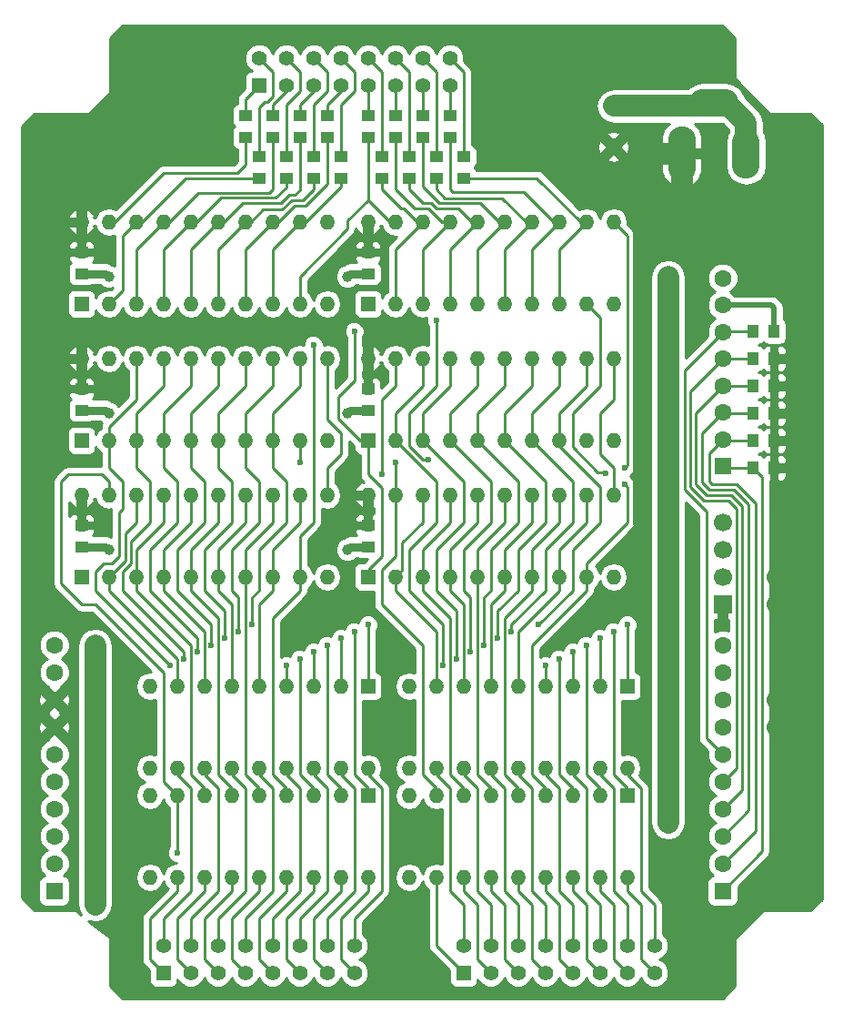
<source format=gbr>
G04 #@! TF.FileFunction,Copper,L2,Bot,Signal*
%FSLAX46Y46*%
G04 Gerber Fmt 4.6, Leading zero omitted, Abs format (unit mm)*
G04 Created by KiCad (PCBNEW 4.0.7) date 05/27/21 16:34:53*
%MOMM*%
%LPD*%
G01*
G04 APERTURE LIST*
%ADD10C,0.100000*%
%ADD11R,1.400000X1.400000*%
%ADD12C,1.400000*%
%ADD13C,1.600000*%
%ADD14O,2.600000X5.100000*%
%ADD15O,2.600000X4.600000*%
%ADD16O,4.600000X2.600000*%
%ADD17R,1.600000X1.600000*%
%ADD18O,1.400000X1.400000*%
%ADD19R,1.250000X1.000000*%
%ADD20R,1.000000X1.250000*%
%ADD21R,1.700000X1.700000*%
%ADD22C,1.700000*%
%ADD23C,1.000000*%
%ADD24C,0.600000*%
%ADD25C,0.250000*%
%ADD26C,2.000000*%
%ADD27C,0.500000*%
%ADD28C,0.800000*%
%ADD29C,1.600000*%
%ADD30C,0.254000*%
G04 APERTURE END LIST*
D10*
D11*
X63972000Y-138908000D03*
D12*
X63972000Y-136368000D03*
X66512000Y-138908000D03*
X66512000Y-136368000D03*
X69052000Y-138908000D03*
X69052000Y-136368000D03*
X71592000Y-138908000D03*
X71592000Y-136368000D03*
X74132000Y-138908000D03*
X74132000Y-136368000D03*
X76672000Y-138908000D03*
X76672000Y-136368000D03*
X79212000Y-138908000D03*
X79212000Y-136368000D03*
X81752000Y-138908000D03*
X81752000Y-136368000D03*
D11*
X91912000Y-138908000D03*
D12*
X91912000Y-136368000D03*
X94452000Y-138908000D03*
X94452000Y-136368000D03*
X96992000Y-138908000D03*
X96992000Y-136368000D03*
X99532000Y-138908000D03*
X99532000Y-136368000D03*
X102072000Y-138908000D03*
X102072000Y-136368000D03*
X104612000Y-138908000D03*
X104612000Y-136368000D03*
X107152000Y-138908000D03*
X107152000Y-136368000D03*
X109692000Y-138908000D03*
X109692000Y-136368000D03*
D11*
X72862000Y-56358000D03*
D12*
X72862000Y-53818000D03*
X75402000Y-56358000D03*
X75402000Y-53818000D03*
X77942000Y-56358000D03*
X77942000Y-53818000D03*
X80482000Y-56358000D03*
X80482000Y-53818000D03*
X83022000Y-56358000D03*
X83022000Y-53818000D03*
X85562000Y-56358000D03*
X85562000Y-53818000D03*
X88102000Y-56358000D03*
X88102000Y-53818000D03*
X90642000Y-56358000D03*
X90642000Y-53818000D03*
D13*
X105882000Y-62068000D03*
X105882000Y-58268000D03*
D14*
X112232000Y-62708000D03*
D15*
X118232000Y-62708000D03*
D16*
X115232000Y-58008000D03*
D17*
X116042000Y-91778000D03*
D13*
X116042000Y-89278000D03*
X116042000Y-86778000D03*
X116042000Y-84278000D03*
X116042000Y-81778000D03*
X116042000Y-79278000D03*
X116042000Y-76778000D03*
X116042000Y-74278000D03*
D17*
X116042000Y-131288000D03*
D13*
X116042000Y-128748000D03*
X116042000Y-126208000D03*
X116042000Y-123668000D03*
X116042000Y-121128000D03*
X116042000Y-118588000D03*
X116042000Y-116048000D03*
X116042000Y-113508000D03*
X116042000Y-110968000D03*
X116042000Y-108428000D03*
X53812000Y-121128000D03*
X53812000Y-118588000D03*
X53812000Y-116048000D03*
X53812000Y-113508000D03*
X53812000Y-110968000D03*
X53812000Y-108428000D03*
X53812000Y-123668000D03*
X53812000Y-126208000D03*
X53812000Y-128748000D03*
D17*
X53812000Y-131288000D03*
D11*
X83022000Y-122398000D03*
D18*
X65242000Y-130018000D03*
X80482000Y-122398000D03*
X67782000Y-130018000D03*
X77942000Y-122398000D03*
X70322000Y-130018000D03*
X75402000Y-122398000D03*
X72862000Y-130018000D03*
X72862000Y-122398000D03*
X75402000Y-130018000D03*
X70322000Y-122398000D03*
X77942000Y-130018000D03*
X67782000Y-122398000D03*
X80482000Y-130018000D03*
X65242000Y-122398000D03*
X83022000Y-130018000D03*
X62702000Y-122398000D03*
X62702000Y-130018000D03*
D11*
X83022000Y-112238000D03*
D18*
X65242000Y-119858000D03*
X80482000Y-112238000D03*
X67782000Y-119858000D03*
X77942000Y-112238000D03*
X70322000Y-119858000D03*
X75402000Y-112238000D03*
X72862000Y-119858000D03*
X72862000Y-112238000D03*
X75402000Y-119858000D03*
X70322000Y-112238000D03*
X77942000Y-119858000D03*
X67782000Y-112238000D03*
X80482000Y-119858000D03*
X65242000Y-112238000D03*
X83022000Y-119858000D03*
X62702000Y-112238000D03*
X62702000Y-119858000D03*
D11*
X107152000Y-122398000D03*
D18*
X89372000Y-130018000D03*
X104612000Y-122398000D03*
X91912000Y-130018000D03*
X102072000Y-122398000D03*
X94452000Y-130018000D03*
X99532000Y-122398000D03*
X96992000Y-130018000D03*
X96992000Y-122398000D03*
X99532000Y-130018000D03*
X94452000Y-122398000D03*
X102072000Y-130018000D03*
X91912000Y-122398000D03*
X104612000Y-130018000D03*
X89372000Y-122398000D03*
X107152000Y-130018000D03*
X86832000Y-122398000D03*
X86832000Y-130018000D03*
D11*
X107152000Y-112238000D03*
D18*
X89372000Y-119858000D03*
X104612000Y-112238000D03*
X91912000Y-119858000D03*
X102072000Y-112238000D03*
X94452000Y-119858000D03*
X99532000Y-112238000D03*
X96992000Y-119858000D03*
X96992000Y-112238000D03*
X99532000Y-119858000D03*
X94452000Y-112238000D03*
X102072000Y-119858000D03*
X91912000Y-112238000D03*
X104612000Y-119858000D03*
X89372000Y-112238000D03*
X107152000Y-119858000D03*
X86832000Y-112238000D03*
X86832000Y-119858000D03*
D19*
X83022000Y-84568000D03*
X83022000Y-86568000D03*
X56352000Y-97268000D03*
X56352000Y-99268000D03*
X56352000Y-84568000D03*
X56352000Y-86568000D03*
X83022000Y-97268000D03*
X83022000Y-99268000D03*
X56352000Y-71868000D03*
X56352000Y-73868000D03*
X83022000Y-71868000D03*
X83022000Y-73868000D03*
D11*
X56352000Y-102078000D03*
D18*
X74132000Y-94458000D03*
X58892000Y-102078000D03*
X71592000Y-94458000D03*
X61432000Y-102078000D03*
X69052000Y-94458000D03*
X63972000Y-102078000D03*
X66512000Y-94458000D03*
X66512000Y-102078000D03*
X63972000Y-94458000D03*
X69052000Y-102078000D03*
X61432000Y-94458000D03*
X71592000Y-102078000D03*
X58892000Y-94458000D03*
X74132000Y-102078000D03*
X56352000Y-94458000D03*
X76672000Y-102078000D03*
X79212000Y-102078000D03*
X79212000Y-94458000D03*
X76672000Y-94458000D03*
D11*
X56352000Y-89378000D03*
D18*
X74132000Y-81758000D03*
X58892000Y-89378000D03*
X71592000Y-81758000D03*
X61432000Y-89378000D03*
X69052000Y-81758000D03*
X63972000Y-89378000D03*
X66512000Y-81758000D03*
X66512000Y-89378000D03*
X63972000Y-81758000D03*
X69052000Y-89378000D03*
X61432000Y-81758000D03*
X71592000Y-89378000D03*
X58892000Y-81758000D03*
X74132000Y-89378000D03*
X56352000Y-81758000D03*
X76672000Y-89378000D03*
X79212000Y-89378000D03*
X79212000Y-81758000D03*
X76672000Y-81758000D03*
D11*
X83022000Y-102078000D03*
D18*
X100802000Y-94458000D03*
X85562000Y-102078000D03*
X98262000Y-94458000D03*
X88102000Y-102078000D03*
X95722000Y-94458000D03*
X90642000Y-102078000D03*
X93182000Y-94458000D03*
X93182000Y-102078000D03*
X90642000Y-94458000D03*
X95722000Y-102078000D03*
X88102000Y-94458000D03*
X98262000Y-102078000D03*
X85562000Y-94458000D03*
X100802000Y-102078000D03*
X83022000Y-94458000D03*
X103342000Y-102078000D03*
X105882000Y-102078000D03*
X105882000Y-94458000D03*
X103342000Y-94458000D03*
D11*
X83022000Y-89378000D03*
D18*
X100802000Y-81758000D03*
X85562000Y-89378000D03*
X98262000Y-81758000D03*
X88102000Y-89378000D03*
X95722000Y-81758000D03*
X90642000Y-89378000D03*
X93182000Y-81758000D03*
X93182000Y-89378000D03*
X90642000Y-81758000D03*
X95722000Y-89378000D03*
X88102000Y-81758000D03*
X98262000Y-89378000D03*
X85562000Y-81758000D03*
X100802000Y-89378000D03*
X83022000Y-81758000D03*
X103342000Y-89378000D03*
X105882000Y-89378000D03*
X105882000Y-81758000D03*
X103342000Y-81758000D03*
D11*
X56352000Y-76678000D03*
D18*
X74132000Y-69058000D03*
X58892000Y-76678000D03*
X71592000Y-69058000D03*
X61432000Y-76678000D03*
X69052000Y-69058000D03*
X63972000Y-76678000D03*
X66512000Y-69058000D03*
X66512000Y-76678000D03*
X63972000Y-69058000D03*
X69052000Y-76678000D03*
X61432000Y-69058000D03*
X71592000Y-76678000D03*
X58892000Y-69058000D03*
X74132000Y-76678000D03*
X56352000Y-69058000D03*
X76672000Y-76678000D03*
X79212000Y-76678000D03*
X79212000Y-69058000D03*
X76672000Y-69058000D03*
D11*
X83022000Y-76678000D03*
D18*
X100802000Y-69058000D03*
X85562000Y-76678000D03*
X98262000Y-69058000D03*
X88102000Y-76678000D03*
X95722000Y-69058000D03*
X90642000Y-76678000D03*
X93182000Y-69058000D03*
X93182000Y-76678000D03*
X90642000Y-69058000D03*
X95722000Y-76678000D03*
X88102000Y-69058000D03*
X98262000Y-76678000D03*
X85562000Y-69058000D03*
X100802000Y-76678000D03*
X83022000Y-69058000D03*
X103342000Y-76678000D03*
X105882000Y-76678000D03*
X105882000Y-69058000D03*
X103342000Y-69058000D03*
D19*
X71592000Y-59168000D03*
X71592000Y-61168000D03*
X72862000Y-62978000D03*
X72862000Y-64978000D03*
X74132000Y-59168000D03*
X74132000Y-61168000D03*
X75402000Y-62978000D03*
X75402000Y-64978000D03*
X76672000Y-59168000D03*
X76672000Y-61168000D03*
X77942000Y-62978000D03*
X77942000Y-64978000D03*
X79212000Y-59168000D03*
X79212000Y-61168000D03*
X80482000Y-62978000D03*
X80482000Y-64978000D03*
X83022000Y-59168000D03*
X83022000Y-61168000D03*
X84292000Y-62978000D03*
X84292000Y-64978000D03*
X85562000Y-59168000D03*
X85562000Y-61168000D03*
X86832000Y-62978000D03*
X86832000Y-64978000D03*
X88102000Y-59168000D03*
X88102000Y-61168000D03*
X89372000Y-62978000D03*
X89372000Y-64978000D03*
X90642000Y-59168000D03*
X90642000Y-61168000D03*
X91912000Y-62978000D03*
X91912000Y-64978000D03*
D20*
X118852000Y-91918000D03*
X120852000Y-91918000D03*
X118852000Y-89378000D03*
X120852000Y-89378000D03*
X118852000Y-86838000D03*
X120852000Y-86838000D03*
X118852000Y-84298000D03*
X120852000Y-84298000D03*
X118852000Y-81758000D03*
X120852000Y-81758000D03*
X118852000Y-79218000D03*
X120852000Y-79218000D03*
D21*
X116042000Y-104618000D03*
D22*
X116042000Y-102078000D03*
X116042000Y-99538000D03*
X116042000Y-96998000D03*
D13*
X121122000Y-104618000D03*
X121122000Y-102078000D03*
X121122000Y-113508000D03*
X121122000Y-116048000D03*
D12*
X108422000Y-96998000D03*
X108422000Y-84298000D03*
X108422000Y-71598000D03*
D23*
X58892000Y-99538000D03*
D13*
X57622000Y-112238000D03*
X110962000Y-74138000D03*
X110962000Y-124938000D03*
X110962000Y-114778000D03*
X110962000Y-76678000D03*
X110962000Y-99538000D03*
X110962000Y-86838000D03*
D23*
X81117000Y-99538000D03*
X58892000Y-74138000D03*
X81117000Y-74138000D03*
X58892000Y-86838000D03*
X81117000Y-86838000D03*
D13*
X57622000Y-108428000D03*
X57622000Y-124938000D03*
X57622000Y-132558000D03*
D24*
X105120000Y-92426000D03*
X106898000Y-91918000D03*
X89372000Y-78202000D03*
X88610000Y-91156000D03*
X81752000Y-79218000D03*
X65242000Y-127732000D03*
X77942000Y-80488000D03*
X70957000Y-107158000D03*
X81752000Y-107158000D03*
X64607000Y-110333000D03*
X75402000Y-110333000D03*
X69687000Y-107793000D03*
X80482000Y-107793000D03*
X76672000Y-109698000D03*
X65877000Y-109698000D03*
X68417000Y-108428000D03*
X79212000Y-108428000D03*
X67147000Y-109063000D03*
X77942000Y-109063000D03*
X72227000Y-106523000D03*
X83022000Y-106523000D03*
X85562000Y-91410000D03*
X76672000Y-91410000D03*
X106898000Y-93442000D03*
X84292000Y-92553000D03*
X105882000Y-107158000D03*
X96357000Y-107158000D03*
X90007000Y-110333000D03*
X99532000Y-110333000D03*
X95087000Y-107793000D03*
X104612000Y-107793000D03*
X100802000Y-109698000D03*
X91277000Y-109698000D03*
X103342000Y-108428000D03*
X93817000Y-108428000D03*
X92547000Y-109063000D03*
X102072000Y-109063000D03*
X107152000Y-106523000D03*
X98897000Y-106523000D03*
D25*
X65242000Y-130018000D02*
X65242000Y-131288000D01*
X62702000Y-137638000D02*
X63972000Y-138908000D01*
X62702000Y-133828000D02*
X62702000Y-137638000D01*
X65242000Y-131288000D02*
X62702000Y-133828000D01*
X66512000Y-131288000D02*
X66512000Y-121763000D01*
X66512000Y-121763000D02*
X65242000Y-120493000D01*
X65242000Y-120493000D02*
X65242000Y-119858000D01*
X63972000Y-136368000D02*
X63972000Y-133828000D01*
X63972000Y-133828000D02*
X66512000Y-131288000D01*
X66512000Y-138908000D02*
X65242000Y-137638000D01*
X67782000Y-131288000D02*
X67782000Y-130018000D01*
X65242000Y-133828000D02*
X67782000Y-131288000D01*
X65242000Y-137638000D02*
X65242000Y-133828000D01*
X67782000Y-119858000D02*
X67782000Y-120493000D01*
X67782000Y-120493000D02*
X69052000Y-121763000D01*
X69052000Y-121763000D02*
X69052000Y-131288000D01*
X69052000Y-131288000D02*
X66512000Y-133828000D01*
X66512000Y-133828000D02*
X66512000Y-136368000D01*
X69052000Y-138908000D02*
X67782000Y-137638000D01*
X70322000Y-131288000D02*
X70322000Y-130018000D01*
X67782000Y-133828000D02*
X70322000Y-131288000D01*
X67782000Y-137638000D02*
X67782000Y-133828000D01*
X70322000Y-119858000D02*
X70322000Y-120493000D01*
X70322000Y-120493000D02*
X71592000Y-121763000D01*
X69052000Y-136368000D02*
X69052000Y-133828000D01*
X71592000Y-131288000D02*
X71592000Y-121763000D01*
X69052000Y-133828000D02*
X71592000Y-131288000D01*
X71592000Y-138908000D02*
X70322000Y-137638000D01*
X72862000Y-131288000D02*
X72862000Y-130018000D01*
X70322000Y-133828000D02*
X72862000Y-131288000D01*
X70322000Y-137638000D02*
X70322000Y-133828000D01*
X72862000Y-119858000D02*
X72862000Y-120493000D01*
X72862000Y-120493000D02*
X74132000Y-121763000D01*
X71592000Y-136368000D02*
X71592000Y-133828000D01*
X74132000Y-131288000D02*
X74132000Y-121763000D01*
X71592000Y-133828000D02*
X74132000Y-131288000D01*
X74132000Y-138908000D02*
X72862000Y-137638000D01*
X75402000Y-131288000D02*
X75402000Y-130018000D01*
X72862000Y-133828000D02*
X75402000Y-131288000D01*
X72862000Y-137638000D02*
X72862000Y-133828000D01*
X75402000Y-119858000D02*
X75402000Y-120493000D01*
X75402000Y-120493000D02*
X76672000Y-121763000D01*
X74132000Y-136368000D02*
X74132000Y-133828000D01*
X76672000Y-131288000D02*
X76672000Y-121763000D01*
X74132000Y-133828000D02*
X76672000Y-131288000D01*
X76672000Y-138908000D02*
X75402000Y-137638000D01*
X77942000Y-131288000D02*
X77942000Y-130018000D01*
X75402000Y-133828000D02*
X77942000Y-131288000D01*
X75402000Y-137638000D02*
X75402000Y-133828000D01*
X77942000Y-119858000D02*
X77942000Y-120493000D01*
X77942000Y-120493000D02*
X79212000Y-121763000D01*
X76672000Y-136368000D02*
X76672000Y-133828000D01*
X79212000Y-131288000D02*
X79212000Y-121763000D01*
X76672000Y-133828000D02*
X79212000Y-131288000D01*
X79212000Y-138908000D02*
X77942000Y-137638000D01*
X80482000Y-131288000D02*
X80482000Y-130018000D01*
X77942000Y-133828000D02*
X80482000Y-131288000D01*
X77942000Y-137638000D02*
X77942000Y-133828000D01*
X80482000Y-119858000D02*
X80482000Y-120493000D01*
X80482000Y-120493000D02*
X81752000Y-121763000D01*
X79212000Y-136368000D02*
X79212000Y-133828000D01*
X81752000Y-131288000D02*
X81752000Y-121763000D01*
X79212000Y-133828000D02*
X81752000Y-131288000D01*
X81752000Y-138908000D02*
X80482000Y-137638000D01*
X83022000Y-131288000D02*
X83022000Y-130018000D01*
X80482000Y-133828000D02*
X83022000Y-131288000D01*
X80482000Y-137638000D02*
X80482000Y-133828000D01*
X83022000Y-119858000D02*
X83022000Y-120493000D01*
X83022000Y-120493000D02*
X84292000Y-121763000D01*
X81752000Y-136368000D02*
X81752000Y-133828000D01*
X84292000Y-131288000D02*
X84292000Y-121763000D01*
X81752000Y-133828000D02*
X84292000Y-131288000D01*
X91912000Y-138908000D02*
X89372000Y-136368000D01*
X89372000Y-136368000D02*
X89372000Y-130018000D01*
X91912000Y-136368000D02*
X91912000Y-132558000D01*
X91912000Y-132558000D02*
X90642000Y-131288000D01*
X89372000Y-119858000D02*
X89372000Y-120493000D01*
X89372000Y-120493000D02*
X90642000Y-121763000D01*
X90642000Y-121763000D02*
X90642000Y-131288000D01*
X94452000Y-138908000D02*
X93182000Y-137638000D01*
X91912000Y-131288000D02*
X91912000Y-130018000D01*
X93182000Y-132558000D02*
X91912000Y-131288000D01*
X93182000Y-137638000D02*
X93182000Y-132558000D01*
X91912000Y-119858000D02*
X91912000Y-120493000D01*
X91912000Y-120493000D02*
X93182000Y-121763000D01*
X93182000Y-121763000D02*
X93182000Y-131288000D01*
X93182000Y-131288000D02*
X94452000Y-132558000D01*
X94452000Y-132558000D02*
X94452000Y-136368000D01*
X96992000Y-138908000D02*
X95722000Y-137638000D01*
X94452000Y-131288000D02*
X94452000Y-130018000D01*
X95722000Y-132558000D02*
X94452000Y-131288000D01*
X95722000Y-137638000D02*
X95722000Y-132558000D01*
X95722000Y-131288000D02*
X95722000Y-121763000D01*
X96992000Y-132558000D02*
X95722000Y-131288000D01*
X96992000Y-136368000D02*
X96992000Y-132558000D01*
X95722000Y-121763000D02*
X94452000Y-120493000D01*
X94452000Y-120493000D02*
X94452000Y-119858000D01*
X99532000Y-138908000D02*
X98262000Y-137638000D01*
X96992000Y-131288000D02*
X96992000Y-130018000D01*
X98262000Y-132558000D02*
X96992000Y-131288000D01*
X98262000Y-137638000D02*
X98262000Y-132558000D01*
X99532000Y-136368000D02*
X99532000Y-132558000D01*
X98262000Y-121763000D02*
X96992000Y-120493000D01*
X98262000Y-131288000D02*
X98262000Y-121763000D01*
X99532000Y-132558000D02*
X98262000Y-131288000D01*
X96992000Y-120493000D02*
X96992000Y-119858000D01*
X102072000Y-138908000D02*
X100802000Y-137638000D01*
X99532000Y-131288000D02*
X99532000Y-130018000D01*
X100802000Y-132558000D02*
X99532000Y-131288000D01*
X100802000Y-137638000D02*
X100802000Y-132558000D01*
X102072000Y-136368000D02*
X102072000Y-132558000D01*
X100802000Y-121763000D02*
X99532000Y-120493000D01*
X100802000Y-131288000D02*
X100802000Y-121763000D01*
X102072000Y-132558000D02*
X100802000Y-131288000D01*
X99532000Y-120493000D02*
X99532000Y-119858000D01*
X104612000Y-138908000D02*
X103342000Y-137638000D01*
X102072000Y-131288000D02*
X102072000Y-130018000D01*
X103342000Y-132558000D02*
X102072000Y-131288000D01*
X103342000Y-137638000D02*
X103342000Y-132558000D01*
X104612000Y-136368000D02*
X104612000Y-132558000D01*
X103342000Y-121763000D02*
X102072000Y-120493000D01*
X103342000Y-131288000D02*
X103342000Y-121763000D01*
X104612000Y-132558000D02*
X103342000Y-131288000D01*
X102072000Y-120493000D02*
X102072000Y-119858000D01*
X107152000Y-138908000D02*
X105882000Y-137638000D01*
X104612000Y-131288000D02*
X104612000Y-130018000D01*
X105882000Y-132558000D02*
X104612000Y-131288000D01*
X105882000Y-137638000D02*
X105882000Y-132558000D01*
X107152000Y-136368000D02*
X107152000Y-132558000D01*
X105882000Y-121763000D02*
X104612000Y-120493000D01*
X105882000Y-131288000D02*
X105882000Y-121763000D01*
X107152000Y-132558000D02*
X105882000Y-131288000D01*
X104612000Y-120493000D02*
X104612000Y-119858000D01*
X109692000Y-138908000D02*
X108422000Y-137638000D01*
X107152000Y-131288000D02*
X107152000Y-130018000D01*
X108422000Y-132558000D02*
X107152000Y-131288000D01*
X108422000Y-137638000D02*
X108422000Y-132558000D01*
X109692000Y-136368000D02*
X109692000Y-132558000D01*
X108422000Y-121763000D02*
X107152000Y-120493000D01*
X108422000Y-131288000D02*
X108422000Y-121763000D01*
X109692000Y-132558000D02*
X108422000Y-131288000D01*
X107152000Y-120493000D02*
X107152000Y-119858000D01*
X71592000Y-59168000D02*
X71592000Y-57628000D01*
X71592000Y-57628000D02*
X72862000Y-56358000D01*
X72862000Y-62978000D02*
X72862000Y-58390000D01*
X74132000Y-55088000D02*
X72862000Y-53818000D01*
X74132000Y-57374000D02*
X74132000Y-55088000D01*
X73624000Y-57882000D02*
X74132000Y-57374000D01*
X73370000Y-57882000D02*
X73624000Y-57882000D01*
X72862000Y-58390000D02*
X73370000Y-57882000D01*
X74132000Y-59168000D02*
X74132000Y-58136000D01*
X74132000Y-58136000D02*
X75402000Y-56866000D01*
X75402000Y-56866000D02*
X75402000Y-56358000D01*
X75402000Y-62978000D02*
X75402000Y-58136000D01*
X76672000Y-55088000D02*
X75402000Y-53818000D01*
X76672000Y-56866000D02*
X76672000Y-55088000D01*
X75402000Y-58136000D02*
X76672000Y-56866000D01*
X76672000Y-59168000D02*
X76672000Y-58136000D01*
X77942000Y-56866000D02*
X77942000Y-56358000D01*
X76672000Y-58136000D02*
X77942000Y-56866000D01*
X77942000Y-62978000D02*
X77942000Y-58136000D01*
X79212000Y-55088000D02*
X77942000Y-53818000D01*
X79212000Y-56866000D02*
X79212000Y-55088000D01*
X77942000Y-58136000D02*
X79212000Y-56866000D01*
X79212000Y-59168000D02*
X79212000Y-58136000D01*
X80482000Y-56866000D02*
X80482000Y-56358000D01*
X79212000Y-58136000D02*
X80482000Y-56866000D01*
X80482000Y-62978000D02*
X80482000Y-58136000D01*
X81752000Y-55088000D02*
X80482000Y-53818000D01*
X81752000Y-56866000D02*
X81752000Y-55088000D01*
X80482000Y-58136000D02*
X81752000Y-56866000D01*
X83022000Y-59168000D02*
X83022000Y-56358000D01*
X84292000Y-62978000D02*
X84292000Y-55088000D01*
X84292000Y-55088000D02*
X83022000Y-53818000D01*
X85562000Y-59168000D02*
X85562000Y-56358000D01*
X86832000Y-62978000D02*
X86832000Y-55088000D01*
X86832000Y-55088000D02*
X85562000Y-53818000D01*
X88102000Y-59168000D02*
X88102000Y-56358000D01*
X89372000Y-62978000D02*
X89372000Y-55088000D01*
X89372000Y-55088000D02*
X88102000Y-53818000D01*
X90642000Y-59168000D02*
X90642000Y-56358000D01*
X91912000Y-62978000D02*
X91912000Y-55088000D01*
X91912000Y-55088000D02*
X90642000Y-53818000D01*
D26*
X112232000Y-62708000D02*
X108422000Y-62708000D01*
X121122000Y-104618000D02*
X123662000Y-104618000D01*
X121122000Y-102078000D02*
X123662000Y-102078000D01*
X123662000Y-113508000D02*
X121122000Y-113508000D01*
X123662000Y-116048000D02*
X121122000Y-116048000D01*
X123662000Y-113508000D02*
X123662000Y-116048000D01*
D27*
X120852000Y-91918000D02*
X123662000Y-91918000D01*
X120852000Y-89378000D02*
X123662000Y-89378000D01*
X120852000Y-86838000D02*
X123662000Y-86838000D01*
X120852000Y-84298000D02*
X123662000Y-84298000D01*
X120852000Y-81758000D02*
X123662000Y-81758000D01*
D26*
X112232000Y-62708000D02*
X112232000Y-67153000D01*
X123662000Y-67153000D02*
X123662000Y-81758000D01*
X123662000Y-81758000D02*
X123662000Y-84298000D01*
X123662000Y-84298000D02*
X123662000Y-86838000D01*
X123662000Y-86838000D02*
X123662000Y-89378000D01*
X123662000Y-89378000D02*
X123662000Y-91918000D01*
X123662000Y-91918000D02*
X123662000Y-102078000D01*
X123662000Y-102078000D02*
X123662000Y-104618000D01*
X123662000Y-104618000D02*
X123662000Y-113508000D01*
X112232000Y-67153000D02*
X123662000Y-67153000D01*
D28*
X83022000Y-94458000D02*
X83022000Y-97268000D01*
X83022000Y-81758000D02*
X83022000Y-84568000D01*
D29*
X108422000Y-96998000D02*
X108422000Y-84298000D01*
X108422000Y-71598000D02*
X108422000Y-84298000D01*
X108422000Y-71598000D02*
X108422000Y-62708000D01*
D28*
X56352000Y-94458000D02*
X56352000Y-97268000D01*
X56352000Y-81758000D02*
X56352000Y-84298000D01*
X56352000Y-84298000D02*
X56352000Y-84568000D01*
X56352000Y-69058000D02*
X56352000Y-71868000D01*
X83022000Y-69058000D02*
X83022000Y-71868000D01*
X56352000Y-99268000D02*
X58622000Y-99268000D01*
X58622000Y-99268000D02*
X58892000Y-99538000D01*
D27*
X120852000Y-79218000D02*
X120852000Y-77043000D01*
X120587000Y-76778000D02*
X116042000Y-76778000D01*
X120852000Y-77043000D02*
X120587000Y-76778000D01*
D26*
X110962000Y-124938000D02*
X110962000Y-114778000D01*
X110962000Y-114778000D02*
X110962000Y-99538000D01*
D29*
X118232000Y-62708000D02*
X118232000Y-63693000D01*
D26*
X110962000Y-76678000D02*
X110962000Y-74138000D01*
X110962000Y-86838000D02*
X110962000Y-76678000D01*
X110962000Y-99538000D02*
X110962000Y-86838000D01*
D28*
X83022000Y-99268000D02*
X81387000Y-99268000D01*
X81387000Y-99268000D02*
X81117000Y-99538000D01*
X56352000Y-73868000D02*
X58622000Y-73868000D01*
X58622000Y-73868000D02*
X58892000Y-74138000D01*
X83022000Y-73868000D02*
X81387000Y-73868000D01*
X81387000Y-73868000D02*
X81117000Y-74138000D01*
X56352000Y-86568000D02*
X58622000Y-86568000D01*
X58622000Y-86568000D02*
X58892000Y-86838000D01*
X83022000Y-86568000D02*
X81387000Y-86568000D01*
X81387000Y-86568000D02*
X81117000Y-86838000D01*
D26*
X57622000Y-124938000D02*
X57622000Y-112238000D01*
X57622000Y-112238000D02*
X57622000Y-108428000D01*
X57622000Y-132558000D02*
X57622000Y-124938000D01*
X115232000Y-58008000D02*
X116422000Y-58008000D01*
X116422000Y-58008000D02*
X118232000Y-59818000D01*
X118232000Y-59818000D02*
X118232000Y-62708000D01*
X105882000Y-58268000D02*
X114972000Y-58268000D01*
X114972000Y-58268000D02*
X115232000Y-58008000D01*
D25*
X119725000Y-127605000D02*
X119725000Y-92791000D01*
X119725000Y-92791000D02*
X118852000Y-91918000D01*
X119725000Y-127605000D02*
X116042000Y-131288000D01*
X118852000Y-91918000D02*
X116182000Y-91918000D01*
X116182000Y-91918000D02*
X116042000Y-91778000D01*
X104612000Y-77948000D02*
X103342000Y-76678000D01*
X104612000Y-84298000D02*
X104612000Y-77948000D01*
X102072000Y-86838000D02*
X104612000Y-84298000D01*
X102072000Y-90011602D02*
X102072000Y-86838000D01*
X104422199Y-92361801D02*
X102072000Y-90011602D01*
X105055801Y-92361801D02*
X104422199Y-92361801D01*
X105120000Y-92426000D02*
X105055801Y-92361801D01*
X119090000Y-125700000D02*
X119090000Y-95220000D01*
X117312000Y-93442000D02*
X115026000Y-93442000D01*
X119090000Y-95220000D02*
X117312000Y-93442000D01*
X119090000Y-125700000D02*
X116042000Y-128748000D01*
X114772000Y-90548000D02*
X116042000Y-89278000D01*
X114772000Y-93188000D02*
X114772000Y-90548000D01*
X115026000Y-93442000D02*
X114772000Y-93188000D01*
X107152000Y-70328000D02*
X105882000Y-69058000D01*
X107152000Y-91664000D02*
X107152000Y-70328000D01*
X106898000Y-91918000D02*
X107152000Y-91664000D01*
X118852000Y-89378000D02*
X116142000Y-89378000D01*
X116142000Y-89378000D02*
X116042000Y-89278000D01*
X118455000Y-123795000D02*
X118455000Y-95347000D01*
X117058000Y-93950000D02*
X114772000Y-93950000D01*
X118455000Y-95347000D02*
X117058000Y-93950000D01*
X118455000Y-123795000D02*
X116042000Y-126208000D01*
X114137000Y-88683000D02*
X116042000Y-86778000D01*
X114137000Y-93315000D02*
X114137000Y-88683000D01*
X114772000Y-93950000D02*
X114137000Y-93315000D01*
X89372000Y-84298000D02*
X89372000Y-78202000D01*
X86832000Y-86838000D02*
X89372000Y-84298000D01*
X86832000Y-89886000D02*
X86832000Y-86838000D01*
X88102000Y-91156000D02*
X86832000Y-89886000D01*
X88610000Y-91156000D02*
X88102000Y-91156000D01*
X118852000Y-86838000D02*
X116102000Y-86838000D01*
X116102000Y-86838000D02*
X116042000Y-86778000D01*
X117820000Y-121890000D02*
X117820000Y-95474000D01*
X116804000Y-94458000D02*
X114518000Y-94458000D01*
X117820000Y-95474000D02*
X116804000Y-94458000D01*
X117820000Y-121890000D02*
X116042000Y-123668000D01*
X114518000Y-94458000D02*
X113502000Y-93442000D01*
X113502000Y-93442000D02*
X113502000Y-86818000D01*
X113502000Y-86818000D02*
X116042000Y-84278000D01*
X118852000Y-84298000D02*
X116062000Y-84298000D01*
X116062000Y-84298000D02*
X116042000Y-84278000D01*
X117312000Y-119858000D02*
X117312000Y-95728000D01*
X116550000Y-94966000D02*
X114264000Y-94966000D01*
X117312000Y-95728000D02*
X116550000Y-94966000D01*
X117312000Y-119858000D02*
X116042000Y-121128000D01*
X112994000Y-84826000D02*
X116042000Y-81778000D01*
X112994000Y-93696000D02*
X112994000Y-84826000D01*
X114264000Y-94966000D02*
X112994000Y-93696000D01*
X118852000Y-81758000D02*
X116062000Y-81758000D01*
X116062000Y-81758000D02*
X116042000Y-81778000D01*
X80482000Y-90648000D02*
X80482000Y-88743000D01*
X80482000Y-88743000D02*
X79212000Y-87473000D01*
X80482000Y-90648000D02*
X79212000Y-91918000D01*
X105882000Y-81758000D02*
X105882000Y-85568000D01*
X105882000Y-85568000D02*
X104612000Y-86838000D01*
X105882000Y-94458000D02*
X105882000Y-91918000D01*
X104612000Y-90648000D02*
X104612000Y-86838000D01*
X105882000Y-91918000D02*
X104612000Y-90648000D01*
X79212000Y-81758000D02*
X79212000Y-87473000D01*
X79212000Y-94458000D02*
X79212000Y-91918000D01*
X114518000Y-95982000D02*
X114518000Y-117064000D01*
X114518000Y-117064000D02*
X116042000Y-118588000D01*
X114518000Y-95982000D02*
X112486000Y-93950000D01*
X112486000Y-93950000D02*
X112486000Y-82834000D01*
X112486000Y-82834000D02*
X116042000Y-79278000D01*
X82260000Y-89378000D02*
X83022000Y-89378000D01*
X80228000Y-87346000D02*
X82260000Y-89378000D01*
X80228000Y-85314000D02*
X80228000Y-87346000D01*
X81752000Y-83790000D02*
X80228000Y-85314000D01*
X81752000Y-79218000D02*
X81752000Y-83790000D01*
X118852000Y-79218000D02*
X116102000Y-79218000D01*
X116102000Y-79218000D02*
X116042000Y-79278000D01*
X83022000Y-102078000D02*
X83022000Y-101443000D01*
X83022000Y-101443000D02*
X84292000Y-100173000D01*
X84292000Y-100173000D02*
X84292000Y-93823000D01*
X84292000Y-93823000D02*
X83022000Y-92553000D01*
X83022000Y-92553000D02*
X83022000Y-89378000D01*
X58892000Y-69058000D02*
X59400000Y-69058000D01*
X59400000Y-69058000D02*
X63972000Y-64486000D01*
X63972000Y-64486000D02*
X70830000Y-64486000D01*
X70830000Y-64486000D02*
X71592000Y-63724000D01*
X71592000Y-63724000D02*
X71592000Y-61168000D01*
X60162000Y-70328000D02*
X60162000Y-75408000D01*
X60162000Y-75408000D02*
X58892000Y-76678000D01*
X60162000Y-70328000D02*
X61432000Y-69058000D01*
X61432000Y-69058000D02*
X61940000Y-69058000D01*
X61940000Y-69058000D02*
X66020000Y-64978000D01*
X66020000Y-64978000D02*
X72862000Y-64978000D01*
X61432000Y-76678000D02*
X61432000Y-71598000D01*
X61432000Y-71598000D02*
X63972000Y-69058000D01*
X63972000Y-69058000D02*
X64480000Y-69058000D01*
X64480000Y-69058000D02*
X67216002Y-66321998D01*
X67216002Y-66321998D02*
X73820002Y-66321998D01*
X73820002Y-66321998D02*
X74132000Y-66010000D01*
X74132000Y-66010000D02*
X74132000Y-61168000D01*
X63972000Y-76678000D02*
X63972000Y-71598000D01*
X63972000Y-71598000D02*
X66512000Y-69058000D01*
X69306000Y-66772000D02*
X74443998Y-66772000D01*
X74443998Y-66772000D02*
X75402000Y-65813998D01*
X66512000Y-69058000D02*
X67020000Y-69058000D01*
X75402000Y-65813998D02*
X75402000Y-64978000D01*
X67020000Y-69058000D02*
X69306000Y-66772000D01*
X66512000Y-76678000D02*
X66512000Y-71598000D01*
X66512000Y-71598000D02*
X69052000Y-69058000D01*
X76672000Y-61168000D02*
X76672000Y-66067998D01*
X76221998Y-66518000D02*
X75656000Y-66518000D01*
X76672000Y-66067998D02*
X76221998Y-66518000D01*
X71338000Y-67280000D02*
X74894000Y-67280000D01*
X74894000Y-67280000D02*
X75656000Y-66518000D01*
X69560000Y-69058000D02*
X71338000Y-67280000D01*
X69052000Y-69058000D02*
X69560000Y-69058000D01*
X69052000Y-76678000D02*
X69052000Y-71598000D01*
X69052000Y-71598000D02*
X71592000Y-69058000D01*
X77942000Y-64978000D02*
X77942000Y-66010000D01*
X76926000Y-67026000D02*
X75910000Y-67026000D01*
X77942000Y-66010000D02*
X76926000Y-67026000D01*
X73243000Y-67915000D02*
X75021000Y-67915000D01*
X72100000Y-69058000D02*
X73243000Y-67915000D01*
X75021000Y-67915000D02*
X75910000Y-67026000D01*
X71592000Y-69058000D02*
X72100000Y-69058000D01*
X77942000Y-64994000D02*
X77942000Y-64978000D01*
X71592000Y-76678000D02*
X71592000Y-71598000D01*
X71592000Y-71598000D02*
X74132000Y-69058000D01*
X74132000Y-69058000D02*
X74640000Y-69058000D01*
X74640000Y-69058000D02*
X76164000Y-67534000D01*
X76164000Y-67534000D02*
X77180000Y-67534000D01*
X77180000Y-67534000D02*
X79212000Y-65502000D01*
X79212000Y-65502000D02*
X79212000Y-61168000D01*
X74132000Y-76678000D02*
X74132000Y-71598000D01*
X74132000Y-71598000D02*
X76672000Y-69058000D01*
X76672000Y-69058000D02*
X77180000Y-69058000D01*
X77180000Y-69058000D02*
X80482000Y-65756000D01*
X80482000Y-65756000D02*
X80482000Y-64978000D01*
X76672000Y-76678000D02*
X76672000Y-74138000D01*
X81117000Y-68931000D02*
X83022000Y-67026000D01*
X81117000Y-69693000D02*
X81117000Y-68931000D01*
X76672000Y-74138000D02*
X81117000Y-69693000D01*
X83022000Y-61168000D02*
X83022000Y-67026000D01*
X83022000Y-67026000D02*
X85054000Y-69058000D01*
X85562000Y-69058000D02*
X85054000Y-69058000D01*
X85562000Y-76678000D02*
X85562000Y-71598000D01*
X85562000Y-71598000D02*
X88102000Y-69058000D01*
X84292000Y-64978000D02*
X84292000Y-66010000D01*
X84292000Y-66010000D02*
X86070000Y-67788000D01*
X86324000Y-67788000D02*
X86070000Y-67788000D01*
X87594000Y-69058000D02*
X86324000Y-67788000D01*
X88102000Y-69058000D02*
X87594000Y-69058000D01*
X88102000Y-76678000D02*
X88102000Y-71598000D01*
X88102000Y-71598000D02*
X90642000Y-69058000D01*
X85562000Y-61168000D02*
X85562000Y-66010000D01*
X85562000Y-66010000D02*
X87340000Y-67788000D01*
X88610000Y-67788000D02*
X87340000Y-67788000D01*
X89880000Y-69058000D02*
X88610000Y-67788000D01*
X90642000Y-69058000D02*
X89880000Y-69058000D01*
X90642000Y-76678000D02*
X90642000Y-71598000D01*
X90642000Y-71598000D02*
X93182000Y-69058000D01*
X86832000Y-64978000D02*
X86832000Y-66010000D01*
X86832000Y-66010000D02*
X88102000Y-67280000D01*
X88864000Y-67280000D02*
X88102000Y-67280000D01*
X92674000Y-69058000D02*
X91404000Y-67788000D01*
X89372000Y-67788000D02*
X88864000Y-67280000D01*
X91404000Y-67788000D02*
X89372000Y-67788000D01*
X93182000Y-69058000D02*
X92674000Y-69058000D01*
X93182000Y-76678000D02*
X93182000Y-71598000D01*
X93182000Y-71598000D02*
X95722000Y-69058000D01*
X88102000Y-61168000D02*
X88102000Y-65756000D01*
X88102000Y-65756000D02*
X89626000Y-67280000D01*
X93436000Y-67280000D02*
X89626000Y-67280000D01*
X95214000Y-69058000D02*
X93436000Y-67280000D01*
X95722000Y-69058000D02*
X95214000Y-69058000D01*
X95722000Y-76678000D02*
X95722000Y-71598000D01*
X95722000Y-71598000D02*
X98262000Y-69058000D01*
X89372000Y-64978000D02*
X89372000Y-66010000D01*
X98262000Y-69058000D02*
X97754000Y-69058000D01*
X97754000Y-69058000D02*
X95525998Y-66829998D01*
X90191998Y-66829998D02*
X89372000Y-66010000D01*
X95525998Y-66829998D02*
X90191998Y-66829998D01*
X98262000Y-76678000D02*
X98262000Y-71598000D01*
X98262000Y-71598000D02*
X100802000Y-69058000D01*
X100802000Y-69058000D02*
X100294000Y-69058000D01*
X100294000Y-69058000D02*
X97500000Y-66264000D01*
X97500000Y-66264000D02*
X90896000Y-66264000D01*
X90896000Y-66264000D02*
X90642000Y-66010000D01*
X90642000Y-66010000D02*
X90642000Y-61168000D01*
X100802000Y-76678000D02*
X100802000Y-71598000D01*
X100802000Y-71598000D02*
X103342000Y-69058000D01*
X103342000Y-69058000D02*
X102834000Y-69058000D01*
X102834000Y-69058000D02*
X98754000Y-64978000D01*
X98754000Y-64978000D02*
X91912000Y-64978000D01*
X65242000Y-122398000D02*
X65242000Y-127732000D01*
X54447000Y-93188000D02*
X54447000Y-102713000D01*
X54447000Y-102713000D02*
X56352000Y-104618000D01*
X58892000Y-94458000D02*
X58892000Y-93188000D01*
X55082000Y-92553000D02*
X54447000Y-93188000D01*
X58257000Y-92553000D02*
X55082000Y-92553000D01*
X58892000Y-93188000D02*
X58257000Y-92553000D01*
X63972000Y-121128000D02*
X63972000Y-110968000D01*
X57622000Y-104618000D02*
X56352000Y-104618000D01*
X63972000Y-110968000D02*
X57622000Y-104618000D01*
X65242000Y-122398000D02*
X63972000Y-121128000D01*
X72862000Y-122398000D02*
X72862000Y-121763000D01*
X72862000Y-121763000D02*
X71592000Y-120493000D01*
X71592000Y-120493000D02*
X71592000Y-102078000D01*
X74132000Y-94458000D02*
X74132000Y-96998000D01*
X74132000Y-96998000D02*
X71592000Y-99538000D01*
X71592000Y-102078000D02*
X71592000Y-99538000D01*
X60416000Y-98014000D02*
X60416000Y-100554000D01*
X60416000Y-100554000D02*
X58892000Y-102078000D01*
X65242000Y-112238000D02*
X65242000Y-109698000D01*
X65242000Y-109698000D02*
X58892000Y-103348000D01*
X58892000Y-103348000D02*
X58892000Y-102078000D01*
X61432000Y-94458000D02*
X61432000Y-96998000D01*
X61432000Y-96998000D02*
X60416000Y-98014000D01*
X70322000Y-112238000D02*
X70322000Y-104618000D01*
X69052000Y-103348000D02*
X69052000Y-102078000D01*
X70322000Y-104618000D02*
X69052000Y-103348000D01*
X71592000Y-94458000D02*
X71592000Y-96998000D01*
X71592000Y-96998000D02*
X69052000Y-99538000D01*
X69052000Y-102078000D02*
X69052000Y-99538000D01*
X67782000Y-122398000D02*
X67782000Y-121763000D01*
X67782000Y-121763000D02*
X66512000Y-120493000D01*
X66512000Y-120493000D02*
X66512000Y-108428000D01*
X66512000Y-108428000D02*
X61432000Y-103348000D01*
X61432000Y-103348000D02*
X61432000Y-102078000D01*
X63972000Y-94458000D02*
X63972000Y-96998000D01*
X63972000Y-96998000D02*
X61432000Y-99538000D01*
X61432000Y-102078000D02*
X61432000Y-99538000D01*
X70322000Y-122398000D02*
X70322000Y-121763000D01*
X70322000Y-121763000D02*
X69052000Y-120493000D01*
X69052000Y-120493000D02*
X69052000Y-105888000D01*
X69052000Y-105888000D02*
X66512000Y-103348000D01*
X66512000Y-103348000D02*
X66512000Y-102078000D01*
X69052000Y-94458000D02*
X69052000Y-96998000D01*
X69052000Y-96998000D02*
X66512000Y-99538000D01*
X66512000Y-102078000D02*
X66512000Y-99538000D01*
X67782000Y-112238000D02*
X67782000Y-107158000D01*
X63972000Y-103348000D02*
X63972000Y-102078000D01*
X67782000Y-107158000D02*
X63972000Y-103348000D01*
X66512000Y-94458000D02*
X66512000Y-96998000D01*
X66512000Y-96998000D02*
X63972000Y-99538000D01*
X63972000Y-102078000D02*
X63972000Y-99538000D01*
X72862000Y-112238000D02*
X72862000Y-104618000D01*
X74132000Y-103348000D02*
X74132000Y-102078000D01*
X72862000Y-104618000D02*
X74132000Y-103348000D01*
X76672000Y-94458000D02*
X76672000Y-96998000D01*
X76672000Y-96998000D02*
X74132000Y-99538000D01*
X74132000Y-102078000D02*
X74132000Y-99538000D01*
X76672000Y-102078000D02*
X76672000Y-98268000D01*
X77942000Y-96998000D02*
X77942000Y-80488000D01*
X76672000Y-98268000D02*
X77942000Y-96998000D01*
X75402000Y-122398000D02*
X75402000Y-121763000D01*
X75402000Y-121763000D02*
X74132000Y-120493000D01*
X74132000Y-120493000D02*
X74132000Y-105888000D01*
X74132000Y-105888000D02*
X76672000Y-103348000D01*
X76672000Y-103348000D02*
X76672000Y-102078000D01*
X71592000Y-91918000D02*
X71592000Y-89378000D01*
X72862000Y-93188000D02*
X71592000Y-91918000D01*
X72862000Y-96998000D02*
X72862000Y-93188000D01*
X70322000Y-99538000D02*
X72862000Y-96998000D01*
X70322000Y-103348000D02*
X70322000Y-99538000D01*
X70957000Y-103983000D02*
X70322000Y-103348000D01*
X70957000Y-107158000D02*
X70957000Y-103983000D01*
X83022000Y-122398000D02*
X83022000Y-121763000D01*
X83022000Y-121763000D02*
X81752000Y-120493000D01*
X81752000Y-120493000D02*
X81752000Y-107158000D01*
X74132000Y-81758000D02*
X74132000Y-84298000D01*
X74132000Y-84298000D02*
X71592000Y-86838000D01*
X71592000Y-89378000D02*
X71592000Y-86838000D01*
X57622000Y-103348000D02*
X57622000Y-101570000D01*
X59838998Y-96051002D02*
X60162000Y-95728000D01*
X59838998Y-100115002D02*
X59838998Y-96051002D01*
X59146000Y-100808000D02*
X59838998Y-100115002D01*
X58384000Y-100808000D02*
X59146000Y-100808000D01*
X57622000Y-101570000D02*
X58384000Y-100808000D01*
X58892000Y-91918000D02*
X58892000Y-89378000D01*
X60162000Y-95728000D02*
X60162000Y-93188000D01*
X60162000Y-93188000D02*
X58892000Y-91918000D01*
X64607000Y-110333000D02*
X57622000Y-103348000D01*
X75402000Y-112238000D02*
X75402000Y-110333000D01*
X61432000Y-81758000D02*
X61432000Y-85568000D01*
X61432000Y-85568000D02*
X58892000Y-88108000D01*
X58892000Y-89378000D02*
X58892000Y-88108000D01*
X69052000Y-91918000D02*
X69052000Y-89378000D01*
X70322000Y-93188000D02*
X69052000Y-91918000D01*
X70322000Y-96998000D02*
X70322000Y-93188000D01*
X67782000Y-99538000D02*
X70322000Y-96998000D01*
X67782000Y-103348000D02*
X67782000Y-99538000D01*
X69687000Y-105253000D02*
X67782000Y-103348000D01*
X69687000Y-107793000D02*
X69687000Y-105253000D01*
X80482000Y-112238000D02*
X80482000Y-107793000D01*
X71592000Y-81758000D02*
X71592000Y-84298000D01*
X71592000Y-84298000D02*
X69052000Y-86838000D01*
X69052000Y-89378000D02*
X69052000Y-86838000D01*
X60924000Y-98776000D02*
X60924000Y-100808000D01*
X60924000Y-100808000D02*
X60162000Y-101570000D01*
X76672000Y-120493000D02*
X76672000Y-109698000D01*
X77942000Y-121763000D02*
X76672000Y-120493000D01*
X65877000Y-109698000D02*
X65877000Y-109063000D01*
X65877000Y-109063000D02*
X60162000Y-103348000D01*
X60162000Y-103348000D02*
X60162000Y-101570000D01*
X61432000Y-91918000D02*
X61432000Y-89378000D01*
X62702000Y-93188000D02*
X61432000Y-91918000D01*
X62702000Y-96998000D02*
X62702000Y-93188000D01*
X60924000Y-98776000D02*
X62702000Y-96998000D01*
X77942000Y-122398000D02*
X77942000Y-121763000D01*
X63972000Y-81758000D02*
X63972000Y-84298000D01*
X63972000Y-84298000D02*
X61432000Y-86838000D01*
X61432000Y-89378000D02*
X61432000Y-86838000D01*
X66512000Y-91918000D02*
X66512000Y-89378000D01*
X67782000Y-93188000D02*
X66512000Y-91918000D01*
X67782000Y-96998000D02*
X67782000Y-93188000D01*
X65242000Y-99538000D02*
X67782000Y-96998000D01*
X65242000Y-103348000D02*
X65242000Y-99538000D01*
X68417000Y-106523000D02*
X65242000Y-103348000D01*
X68417000Y-108428000D02*
X68417000Y-106523000D01*
X80482000Y-122398000D02*
X80482000Y-121763000D01*
X80482000Y-121763000D02*
X79212000Y-120493000D01*
X79212000Y-120493000D02*
X79212000Y-108428000D01*
X69052000Y-81758000D02*
X69052000Y-84298000D01*
X69052000Y-84298000D02*
X66512000Y-86838000D01*
X66512000Y-89378000D02*
X66512000Y-86838000D01*
X63972000Y-91918000D02*
X63972000Y-89378000D01*
X65242000Y-93188000D02*
X63972000Y-91918000D01*
X65242000Y-96998000D02*
X65242000Y-93188000D01*
X62702000Y-99538000D02*
X65242000Y-96998000D01*
X62702000Y-103348000D02*
X62702000Y-99538000D01*
X67147000Y-107793000D02*
X62702000Y-103348000D01*
X67147000Y-109063000D02*
X67147000Y-107793000D01*
X77942000Y-112238000D02*
X77942000Y-109063000D01*
X66512000Y-81758000D02*
X66512000Y-84298000D01*
X66512000Y-84298000D02*
X63972000Y-86838000D01*
X63972000Y-89378000D02*
X63972000Y-86838000D01*
X74132000Y-91918000D02*
X74132000Y-89378000D01*
X75402000Y-93188000D02*
X74132000Y-91918000D01*
X75402000Y-96998000D02*
X75402000Y-93188000D01*
X72862000Y-99538000D02*
X75402000Y-96998000D01*
X72862000Y-103348000D02*
X72862000Y-99538000D01*
X72227000Y-103983000D02*
X72862000Y-103348000D01*
X72227000Y-106523000D02*
X72227000Y-103983000D01*
X83022000Y-112238000D02*
X83022000Y-106523000D01*
X76672000Y-81758000D02*
X76672000Y-84298000D01*
X76672000Y-84298000D02*
X74132000Y-86838000D01*
X74132000Y-89378000D02*
X74132000Y-86838000D01*
X84292000Y-104618000D02*
X84292000Y-101443000D01*
X85562000Y-100173000D02*
X85562000Y-94458000D01*
X84292000Y-101443000D02*
X85562000Y-100173000D01*
X88102000Y-120493000D02*
X89372000Y-121763000D01*
X89372000Y-121763000D02*
X89372000Y-122398000D01*
X88102000Y-108428000D02*
X84292000Y-104618000D01*
X88102000Y-120493000D02*
X88102000Y-108428000D01*
X76672000Y-89378000D02*
X76672000Y-91410000D01*
X85562000Y-91410000D02*
X85562000Y-94458000D01*
X98262000Y-102078000D02*
X98262000Y-103348000D01*
X98262000Y-103348000D02*
X95722000Y-105888000D01*
X96992000Y-122398000D02*
X96992000Y-121763000D01*
X96992000Y-121763000D02*
X95722000Y-120493000D01*
X95722000Y-120493000D02*
X95722000Y-105888000D01*
X100802000Y-94458000D02*
X100802000Y-96998000D01*
X100802000Y-96998000D02*
X98262000Y-99538000D01*
X98262000Y-102078000D02*
X98262000Y-99538000D01*
X86197000Y-98903000D02*
X86197000Y-101443000D01*
X86197000Y-101443000D02*
X85562000Y-102078000D01*
X89372000Y-112238000D02*
X89372000Y-107158000D01*
X89372000Y-107158000D02*
X85562000Y-103348000D01*
X85562000Y-103348000D02*
X85562000Y-102078000D01*
X88102000Y-94458000D02*
X88102000Y-96998000D01*
X88102000Y-96998000D02*
X86197000Y-98903000D01*
X94452000Y-112238000D02*
X94452000Y-104618000D01*
X95722000Y-103348000D02*
X95722000Y-102078000D01*
X94452000Y-104618000D02*
X95722000Y-103348000D01*
X98262000Y-94458000D02*
X98262000Y-96998000D01*
X98262000Y-96998000D02*
X95722000Y-99538000D01*
X95722000Y-102078000D02*
X95722000Y-99538000D01*
X91912000Y-122398000D02*
X91912000Y-121763000D01*
X91912000Y-121763000D02*
X90642000Y-120493000D01*
X90642000Y-120493000D02*
X90642000Y-105888000D01*
X90642000Y-105888000D02*
X88102000Y-103348000D01*
X88102000Y-103348000D02*
X88102000Y-102078000D01*
X90642000Y-94458000D02*
X90642000Y-96998000D01*
X90642000Y-96998000D02*
X88102000Y-99538000D01*
X88102000Y-102078000D02*
X88102000Y-99538000D01*
X94452000Y-122398000D02*
X94452000Y-121763000D01*
X94452000Y-121763000D02*
X93182000Y-120493000D01*
X93182000Y-120493000D02*
X93182000Y-102078000D01*
X95722000Y-94458000D02*
X95722000Y-96998000D01*
X95722000Y-96998000D02*
X93182000Y-99538000D01*
X93182000Y-102078000D02*
X93182000Y-99538000D01*
X91912000Y-112238000D02*
X91912000Y-104618000D01*
X90642000Y-103348000D02*
X90642000Y-102078000D01*
X91912000Y-104618000D02*
X90642000Y-103348000D01*
X93182000Y-94458000D02*
X93182000Y-96998000D01*
X93182000Y-96998000D02*
X90642000Y-99538000D01*
X90642000Y-102078000D02*
X90642000Y-99538000D01*
X96992000Y-112238000D02*
X96992000Y-107158000D01*
X100802000Y-103348000D02*
X100802000Y-102078000D01*
X96992000Y-107158000D02*
X100802000Y-103348000D01*
X103342000Y-94458000D02*
X103342000Y-96998000D01*
X103342000Y-96998000D02*
X100802000Y-99538000D01*
X100802000Y-102078000D02*
X100802000Y-99538000D01*
X107152000Y-93696000D02*
X107152000Y-96998000D01*
X106898000Y-93442000D02*
X107152000Y-93696000D01*
X103342000Y-102078000D02*
X103342000Y-100808000D01*
X103342000Y-100808000D02*
X107152000Y-96998000D01*
X99532000Y-122398000D02*
X99532000Y-121763000D01*
X99532000Y-121763000D02*
X98262000Y-120493000D01*
X98262000Y-120493000D02*
X98262000Y-108428000D01*
X98262000Y-108428000D02*
X103342000Y-103348000D01*
X103342000Y-103348000D02*
X103342000Y-102078000D01*
X85562000Y-84298000D02*
X85562000Y-81758000D01*
X84292000Y-92553000D02*
X84292000Y-85568000D01*
X84292000Y-85568000D02*
X85562000Y-84298000D01*
X107152000Y-122398000D02*
X107152000Y-121763000D01*
X107152000Y-121763000D02*
X105882000Y-120493000D01*
X105882000Y-120493000D02*
X105882000Y-107158000D01*
X96357000Y-107158000D02*
X96357000Y-106523000D01*
X96357000Y-106523000D02*
X99532000Y-103348000D01*
X99532000Y-103348000D02*
X99532000Y-99538000D01*
X99532000Y-99538000D02*
X102072000Y-96998000D01*
X102072000Y-96998000D02*
X102072000Y-93188000D01*
X102072000Y-93188000D02*
X98262000Y-89378000D01*
X100802000Y-81758000D02*
X100802000Y-84298000D01*
X100802000Y-84298000D02*
X98262000Y-86838000D01*
X98262000Y-89378000D02*
X98262000Y-86838000D01*
X99532000Y-112238000D02*
X99532000Y-110333000D01*
X89372000Y-93188000D02*
X85562000Y-89378000D01*
X89372000Y-96998000D02*
X89372000Y-93188000D01*
X86832000Y-99538000D02*
X89372000Y-96998000D01*
X86832000Y-103348000D02*
X86832000Y-99538000D01*
X90007000Y-106523000D02*
X86832000Y-103348000D01*
X90007000Y-110333000D02*
X90007000Y-106523000D01*
X88102000Y-81758000D02*
X88102000Y-84298000D01*
X88102000Y-84298000D02*
X85562000Y-86838000D01*
X85562000Y-89378000D02*
X85562000Y-86838000D01*
X104612000Y-112238000D02*
X104612000Y-107793000D01*
X99532000Y-93188000D02*
X95722000Y-89378000D01*
X99532000Y-96998000D02*
X99532000Y-93188000D01*
X96992000Y-99538000D02*
X99532000Y-96998000D01*
X96992000Y-103348000D02*
X96992000Y-99538000D01*
X95087000Y-105253000D02*
X96992000Y-103348000D01*
X95087000Y-107793000D02*
X95087000Y-105253000D01*
X98262000Y-81758000D02*
X98262000Y-84298000D01*
X98262000Y-84298000D02*
X95722000Y-86838000D01*
X95722000Y-89378000D02*
X95722000Y-86838000D01*
X102072000Y-122398000D02*
X102072000Y-121763000D01*
X102072000Y-121763000D02*
X100802000Y-120493000D01*
X100802000Y-120493000D02*
X100802000Y-109698000D01*
X91277000Y-109698000D02*
X91277000Y-105253000D01*
X91277000Y-105253000D02*
X89372000Y-103348000D01*
X89372000Y-103348000D02*
X89372000Y-99538000D01*
X89372000Y-99538000D02*
X91912000Y-96998000D01*
X91912000Y-96998000D02*
X91912000Y-93188000D01*
X91912000Y-93188000D02*
X88102000Y-89378000D01*
X90642000Y-81758000D02*
X90642000Y-84298000D01*
X90642000Y-84298000D02*
X88102000Y-86838000D01*
X88102000Y-89378000D02*
X88102000Y-86838000D01*
X104612000Y-122398000D02*
X104612000Y-121763000D01*
X104612000Y-121763000D02*
X103342000Y-120493000D01*
X103342000Y-120493000D02*
X103342000Y-108428000D01*
X93817000Y-108428000D02*
X93817000Y-103983000D01*
X93817000Y-103983000D02*
X94452000Y-103348000D01*
X94452000Y-103348000D02*
X94452000Y-99538000D01*
X94452000Y-99538000D02*
X96992000Y-96998000D01*
X96992000Y-96998000D02*
X96992000Y-93188000D01*
X96992000Y-93188000D02*
X93182000Y-89378000D01*
X95722000Y-81758000D02*
X95722000Y-84298000D01*
X95722000Y-84298000D02*
X93182000Y-86838000D01*
X93182000Y-89378000D02*
X93182000Y-86838000D01*
X102072000Y-112238000D02*
X102072000Y-109063000D01*
X94452000Y-93188000D02*
X90642000Y-89378000D01*
X94452000Y-96998000D02*
X94452000Y-93188000D01*
X91912000Y-99538000D02*
X94452000Y-96998000D01*
X91912000Y-103348000D02*
X91912000Y-99538000D01*
X92547000Y-103983000D02*
X91912000Y-103348000D01*
X92547000Y-109063000D02*
X92547000Y-103983000D01*
X93182000Y-81758000D02*
X93182000Y-84298000D01*
X93182000Y-84298000D02*
X90642000Y-86838000D01*
X90642000Y-89378000D02*
X90642000Y-86838000D01*
X100802000Y-89378000D02*
X100802000Y-89886000D01*
X100802000Y-89886000D02*
X104612000Y-93696000D01*
X107152000Y-112238000D02*
X107152000Y-106523000D01*
X98897000Y-106523000D02*
X102072000Y-103348000D01*
X102072000Y-103348000D02*
X102072000Y-99538000D01*
X102072000Y-99538000D02*
X104612000Y-96998000D01*
X104612000Y-96998000D02*
X104612000Y-93696000D01*
X103342000Y-81758000D02*
X103342000Y-84298000D01*
X103342000Y-84298000D02*
X100802000Y-86838000D01*
X100802000Y-89378000D02*
X100802000Y-86838000D01*
D30*
G36*
X117185000Y-51965606D02*
X117185000Y-55723000D01*
X117195006Y-55772410D01*
X117222197Y-55812803D01*
X120397197Y-58987803D01*
X120439211Y-59015666D01*
X120487000Y-59025000D01*
X124244394Y-59025000D01*
X125265000Y-60045606D01*
X125265000Y-132045394D01*
X124244394Y-133066000D01*
X119852000Y-133066000D01*
X119802590Y-133076006D01*
X119762197Y-133103197D01*
X117222197Y-135643197D01*
X117194334Y-135685211D01*
X117185000Y-135733000D01*
X117185000Y-140125394D01*
X116045394Y-141265000D01*
X60158606Y-141265000D01*
X59019000Y-140125394D01*
X59019000Y-135733000D01*
X59008994Y-135683590D01*
X58971336Y-135633830D01*
X57020821Y-134073418D01*
X57622000Y-134193000D01*
X58247687Y-134068543D01*
X58778120Y-133714120D01*
X59132543Y-133183687D01*
X59257000Y-132558000D01*
X59257000Y-108428000D01*
X59132543Y-107802313D01*
X58778120Y-107271880D01*
X58247687Y-106917457D01*
X57622000Y-106793000D01*
X56996313Y-106917457D01*
X56465880Y-107271880D01*
X56111457Y-107802313D01*
X55987000Y-108428000D01*
X55987000Y-132558000D01*
X56111457Y-133183687D01*
X56344356Y-133532246D01*
X55796336Y-133093830D01*
X55751503Y-133070777D01*
X55717000Y-133066000D01*
X51959606Y-133066000D01*
X50764000Y-131870394D01*
X50764000Y-130488000D01*
X52364560Y-130488000D01*
X52364560Y-132088000D01*
X52408838Y-132323317D01*
X52547910Y-132539441D01*
X52760110Y-132684431D01*
X53012000Y-132735440D01*
X54612000Y-132735440D01*
X54847317Y-132691162D01*
X55063441Y-132552090D01*
X55208431Y-132339890D01*
X55259440Y-132088000D01*
X55259440Y-130488000D01*
X55215162Y-130252683D01*
X55076090Y-130036559D01*
X54863890Y-129891569D01*
X54725646Y-129863574D01*
X55027824Y-129561923D01*
X55246750Y-129034691D01*
X55247248Y-128463813D01*
X55029243Y-127936200D01*
X54625923Y-127532176D01*
X54495785Y-127478138D01*
X54623800Y-127425243D01*
X55027824Y-127021923D01*
X55246750Y-126494691D01*
X55247248Y-125923813D01*
X55029243Y-125396200D01*
X54625923Y-124992176D01*
X54495785Y-124938138D01*
X54623800Y-124885243D01*
X55027824Y-124481923D01*
X55246750Y-123954691D01*
X55247248Y-123383813D01*
X55029243Y-122856200D01*
X54625923Y-122452176D01*
X54495785Y-122398138D01*
X54623800Y-122345243D01*
X55027824Y-121941923D01*
X55246750Y-121414691D01*
X55247248Y-120843813D01*
X55029243Y-120316200D01*
X54625923Y-119912176D01*
X54495785Y-119858138D01*
X54623800Y-119805243D01*
X55027824Y-119401923D01*
X55246750Y-118874691D01*
X55247248Y-118303813D01*
X55029243Y-117776200D01*
X54625923Y-117372176D01*
X54397873Y-117277481D01*
X54432058Y-117195559D01*
X53812000Y-116575502D01*
X53191942Y-117195559D01*
X53226100Y-117277417D01*
X53000200Y-117370757D01*
X52596176Y-117774077D01*
X52377250Y-118301309D01*
X52376752Y-118872187D01*
X52594757Y-119399800D01*
X52998077Y-119803824D01*
X53128215Y-119857862D01*
X53000200Y-119910757D01*
X52596176Y-120314077D01*
X52377250Y-120841309D01*
X52376752Y-121412187D01*
X52594757Y-121939800D01*
X52998077Y-122343824D01*
X53128215Y-122397862D01*
X53000200Y-122450757D01*
X52596176Y-122854077D01*
X52377250Y-123381309D01*
X52376752Y-123952187D01*
X52594757Y-124479800D01*
X52998077Y-124883824D01*
X53128215Y-124937862D01*
X53000200Y-124990757D01*
X52596176Y-125394077D01*
X52377250Y-125921309D01*
X52376752Y-126492187D01*
X52594757Y-127019800D01*
X52998077Y-127423824D01*
X53128215Y-127477862D01*
X53000200Y-127530757D01*
X52596176Y-127934077D01*
X52377250Y-128461309D01*
X52376752Y-129032187D01*
X52594757Y-129559800D01*
X52896688Y-129862258D01*
X52776683Y-129884838D01*
X52560559Y-130023910D01*
X52415569Y-130236110D01*
X52364560Y-130488000D01*
X50764000Y-130488000D01*
X50764000Y-116080422D01*
X52349246Y-116080422D01*
X52448184Y-116577817D01*
X52664441Y-116668058D01*
X53284498Y-116048000D01*
X54339502Y-116048000D01*
X54959559Y-116668058D01*
X55175816Y-116577817D01*
X55274754Y-116015578D01*
X55175816Y-115518183D01*
X54959559Y-115427942D01*
X54339502Y-116048000D01*
X53284498Y-116048000D01*
X52664441Y-115427942D01*
X52448184Y-115518183D01*
X52349246Y-116080422D01*
X50764000Y-116080422D01*
X50764000Y-114655559D01*
X53191942Y-114655559D01*
X53243035Y-114778000D01*
X53191942Y-114900441D01*
X53812000Y-115520498D01*
X54432058Y-114900441D01*
X54380965Y-114778000D01*
X54432058Y-114655559D01*
X53812000Y-114035502D01*
X53191942Y-114655559D01*
X50764000Y-114655559D01*
X50764000Y-113540422D01*
X52349246Y-113540422D01*
X52448184Y-114037817D01*
X52664441Y-114128058D01*
X53284498Y-113508000D01*
X54339502Y-113508000D01*
X54959559Y-114128058D01*
X55175816Y-114037817D01*
X55274754Y-113475578D01*
X55175816Y-112978183D01*
X54959559Y-112887942D01*
X54339502Y-113508000D01*
X53284498Y-113508000D01*
X52664441Y-112887942D01*
X52448184Y-112978183D01*
X52349246Y-113540422D01*
X50764000Y-113540422D01*
X50764000Y-108712187D01*
X52376752Y-108712187D01*
X52594757Y-109239800D01*
X52998077Y-109643824D01*
X53128215Y-109697862D01*
X53000200Y-109750757D01*
X52596176Y-110154077D01*
X52377250Y-110681309D01*
X52376752Y-111252187D01*
X52594757Y-111779800D01*
X52998077Y-112183824D01*
X53226127Y-112278519D01*
X53191942Y-112360441D01*
X53812000Y-112980498D01*
X54432058Y-112360441D01*
X54397900Y-112278583D01*
X54623800Y-112185243D01*
X55027824Y-111781923D01*
X55246750Y-111254691D01*
X55247248Y-110683813D01*
X55029243Y-110156200D01*
X54625923Y-109752176D01*
X54495785Y-109698138D01*
X54623800Y-109645243D01*
X55027824Y-109241923D01*
X55246750Y-108714691D01*
X55247248Y-108143813D01*
X55029243Y-107616200D01*
X54625923Y-107212176D01*
X54098691Y-106993250D01*
X53527813Y-106992752D01*
X53000200Y-107210757D01*
X52596176Y-107614077D01*
X52377250Y-108141309D01*
X52376752Y-108712187D01*
X50764000Y-108712187D01*
X50764000Y-93188000D01*
X53687000Y-93188000D01*
X53687000Y-102713000D01*
X53744852Y-103003839D01*
X53909599Y-103250401D01*
X55814599Y-105155401D01*
X56061161Y-105320148D01*
X56352000Y-105378000D01*
X57307198Y-105378000D01*
X62831879Y-110902681D01*
X62702000Y-110876846D01*
X62191118Y-110978467D01*
X61758012Y-111267858D01*
X61468621Y-111700964D01*
X61367000Y-112211846D01*
X61367000Y-112264154D01*
X61468621Y-112775036D01*
X61758012Y-113208142D01*
X62191118Y-113497533D01*
X62702000Y-113599154D01*
X63212000Y-113497708D01*
X63212000Y-118598292D01*
X62702000Y-118496846D01*
X62191118Y-118598467D01*
X61758012Y-118887858D01*
X61468621Y-119320964D01*
X61367000Y-119831846D01*
X61367000Y-119884154D01*
X61468621Y-120395036D01*
X61758012Y-120828142D01*
X62191118Y-121117533D01*
X62243739Y-121128000D01*
X62191118Y-121138467D01*
X61758012Y-121427858D01*
X61468621Y-121860964D01*
X61367000Y-122371846D01*
X61367000Y-122424154D01*
X61468621Y-122935036D01*
X61758012Y-123368142D01*
X62191118Y-123657533D01*
X62702000Y-123759154D01*
X63212882Y-123657533D01*
X63645988Y-123368142D01*
X63935379Y-122935036D01*
X63972000Y-122750930D01*
X64008621Y-122935036D01*
X64298012Y-123368142D01*
X64482000Y-123491078D01*
X64482000Y-127169537D01*
X64449808Y-127201673D01*
X64307162Y-127545201D01*
X64306838Y-127917167D01*
X64448883Y-128260943D01*
X64711673Y-128524192D01*
X65055201Y-128666838D01*
X65191172Y-128666956D01*
X64731118Y-128758467D01*
X64298012Y-129047858D01*
X64008621Y-129480964D01*
X63972000Y-129665070D01*
X63935379Y-129480964D01*
X63645988Y-129047858D01*
X63212882Y-128758467D01*
X62702000Y-128656846D01*
X62191118Y-128758467D01*
X61758012Y-129047858D01*
X61468621Y-129480964D01*
X61367000Y-129991846D01*
X61367000Y-130044154D01*
X61468621Y-130555036D01*
X61758012Y-130988142D01*
X62191118Y-131277533D01*
X62702000Y-131379154D01*
X63212882Y-131277533D01*
X63645988Y-130988142D01*
X63935379Y-130555036D01*
X63972000Y-130370930D01*
X64008621Y-130555036D01*
X64298012Y-130988142D01*
X64399347Y-131055851D01*
X62164599Y-133290599D01*
X61999852Y-133537161D01*
X61942000Y-133828000D01*
X61942000Y-137638000D01*
X61999852Y-137928839D01*
X62164599Y-138175401D01*
X62624560Y-138635362D01*
X62624560Y-139608000D01*
X62668838Y-139843317D01*
X62807910Y-140059441D01*
X63020110Y-140204431D01*
X63272000Y-140255440D01*
X64672000Y-140255440D01*
X64907317Y-140211162D01*
X65123441Y-140072090D01*
X65268431Y-139859890D01*
X65319440Y-139608000D01*
X65319440Y-139517674D01*
X65379582Y-139663229D01*
X65754796Y-140039098D01*
X66245287Y-140242768D01*
X66776383Y-140243231D01*
X67267229Y-140040418D01*
X67643098Y-139665204D01*
X67782091Y-139330473D01*
X67919582Y-139663229D01*
X68294796Y-140039098D01*
X68785287Y-140242768D01*
X69316383Y-140243231D01*
X69807229Y-140040418D01*
X70183098Y-139665204D01*
X70322091Y-139330473D01*
X70459582Y-139663229D01*
X70834796Y-140039098D01*
X71325287Y-140242768D01*
X71856383Y-140243231D01*
X72347229Y-140040418D01*
X72723098Y-139665204D01*
X72862091Y-139330473D01*
X72999582Y-139663229D01*
X73374796Y-140039098D01*
X73865287Y-140242768D01*
X74396383Y-140243231D01*
X74887229Y-140040418D01*
X75263098Y-139665204D01*
X75402091Y-139330473D01*
X75539582Y-139663229D01*
X75914796Y-140039098D01*
X76405287Y-140242768D01*
X76936383Y-140243231D01*
X77427229Y-140040418D01*
X77803098Y-139665204D01*
X77942091Y-139330473D01*
X78079582Y-139663229D01*
X78454796Y-140039098D01*
X78945287Y-140242768D01*
X79476383Y-140243231D01*
X79967229Y-140040418D01*
X80343098Y-139665204D01*
X80482091Y-139330473D01*
X80619582Y-139663229D01*
X80994796Y-140039098D01*
X81485287Y-140242768D01*
X82016383Y-140243231D01*
X82507229Y-140040418D01*
X82883098Y-139665204D01*
X83086768Y-139174713D01*
X83087231Y-138643617D01*
X82884418Y-138152771D01*
X82509204Y-137776902D01*
X82174473Y-137637909D01*
X82507229Y-137500418D01*
X82883098Y-137125204D01*
X83086768Y-136634713D01*
X83087231Y-136103617D01*
X82884418Y-135612771D01*
X82512000Y-135239703D01*
X82512000Y-134142802D01*
X84829401Y-131825401D01*
X84994148Y-131578840D01*
X85033868Y-131379154D01*
X85052000Y-131288000D01*
X85052000Y-121763000D01*
X84994148Y-121472161D01*
X84994148Y-121472160D01*
X84829401Y-121225599D01*
X84152623Y-120548821D01*
X84255379Y-120395036D01*
X84357000Y-119884154D01*
X84357000Y-119831846D01*
X84255379Y-119320964D01*
X83965988Y-118887858D01*
X83532882Y-118598467D01*
X83022000Y-118496846D01*
X82512000Y-118598292D01*
X82512000Y-113585440D01*
X83722000Y-113585440D01*
X83957317Y-113541162D01*
X84173441Y-113402090D01*
X84318431Y-113189890D01*
X84369440Y-112938000D01*
X84369440Y-111538000D01*
X84325162Y-111302683D01*
X84186090Y-111086559D01*
X83973890Y-110941569D01*
X83782000Y-110902710D01*
X83782000Y-107085463D01*
X83814192Y-107053327D01*
X83956838Y-106709799D01*
X83957162Y-106337833D01*
X83815117Y-105994057D01*
X83552327Y-105730808D01*
X83208799Y-105588162D01*
X82836833Y-105587838D01*
X82493057Y-105729883D01*
X82229808Y-105992673D01*
X82105378Y-106292332D01*
X81938799Y-106223162D01*
X81566833Y-106222838D01*
X81223057Y-106364883D01*
X80959808Y-106627673D01*
X80835378Y-106927332D01*
X80668799Y-106858162D01*
X80296833Y-106857838D01*
X79953057Y-106999883D01*
X79689808Y-107262673D01*
X79565378Y-107562332D01*
X79398799Y-107493162D01*
X79026833Y-107492838D01*
X78683057Y-107634883D01*
X78419808Y-107897673D01*
X78295378Y-108197332D01*
X78128799Y-108128162D01*
X77756833Y-108127838D01*
X77413057Y-108269883D01*
X77149808Y-108532673D01*
X77025378Y-108832332D01*
X76858799Y-108763162D01*
X76486833Y-108762838D01*
X76143057Y-108904883D01*
X75879808Y-109167673D01*
X75755378Y-109467332D01*
X75588799Y-109398162D01*
X75216833Y-109397838D01*
X74892000Y-109532056D01*
X74892000Y-106202802D01*
X77209401Y-103885401D01*
X77374148Y-103638840D01*
X77383746Y-103590586D01*
X77432000Y-103348000D01*
X77432000Y-103171078D01*
X77615988Y-103048142D01*
X77905379Y-102615036D01*
X77942000Y-102430930D01*
X77978621Y-102615036D01*
X78268012Y-103048142D01*
X78701118Y-103337533D01*
X79212000Y-103439154D01*
X79722882Y-103337533D01*
X80155988Y-103048142D01*
X80445379Y-102615036D01*
X80547000Y-102104154D01*
X80547000Y-102051846D01*
X80445379Y-101540964D01*
X80155988Y-101107858D01*
X79722882Y-100818467D01*
X79212000Y-100716846D01*
X78701118Y-100818467D01*
X78268012Y-101107858D01*
X77978621Y-101540964D01*
X77942000Y-101725070D01*
X77905379Y-101540964D01*
X77615988Y-101107858D01*
X77432000Y-100984922D01*
X77432000Y-98582802D01*
X78479401Y-97535401D01*
X78644148Y-97288840D01*
X78702000Y-96998000D01*
X78702000Y-96641691D01*
X81762000Y-96641691D01*
X81762000Y-96859250D01*
X81920750Y-97018000D01*
X82709500Y-97018000D01*
X82709500Y-96291750D01*
X82550750Y-96133000D01*
X82270690Y-96133000D01*
X82037301Y-96229673D01*
X81858673Y-96408302D01*
X81762000Y-96641691D01*
X78702000Y-96641691D01*
X78702000Y-95717708D01*
X79212000Y-95819154D01*
X79722882Y-95717533D01*
X80155988Y-95428142D01*
X80438566Y-95005231D01*
X81804280Y-95005231D01*
X82106390Y-95429577D01*
X82474774Y-95675690D01*
X82672000Y-95580971D01*
X82672000Y-94808000D01*
X81892416Y-94808000D01*
X81804280Y-95005231D01*
X80438566Y-95005231D01*
X80445379Y-94995036D01*
X80547000Y-94484154D01*
X80547000Y-94431846D01*
X80445379Y-93920964D01*
X80155988Y-93487858D01*
X79972000Y-93364922D01*
X79972000Y-92232802D01*
X81019401Y-91185401D01*
X81184148Y-90938840D01*
X81242000Y-90648000D01*
X81242000Y-89434802D01*
X81674560Y-89867362D01*
X81674560Y-90078000D01*
X81718838Y-90313317D01*
X81857910Y-90529441D01*
X82070110Y-90674431D01*
X82262000Y-90713290D01*
X82262000Y-92553000D01*
X82319852Y-92843839D01*
X82484599Y-93090401D01*
X82648998Y-93254800D01*
X82648998Y-93323982D01*
X82474774Y-93240310D01*
X82106390Y-93486423D01*
X81804280Y-93910769D01*
X81892416Y-94108000D01*
X82672000Y-94108000D01*
X82672000Y-94065000D01*
X83372000Y-94065000D01*
X83372000Y-94108000D01*
X83415000Y-94108000D01*
X83415000Y-94808000D01*
X83372000Y-94808000D01*
X83372000Y-95580971D01*
X83532000Y-95657812D01*
X83532000Y-96133000D01*
X83493250Y-96133000D01*
X83334500Y-96291750D01*
X83334500Y-97018000D01*
X83415000Y-97018000D01*
X83415000Y-97518000D01*
X83334500Y-97518000D01*
X83334500Y-97661000D01*
X82709500Y-97661000D01*
X82709500Y-97518000D01*
X81920750Y-97518000D01*
X81762000Y-97676750D01*
X81762000Y-97894309D01*
X81858673Y-98127698D01*
X81963974Y-98233000D01*
X81387005Y-98233000D01*
X81387000Y-98232999D01*
X81018362Y-98306327D01*
X80990923Y-98311785D01*
X80793902Y-98443429D01*
X80474914Y-98575233D01*
X80155355Y-98894235D01*
X79982197Y-99311244D01*
X79981803Y-99762775D01*
X80154233Y-100180086D01*
X80473235Y-100499645D01*
X80890244Y-100672803D01*
X81341775Y-100673197D01*
X81759086Y-100500767D01*
X81957198Y-100303000D01*
X82055203Y-100303000D01*
X82145110Y-100364431D01*
X82397000Y-100415440D01*
X82974758Y-100415440D01*
X82659638Y-100730560D01*
X82322000Y-100730560D01*
X82086683Y-100774838D01*
X81870559Y-100913910D01*
X81725569Y-101126110D01*
X81674560Y-101378000D01*
X81674560Y-102778000D01*
X81718838Y-103013317D01*
X81857910Y-103229441D01*
X82070110Y-103374431D01*
X82322000Y-103425440D01*
X83532000Y-103425440D01*
X83532000Y-104618000D01*
X83589852Y-104908839D01*
X83754599Y-105155401D01*
X87342000Y-108742802D01*
X87342000Y-110978292D01*
X86832000Y-110876846D01*
X86321118Y-110978467D01*
X85888012Y-111267858D01*
X85598621Y-111700964D01*
X85497000Y-112211846D01*
X85497000Y-112264154D01*
X85598621Y-112775036D01*
X85888012Y-113208142D01*
X86321118Y-113497533D01*
X86832000Y-113599154D01*
X87342000Y-113497708D01*
X87342000Y-118598292D01*
X86832000Y-118496846D01*
X86321118Y-118598467D01*
X85888012Y-118887858D01*
X85598621Y-119320964D01*
X85497000Y-119831846D01*
X85497000Y-119884154D01*
X85598621Y-120395036D01*
X85888012Y-120828142D01*
X86321118Y-121117533D01*
X86373739Y-121128000D01*
X86321118Y-121138467D01*
X85888012Y-121427858D01*
X85598621Y-121860964D01*
X85497000Y-122371846D01*
X85497000Y-122424154D01*
X85598621Y-122935036D01*
X85888012Y-123368142D01*
X86321118Y-123657533D01*
X86832000Y-123759154D01*
X87342882Y-123657533D01*
X87775988Y-123368142D01*
X88065379Y-122935036D01*
X88102000Y-122750930D01*
X88138621Y-122935036D01*
X88428012Y-123368142D01*
X88861118Y-123657533D01*
X89372000Y-123759154D01*
X89882000Y-123657708D01*
X89882000Y-128758292D01*
X89372000Y-128656846D01*
X88861118Y-128758467D01*
X88428012Y-129047858D01*
X88138621Y-129480964D01*
X88102000Y-129665070D01*
X88065379Y-129480964D01*
X87775988Y-129047858D01*
X87342882Y-128758467D01*
X86832000Y-128656846D01*
X86321118Y-128758467D01*
X85888012Y-129047858D01*
X85598621Y-129480964D01*
X85497000Y-129991846D01*
X85497000Y-130044154D01*
X85598621Y-130555036D01*
X85888012Y-130988142D01*
X86321118Y-131277533D01*
X86832000Y-131379154D01*
X87342882Y-131277533D01*
X87775988Y-130988142D01*
X88065379Y-130555036D01*
X88102000Y-130370930D01*
X88138621Y-130555036D01*
X88428012Y-130988142D01*
X88612000Y-131111078D01*
X88612000Y-136368000D01*
X88669852Y-136658839D01*
X88834599Y-136905401D01*
X90564560Y-138635362D01*
X90564560Y-139608000D01*
X90608838Y-139843317D01*
X90747910Y-140059441D01*
X90960110Y-140204431D01*
X91212000Y-140255440D01*
X92612000Y-140255440D01*
X92847317Y-140211162D01*
X93063441Y-140072090D01*
X93208431Y-139859890D01*
X93259440Y-139608000D01*
X93259440Y-139517674D01*
X93319582Y-139663229D01*
X93694796Y-140039098D01*
X94185287Y-140242768D01*
X94716383Y-140243231D01*
X95207229Y-140040418D01*
X95583098Y-139665204D01*
X95722091Y-139330473D01*
X95859582Y-139663229D01*
X96234796Y-140039098D01*
X96725287Y-140242768D01*
X97256383Y-140243231D01*
X97747229Y-140040418D01*
X98123098Y-139665204D01*
X98262091Y-139330473D01*
X98399582Y-139663229D01*
X98774796Y-140039098D01*
X99265287Y-140242768D01*
X99796383Y-140243231D01*
X100287229Y-140040418D01*
X100663098Y-139665204D01*
X100802091Y-139330473D01*
X100939582Y-139663229D01*
X101314796Y-140039098D01*
X101805287Y-140242768D01*
X102336383Y-140243231D01*
X102827229Y-140040418D01*
X103203098Y-139665204D01*
X103342091Y-139330473D01*
X103479582Y-139663229D01*
X103854796Y-140039098D01*
X104345287Y-140242768D01*
X104876383Y-140243231D01*
X105367229Y-140040418D01*
X105743098Y-139665204D01*
X105882091Y-139330473D01*
X106019582Y-139663229D01*
X106394796Y-140039098D01*
X106885287Y-140242768D01*
X107416383Y-140243231D01*
X107907229Y-140040418D01*
X108283098Y-139665204D01*
X108422091Y-139330473D01*
X108559582Y-139663229D01*
X108934796Y-140039098D01*
X109425287Y-140242768D01*
X109956383Y-140243231D01*
X110447229Y-140040418D01*
X110823098Y-139665204D01*
X111026768Y-139174713D01*
X111027231Y-138643617D01*
X110824418Y-138152771D01*
X110449204Y-137776902D01*
X110114473Y-137637909D01*
X110447229Y-137500418D01*
X110823098Y-137125204D01*
X111026768Y-136634713D01*
X111027231Y-136103617D01*
X110824418Y-135612771D01*
X110452000Y-135239703D01*
X110452000Y-132558000D01*
X110394148Y-132267161D01*
X110394148Y-132267160D01*
X110229401Y-132020599D01*
X109182000Y-130973198D01*
X109182000Y-121763000D01*
X109124148Y-121472161D01*
X109124148Y-121472160D01*
X108959401Y-121225599D01*
X108282623Y-120548821D01*
X108385379Y-120395036D01*
X108487000Y-119884154D01*
X108487000Y-119831846D01*
X108385379Y-119320964D01*
X108095988Y-118887858D01*
X107662882Y-118598467D01*
X107152000Y-118496846D01*
X106642000Y-118598292D01*
X106642000Y-113585440D01*
X107852000Y-113585440D01*
X108087317Y-113541162D01*
X108303441Y-113402090D01*
X108448431Y-113189890D01*
X108499440Y-112938000D01*
X108499440Y-111538000D01*
X108455162Y-111302683D01*
X108316090Y-111086559D01*
X108103890Y-110941569D01*
X107912000Y-110902710D01*
X107912000Y-107085463D01*
X107944192Y-107053327D01*
X108086838Y-106709799D01*
X108087162Y-106337833D01*
X107945117Y-105994057D01*
X107682327Y-105730808D01*
X107338799Y-105588162D01*
X106966833Y-105587838D01*
X106623057Y-105729883D01*
X106359808Y-105992673D01*
X106235378Y-106292332D01*
X106068799Y-106223162D01*
X105696833Y-106222838D01*
X105353057Y-106364883D01*
X105089808Y-106627673D01*
X104965378Y-106927332D01*
X104798799Y-106858162D01*
X104426833Y-106857838D01*
X104083057Y-106999883D01*
X103819808Y-107262673D01*
X103695378Y-107562332D01*
X103528799Y-107493162D01*
X103156833Y-107492838D01*
X102813057Y-107634883D01*
X102549808Y-107897673D01*
X102425378Y-108197332D01*
X102258799Y-108128162D01*
X101886833Y-108127838D01*
X101543057Y-108269883D01*
X101279808Y-108532673D01*
X101155378Y-108832332D01*
X100988799Y-108763162D01*
X100616833Y-108762838D01*
X100273057Y-108904883D01*
X100009808Y-109167673D01*
X99885378Y-109467332D01*
X99718799Y-109398162D01*
X99346833Y-109397838D01*
X99022000Y-109532056D01*
X99022000Y-108742802D01*
X103879401Y-103885401D01*
X104044148Y-103638839D01*
X104102000Y-103348000D01*
X104102000Y-103171078D01*
X104285988Y-103048142D01*
X104575379Y-102615036D01*
X104612000Y-102430930D01*
X104648621Y-102615036D01*
X104938012Y-103048142D01*
X105371118Y-103337533D01*
X105882000Y-103439154D01*
X106392882Y-103337533D01*
X106825988Y-103048142D01*
X107115379Y-102615036D01*
X107217000Y-102104154D01*
X107217000Y-102051846D01*
X107115379Y-101540964D01*
X106825988Y-101107858D01*
X106392882Y-100818467D01*
X105882000Y-100716846D01*
X105371118Y-100818467D01*
X104938012Y-101107858D01*
X104648621Y-101540964D01*
X104612000Y-101725070D01*
X104575379Y-101540964D01*
X104285988Y-101107858D01*
X104184653Y-101040149D01*
X107689401Y-97535401D01*
X107854148Y-97288839D01*
X107912000Y-96998000D01*
X107912000Y-93696000D01*
X107854148Y-93405161D01*
X107854148Y-93405160D01*
X107833060Y-93373600D01*
X107833162Y-93256833D01*
X107691117Y-92913057D01*
X107458291Y-92679824D01*
X107690192Y-92448327D01*
X107832838Y-92104799D01*
X107832941Y-91986579D01*
X107854148Y-91954840D01*
X107912000Y-91664000D01*
X107912000Y-74138000D01*
X109327000Y-74138000D01*
X109327000Y-124938000D01*
X109451457Y-125563687D01*
X109805880Y-126094120D01*
X110336313Y-126448543D01*
X110962000Y-126573000D01*
X111587687Y-126448543D01*
X112118120Y-126094120D01*
X112472543Y-125563687D01*
X112597000Y-124938000D01*
X112597000Y-95135802D01*
X113758000Y-96296802D01*
X113758000Y-117064000D01*
X113815852Y-117354839D01*
X113980599Y-117601401D01*
X114628744Y-118249546D01*
X114607250Y-118301309D01*
X114606752Y-118872187D01*
X114824757Y-119399800D01*
X115228077Y-119803824D01*
X115358215Y-119857862D01*
X115230200Y-119910757D01*
X114826176Y-120314077D01*
X114607250Y-120841309D01*
X114606752Y-121412187D01*
X114824757Y-121939800D01*
X115228077Y-122343824D01*
X115358215Y-122397862D01*
X115230200Y-122450757D01*
X114826176Y-122854077D01*
X114607250Y-123381309D01*
X114606752Y-123952187D01*
X114824757Y-124479800D01*
X115228077Y-124883824D01*
X115358215Y-124937862D01*
X115230200Y-124990757D01*
X114826176Y-125394077D01*
X114607250Y-125921309D01*
X114606752Y-126492187D01*
X114824757Y-127019800D01*
X115228077Y-127423824D01*
X115358215Y-127477862D01*
X115230200Y-127530757D01*
X114826176Y-127934077D01*
X114607250Y-128461309D01*
X114606752Y-129032187D01*
X114824757Y-129559800D01*
X115126688Y-129862258D01*
X115006683Y-129884838D01*
X114790559Y-130023910D01*
X114645569Y-130236110D01*
X114594560Y-130488000D01*
X114594560Y-132088000D01*
X114638838Y-132323317D01*
X114777910Y-132539441D01*
X114990110Y-132684431D01*
X115242000Y-132735440D01*
X116842000Y-132735440D01*
X117077317Y-132691162D01*
X117293441Y-132552090D01*
X117438431Y-132339890D01*
X117489440Y-132088000D01*
X117489440Y-130915362D01*
X120262401Y-128142401D01*
X120427148Y-127895839D01*
X120485000Y-127605000D01*
X120485000Y-93136250D01*
X120602000Y-93019250D01*
X120602000Y-92230500D01*
X121102000Y-92230500D01*
X121102000Y-93019250D01*
X121260750Y-93178000D01*
X121478309Y-93178000D01*
X121711698Y-93081327D01*
X121890327Y-92902699D01*
X121987000Y-92669310D01*
X121987000Y-92389250D01*
X121828250Y-92230500D01*
X121102000Y-92230500D01*
X120602000Y-92230500D01*
X120459000Y-92230500D01*
X120459000Y-91605500D01*
X120602000Y-91605500D01*
X120602000Y-90816750D01*
X121102000Y-90816750D01*
X121102000Y-91605500D01*
X121828250Y-91605500D01*
X121987000Y-91446750D01*
X121987000Y-91166690D01*
X121890327Y-90933301D01*
X121711698Y-90754673D01*
X121478309Y-90658000D01*
X121260750Y-90658000D01*
X121102000Y-90816750D01*
X120602000Y-90816750D01*
X120443250Y-90658000D01*
X120225691Y-90658000D01*
X119992302Y-90754673D01*
X119851064Y-90895910D01*
X119816090Y-90841559D01*
X119603890Y-90696569D01*
X119364491Y-90648090D01*
X119587317Y-90606162D01*
X119803441Y-90467090D01*
X119849969Y-90398994D01*
X119992302Y-90541327D01*
X120225691Y-90638000D01*
X120443250Y-90638000D01*
X120602000Y-90479250D01*
X120602000Y-89690500D01*
X121102000Y-89690500D01*
X121102000Y-90479250D01*
X121260750Y-90638000D01*
X121478309Y-90638000D01*
X121711698Y-90541327D01*
X121890327Y-90362699D01*
X121987000Y-90129310D01*
X121987000Y-89849250D01*
X121828250Y-89690500D01*
X121102000Y-89690500D01*
X120602000Y-89690500D01*
X120459000Y-89690500D01*
X120459000Y-89065500D01*
X120602000Y-89065500D01*
X120602000Y-88276750D01*
X121102000Y-88276750D01*
X121102000Y-89065500D01*
X121828250Y-89065500D01*
X121987000Y-88906750D01*
X121987000Y-88626690D01*
X121890327Y-88393301D01*
X121711698Y-88214673D01*
X121478309Y-88118000D01*
X121260750Y-88118000D01*
X121102000Y-88276750D01*
X120602000Y-88276750D01*
X120443250Y-88118000D01*
X120225691Y-88118000D01*
X119992302Y-88214673D01*
X119851064Y-88355910D01*
X119816090Y-88301559D01*
X119603890Y-88156569D01*
X119364491Y-88108090D01*
X119587317Y-88066162D01*
X119803441Y-87927090D01*
X119849969Y-87858994D01*
X119992302Y-88001327D01*
X120225691Y-88098000D01*
X120443250Y-88098000D01*
X120602000Y-87939250D01*
X120602000Y-87150500D01*
X121102000Y-87150500D01*
X121102000Y-87939250D01*
X121260750Y-88098000D01*
X121478309Y-88098000D01*
X121711698Y-88001327D01*
X121890327Y-87822699D01*
X121987000Y-87589310D01*
X121987000Y-87309250D01*
X121828250Y-87150500D01*
X121102000Y-87150500D01*
X120602000Y-87150500D01*
X120459000Y-87150500D01*
X120459000Y-86525500D01*
X120602000Y-86525500D01*
X120602000Y-85736750D01*
X121102000Y-85736750D01*
X121102000Y-86525500D01*
X121828250Y-86525500D01*
X121987000Y-86366750D01*
X121987000Y-86086690D01*
X121890327Y-85853301D01*
X121711698Y-85674673D01*
X121478309Y-85578000D01*
X121260750Y-85578000D01*
X121102000Y-85736750D01*
X120602000Y-85736750D01*
X120443250Y-85578000D01*
X120225691Y-85578000D01*
X119992302Y-85674673D01*
X119851064Y-85815910D01*
X119816090Y-85761559D01*
X119603890Y-85616569D01*
X119364491Y-85568090D01*
X119587317Y-85526162D01*
X119803441Y-85387090D01*
X119849969Y-85318994D01*
X119992302Y-85461327D01*
X120225691Y-85558000D01*
X120443250Y-85558000D01*
X120602000Y-85399250D01*
X120602000Y-84610500D01*
X121102000Y-84610500D01*
X121102000Y-85399250D01*
X121260750Y-85558000D01*
X121478309Y-85558000D01*
X121711698Y-85461327D01*
X121890327Y-85282699D01*
X121987000Y-85049310D01*
X121987000Y-84769250D01*
X121828250Y-84610500D01*
X121102000Y-84610500D01*
X120602000Y-84610500D01*
X120459000Y-84610500D01*
X120459000Y-83985500D01*
X120602000Y-83985500D01*
X120602000Y-83196750D01*
X121102000Y-83196750D01*
X121102000Y-83985500D01*
X121828250Y-83985500D01*
X121987000Y-83826750D01*
X121987000Y-83546690D01*
X121890327Y-83313301D01*
X121711698Y-83134673D01*
X121478309Y-83038000D01*
X121260750Y-83038000D01*
X121102000Y-83196750D01*
X120602000Y-83196750D01*
X120443250Y-83038000D01*
X120225691Y-83038000D01*
X119992302Y-83134673D01*
X119851064Y-83275910D01*
X119816090Y-83221559D01*
X119603890Y-83076569D01*
X119364491Y-83028090D01*
X119587317Y-82986162D01*
X119803441Y-82847090D01*
X119849969Y-82778994D01*
X119992302Y-82921327D01*
X120225691Y-83018000D01*
X120443250Y-83018000D01*
X120602000Y-82859250D01*
X120602000Y-82070500D01*
X121102000Y-82070500D01*
X121102000Y-82859250D01*
X121260750Y-83018000D01*
X121478309Y-83018000D01*
X121711698Y-82921327D01*
X121890327Y-82742699D01*
X121987000Y-82509310D01*
X121987000Y-82229250D01*
X121828250Y-82070500D01*
X121102000Y-82070500D01*
X120602000Y-82070500D01*
X120459000Y-82070500D01*
X120459000Y-81445500D01*
X120602000Y-81445500D01*
X120602000Y-80656750D01*
X121102000Y-80656750D01*
X121102000Y-81445500D01*
X121828250Y-81445500D01*
X121987000Y-81286750D01*
X121987000Y-81006690D01*
X121890327Y-80773301D01*
X121711698Y-80594673D01*
X121478309Y-80498000D01*
X121260750Y-80498000D01*
X121102000Y-80656750D01*
X120602000Y-80656750D01*
X120443250Y-80498000D01*
X120225691Y-80498000D01*
X119992302Y-80594673D01*
X119851064Y-80735910D01*
X119816090Y-80681559D01*
X119603890Y-80536569D01*
X119364491Y-80488090D01*
X119587317Y-80446162D01*
X119803441Y-80307090D01*
X119851134Y-80237289D01*
X119887910Y-80294441D01*
X120100110Y-80439431D01*
X120352000Y-80490440D01*
X121352000Y-80490440D01*
X121587317Y-80446162D01*
X121803441Y-80307090D01*
X121948431Y-80094890D01*
X121999440Y-79843000D01*
X121999440Y-78593000D01*
X121955162Y-78357683D01*
X121816090Y-78141559D01*
X121737000Y-78087519D01*
X121737000Y-77043005D01*
X121737001Y-77043000D01*
X121669634Y-76704326D01*
X121492567Y-76439326D01*
X121477790Y-76417210D01*
X121477787Y-76417208D01*
X121212790Y-76152210D01*
X121149839Y-76110148D01*
X120925675Y-75960367D01*
X120869484Y-75949190D01*
X120587000Y-75892999D01*
X120586995Y-75893000D01*
X117186171Y-75893000D01*
X116855923Y-75562176D01*
X116774069Y-75528187D01*
X116853800Y-75495243D01*
X117257824Y-75091923D01*
X117476750Y-74564691D01*
X117477248Y-73993813D01*
X117259243Y-73466200D01*
X116855923Y-73062176D01*
X116328691Y-72843250D01*
X115757813Y-72842752D01*
X115230200Y-73060757D01*
X114826176Y-73464077D01*
X114607250Y-73991309D01*
X114606752Y-74562187D01*
X114824757Y-75089800D01*
X115228077Y-75493824D01*
X115309931Y-75527813D01*
X115230200Y-75560757D01*
X114826176Y-75964077D01*
X114607250Y-76491309D01*
X114606752Y-77062187D01*
X114824757Y-77589800D01*
X115228077Y-77993824D01*
X115309931Y-78027813D01*
X115230200Y-78060757D01*
X114826176Y-78464077D01*
X114607250Y-78991309D01*
X114606752Y-79562187D01*
X114629049Y-79616149D01*
X112597000Y-81648198D01*
X112597000Y-74138000D01*
X112472543Y-73512313D01*
X112118120Y-72981880D01*
X111587687Y-72627457D01*
X110962000Y-72503000D01*
X110336313Y-72627457D01*
X109805880Y-72981880D01*
X109451457Y-73512313D01*
X109327000Y-74138000D01*
X107912000Y-74138000D01*
X107912000Y-70328000D01*
X107854148Y-70037161D01*
X107854148Y-70037160D01*
X107689401Y-69790599D01*
X107178170Y-69279368D01*
X107217000Y-69084154D01*
X107217000Y-69031846D01*
X107115379Y-68520964D01*
X106825988Y-68087858D01*
X106392882Y-67798467D01*
X105882000Y-67696846D01*
X105371118Y-67798467D01*
X104938012Y-68087858D01*
X104648621Y-68520964D01*
X104612000Y-68705070D01*
X104575379Y-68520964D01*
X104285988Y-68087858D01*
X103852882Y-67798467D01*
X103342000Y-67696846D01*
X102831118Y-67798467D01*
X102722107Y-67871305D01*
X99291401Y-64440599D01*
X99044839Y-64275852D01*
X98754000Y-64218000D01*
X93124279Y-64218000D01*
X93001090Y-64026559D01*
X92931289Y-63978866D01*
X92988441Y-63942090D01*
X93133431Y-63729890D01*
X93184440Y-63478000D01*
X93184440Y-63215559D01*
X105261942Y-63215559D01*
X105352183Y-63431816D01*
X105914422Y-63530754D01*
X106411817Y-63431816D01*
X106502058Y-63215559D01*
X106367499Y-63081000D01*
X110297000Y-63081000D01*
X110297000Y-64331000D01*
X110587034Y-65043100D01*
X111127499Y-65590003D01*
X111566569Y-65774983D01*
X111859000Y-65694645D01*
X111859000Y-63081000D01*
X112605000Y-63081000D01*
X112605000Y-65694645D01*
X112897431Y-65774983D01*
X113336501Y-65590003D01*
X113876966Y-65043100D01*
X114167000Y-64331000D01*
X114167000Y-63081000D01*
X112605000Y-63081000D01*
X111859000Y-63081000D01*
X110297000Y-63081000D01*
X106367499Y-63081000D01*
X105882000Y-62595502D01*
X105261942Y-63215559D01*
X93184440Y-63215559D01*
X93184440Y-62478000D01*
X93140162Y-62242683D01*
X93048620Y-62100422D01*
X104419246Y-62100422D01*
X104518184Y-62597817D01*
X104734441Y-62688058D01*
X105354498Y-62068000D01*
X106409502Y-62068000D01*
X107029559Y-62688058D01*
X107245816Y-62597817D01*
X107344754Y-62035578D01*
X107245816Y-61538183D01*
X107029559Y-61447942D01*
X106409502Y-62068000D01*
X105354498Y-62068000D01*
X104734441Y-61447942D01*
X104518184Y-61538183D01*
X104419246Y-62100422D01*
X93048620Y-62100422D01*
X93001090Y-62026559D01*
X92788890Y-61881569D01*
X92672000Y-61857898D01*
X92672000Y-60920441D01*
X105261942Y-60920441D01*
X105882000Y-61540498D01*
X106502058Y-60920441D01*
X106411817Y-60704184D01*
X105849578Y-60605246D01*
X105352183Y-60704184D01*
X105261942Y-60920441D01*
X92672000Y-60920441D01*
X92672000Y-58268000D01*
X104247000Y-58268000D01*
X104371457Y-58893687D01*
X104725880Y-59424120D01*
X105256313Y-59778543D01*
X105882000Y-59903000D01*
X111051402Y-59903000D01*
X110587034Y-60372900D01*
X110297000Y-61085000D01*
X110297000Y-62335000D01*
X111859000Y-62335000D01*
X111859000Y-62315000D01*
X112605000Y-62315000D01*
X112605000Y-62335000D01*
X114167000Y-62335000D01*
X114167000Y-61085000D01*
X113876966Y-60372900D01*
X113412598Y-59903000D01*
X113973406Y-59903000D01*
X114174500Y-59943000D01*
X116044760Y-59943000D01*
X116597000Y-60495239D01*
X116597000Y-60681465D01*
X116444293Y-60910008D01*
X116297000Y-61650500D01*
X116297000Y-63765500D01*
X116444293Y-64505992D01*
X116863748Y-65133752D01*
X117491508Y-65553207D01*
X118232000Y-65700500D01*
X118972492Y-65553207D01*
X119600252Y-65133752D01*
X120019707Y-64505992D01*
X120167000Y-63765500D01*
X120167000Y-61650500D01*
X120019707Y-60910008D01*
X119867000Y-60681465D01*
X119867000Y-59818005D01*
X119867001Y-59818000D01*
X119742543Y-59192313D01*
X119565535Y-58927401D01*
X119388120Y-58661880D01*
X119388117Y-58661878D01*
X118097930Y-57371690D01*
X118077207Y-57267508D01*
X117657752Y-56639748D01*
X117029992Y-56220293D01*
X116289500Y-56073000D01*
X114174500Y-56073000D01*
X113434008Y-56220293D01*
X112816347Y-56633000D01*
X105882000Y-56633000D01*
X105256313Y-56757457D01*
X104725880Y-57111880D01*
X104371457Y-57642313D01*
X104247000Y-58268000D01*
X92672000Y-58268000D01*
X92672000Y-55088000D01*
X92614148Y-54797160D01*
X92449401Y-54550599D01*
X91976774Y-54077972D01*
X91977231Y-53553617D01*
X91774418Y-53062771D01*
X91399204Y-52686902D01*
X90908713Y-52483232D01*
X90377617Y-52482769D01*
X89886771Y-52685582D01*
X89510902Y-53060796D01*
X89371909Y-53395527D01*
X89234418Y-53062771D01*
X88859204Y-52686902D01*
X88368713Y-52483232D01*
X87837617Y-52482769D01*
X87346771Y-52685582D01*
X86970902Y-53060796D01*
X86831909Y-53395527D01*
X86694418Y-53062771D01*
X86319204Y-52686902D01*
X85828713Y-52483232D01*
X85297617Y-52482769D01*
X84806771Y-52685582D01*
X84430902Y-53060796D01*
X84291909Y-53395527D01*
X84154418Y-53062771D01*
X83779204Y-52686902D01*
X83288713Y-52483232D01*
X82757617Y-52482769D01*
X82266771Y-52685582D01*
X81890902Y-53060796D01*
X81751909Y-53395527D01*
X81614418Y-53062771D01*
X81239204Y-52686902D01*
X80748713Y-52483232D01*
X80217617Y-52482769D01*
X79726771Y-52685582D01*
X79350902Y-53060796D01*
X79211909Y-53395527D01*
X79074418Y-53062771D01*
X78699204Y-52686902D01*
X78208713Y-52483232D01*
X77677617Y-52482769D01*
X77186771Y-52685582D01*
X76810902Y-53060796D01*
X76671909Y-53395527D01*
X76534418Y-53062771D01*
X76159204Y-52686902D01*
X75668713Y-52483232D01*
X75137617Y-52482769D01*
X74646771Y-52685582D01*
X74270902Y-53060796D01*
X74131909Y-53395527D01*
X73994418Y-53062771D01*
X73619204Y-52686902D01*
X73128713Y-52483232D01*
X72597617Y-52482769D01*
X72106771Y-52685582D01*
X71730902Y-53060796D01*
X71527232Y-53551287D01*
X71526769Y-54082383D01*
X71729582Y-54573229D01*
X72104796Y-54949098D01*
X72252813Y-55010560D01*
X72162000Y-55010560D01*
X71926683Y-55054838D01*
X71710559Y-55193910D01*
X71565569Y-55406110D01*
X71514560Y-55658000D01*
X71514560Y-56630638D01*
X71054599Y-57090599D01*
X70889852Y-57337161D01*
X70832000Y-57628000D01*
X70832000Y-58045962D01*
X70731683Y-58064838D01*
X70515559Y-58203910D01*
X70370569Y-58416110D01*
X70319560Y-58668000D01*
X70319560Y-59668000D01*
X70363838Y-59903317D01*
X70502910Y-60119441D01*
X70572711Y-60167134D01*
X70515559Y-60203910D01*
X70370569Y-60416110D01*
X70319560Y-60668000D01*
X70319560Y-61668000D01*
X70363838Y-61903317D01*
X70502910Y-62119441D01*
X70715110Y-62264431D01*
X70832000Y-62288102D01*
X70832000Y-63409198D01*
X70515198Y-63726000D01*
X63972000Y-63726000D01*
X63729414Y-63774254D01*
X63681160Y-63783852D01*
X63434599Y-63948599D01*
X59511893Y-67871305D01*
X59402882Y-67798467D01*
X58892000Y-67696846D01*
X58381118Y-67798467D01*
X57948012Y-68087858D01*
X57658621Y-68520964D01*
X57625993Y-68684998D01*
X57491863Y-68684998D01*
X57569720Y-68510769D01*
X57267610Y-68086423D01*
X56899226Y-67840310D01*
X56702000Y-67935029D01*
X56702000Y-68708000D01*
X56745000Y-68708000D01*
X56745000Y-69408000D01*
X56702000Y-69408000D01*
X56702000Y-70180971D01*
X56899226Y-70275690D01*
X57267610Y-70029577D01*
X57569720Y-69605231D01*
X57491863Y-69431002D01*
X57625993Y-69431002D01*
X57658621Y-69595036D01*
X57948012Y-70028142D01*
X58381118Y-70317533D01*
X58892000Y-70419154D01*
X59402882Y-70317533D01*
X59404266Y-70316608D01*
X59402000Y-70328000D01*
X59402000Y-73120811D01*
X59214198Y-73042828D01*
X59018077Y-72911785D01*
X58622000Y-72832999D01*
X58621995Y-72833000D01*
X57410026Y-72833000D01*
X57515327Y-72727698D01*
X57612000Y-72494309D01*
X57612000Y-72276750D01*
X57453250Y-72118000D01*
X56664500Y-72118000D01*
X56664500Y-72261000D01*
X56039500Y-72261000D01*
X56039500Y-72118000D01*
X55250750Y-72118000D01*
X55092000Y-72276750D01*
X55092000Y-72494309D01*
X55188673Y-72727698D01*
X55329910Y-72868936D01*
X55275559Y-72903910D01*
X55130569Y-73116110D01*
X55079560Y-73368000D01*
X55079560Y-74368000D01*
X55123838Y-74603317D01*
X55262910Y-74819441D01*
X55475110Y-74964431D01*
X55727000Y-75015440D01*
X56977000Y-75015440D01*
X57212317Y-74971162D01*
X57318244Y-74903000D01*
X58051933Y-74903000D01*
X58248235Y-75099645D01*
X58665244Y-75272803D01*
X59116775Y-75273197D01*
X59296095Y-75199103D01*
X59130843Y-75364355D01*
X58892000Y-75316846D01*
X58381118Y-75418467D01*
X57948012Y-75707858D01*
X57699440Y-76079874D01*
X57699440Y-75978000D01*
X57655162Y-75742683D01*
X57516090Y-75526559D01*
X57303890Y-75381569D01*
X57052000Y-75330560D01*
X55652000Y-75330560D01*
X55416683Y-75374838D01*
X55200559Y-75513910D01*
X55055569Y-75726110D01*
X55004560Y-75978000D01*
X55004560Y-77378000D01*
X55048838Y-77613317D01*
X55187910Y-77829441D01*
X55400110Y-77974431D01*
X55652000Y-78025440D01*
X57052000Y-78025440D01*
X57287317Y-77981162D01*
X57503441Y-77842090D01*
X57648431Y-77629890D01*
X57699440Y-77378000D01*
X57699440Y-77276126D01*
X57948012Y-77648142D01*
X58381118Y-77937533D01*
X58892000Y-78039154D01*
X59402882Y-77937533D01*
X59835988Y-77648142D01*
X60125379Y-77215036D01*
X60162000Y-77030930D01*
X60198621Y-77215036D01*
X60488012Y-77648142D01*
X60921118Y-77937533D01*
X61432000Y-78039154D01*
X61942882Y-77937533D01*
X62375988Y-77648142D01*
X62665379Y-77215036D01*
X62702000Y-77030930D01*
X62738621Y-77215036D01*
X63028012Y-77648142D01*
X63461118Y-77937533D01*
X63972000Y-78039154D01*
X64482882Y-77937533D01*
X64915988Y-77648142D01*
X65205379Y-77215036D01*
X65242000Y-77030930D01*
X65278621Y-77215036D01*
X65568012Y-77648142D01*
X66001118Y-77937533D01*
X66512000Y-78039154D01*
X67022882Y-77937533D01*
X67455988Y-77648142D01*
X67745379Y-77215036D01*
X67782000Y-77030930D01*
X67818621Y-77215036D01*
X68108012Y-77648142D01*
X68541118Y-77937533D01*
X69052000Y-78039154D01*
X69562882Y-77937533D01*
X69995988Y-77648142D01*
X70285379Y-77215036D01*
X70322000Y-77030930D01*
X70358621Y-77215036D01*
X70648012Y-77648142D01*
X71081118Y-77937533D01*
X71592000Y-78039154D01*
X72102882Y-77937533D01*
X72535988Y-77648142D01*
X72825379Y-77215036D01*
X72862000Y-77030930D01*
X72898621Y-77215036D01*
X73188012Y-77648142D01*
X73621118Y-77937533D01*
X74132000Y-78039154D01*
X74642882Y-77937533D01*
X75075988Y-77648142D01*
X75365379Y-77215036D01*
X75402000Y-77030930D01*
X75438621Y-77215036D01*
X75728012Y-77648142D01*
X76161118Y-77937533D01*
X76672000Y-78039154D01*
X77182882Y-77937533D01*
X77615988Y-77648142D01*
X77905379Y-77215036D01*
X77942000Y-77030930D01*
X77978621Y-77215036D01*
X78268012Y-77648142D01*
X78701118Y-77937533D01*
X79212000Y-78039154D01*
X79722882Y-77937533D01*
X80155988Y-77648142D01*
X80445379Y-77215036D01*
X80547000Y-76704154D01*
X80547000Y-76651846D01*
X80445379Y-76140964D01*
X80155988Y-75707858D01*
X79722882Y-75418467D01*
X79212000Y-75316846D01*
X78701118Y-75418467D01*
X78268012Y-75707858D01*
X77978621Y-76140964D01*
X77942000Y-76325070D01*
X77905379Y-76140964D01*
X77615988Y-75707858D01*
X77432000Y-75584922D01*
X77432000Y-74452802D01*
X77522027Y-74362775D01*
X79981803Y-74362775D01*
X80154233Y-74780086D01*
X80473235Y-75099645D01*
X80890244Y-75272803D01*
X81341775Y-75273197D01*
X81759086Y-75100767D01*
X81957198Y-74903000D01*
X82055203Y-74903000D01*
X82145110Y-74964431D01*
X82397000Y-75015440D01*
X83647000Y-75015440D01*
X83882317Y-74971162D01*
X84098441Y-74832090D01*
X84243431Y-74619890D01*
X84294440Y-74368000D01*
X84294440Y-73368000D01*
X84250162Y-73132683D01*
X84111090Y-72916559D01*
X84042994Y-72870031D01*
X84185327Y-72727698D01*
X84282000Y-72494309D01*
X84282000Y-72276750D01*
X84123250Y-72118000D01*
X83334500Y-72118000D01*
X83334500Y-72261000D01*
X82709500Y-72261000D01*
X82709500Y-72118000D01*
X81920750Y-72118000D01*
X81762000Y-72276750D01*
X81762000Y-72494309D01*
X81858673Y-72727698D01*
X81963974Y-72833000D01*
X81387005Y-72833000D01*
X81387000Y-72832999D01*
X81030513Y-72903910D01*
X80990923Y-72911785D01*
X80793902Y-73043429D01*
X80474914Y-73175233D01*
X80155355Y-73494235D01*
X79982197Y-73911244D01*
X79981803Y-74362775D01*
X77522027Y-74362775D01*
X80643111Y-71241691D01*
X81762000Y-71241691D01*
X81762000Y-71459250D01*
X81920750Y-71618000D01*
X82709500Y-71618000D01*
X82709500Y-70891750D01*
X83334500Y-70891750D01*
X83334500Y-71618000D01*
X84123250Y-71618000D01*
X84282000Y-71459250D01*
X84282000Y-71241691D01*
X84185327Y-71008302D01*
X84006699Y-70829673D01*
X83773310Y-70733000D01*
X83493250Y-70733000D01*
X83334500Y-70891750D01*
X82709500Y-70891750D01*
X82550750Y-70733000D01*
X82270690Y-70733000D01*
X82037301Y-70829673D01*
X81858673Y-71008302D01*
X81762000Y-71241691D01*
X80643111Y-71241691D01*
X81654401Y-70230401D01*
X81819148Y-69983840D01*
X81874765Y-69704235D01*
X82106390Y-70029577D01*
X82474774Y-70275690D01*
X82672000Y-70180971D01*
X82672000Y-69408000D01*
X82629000Y-69408000D01*
X82629000Y-68708000D01*
X82672000Y-68708000D01*
X82672000Y-68665000D01*
X83372000Y-68665000D01*
X83372000Y-68708000D01*
X83415000Y-68708000D01*
X83415000Y-69408000D01*
X83372000Y-69408000D01*
X83372000Y-70180971D01*
X83569226Y-70275690D01*
X83937610Y-70029577D01*
X84239720Y-69605231D01*
X84161863Y-69431002D01*
X84295993Y-69431002D01*
X84328621Y-69595036D01*
X84618012Y-70028142D01*
X85051118Y-70317533D01*
X85562000Y-70419154D01*
X85691879Y-70393319D01*
X85024599Y-71060599D01*
X84859852Y-71307161D01*
X84802000Y-71598000D01*
X84802000Y-75584922D01*
X84618012Y-75707858D01*
X84369440Y-76079874D01*
X84369440Y-75978000D01*
X84325162Y-75742683D01*
X84186090Y-75526559D01*
X83973890Y-75381569D01*
X83722000Y-75330560D01*
X82322000Y-75330560D01*
X82086683Y-75374838D01*
X81870559Y-75513910D01*
X81725569Y-75726110D01*
X81674560Y-75978000D01*
X81674560Y-77378000D01*
X81718838Y-77613317D01*
X81857910Y-77829441D01*
X82070110Y-77974431D01*
X82322000Y-78025440D01*
X83722000Y-78025440D01*
X83957317Y-77981162D01*
X84173441Y-77842090D01*
X84318431Y-77629890D01*
X84369440Y-77378000D01*
X84369440Y-77276126D01*
X84618012Y-77648142D01*
X85051118Y-77937533D01*
X85562000Y-78039154D01*
X86072882Y-77937533D01*
X86505988Y-77648142D01*
X86795379Y-77215036D01*
X86832000Y-77030930D01*
X86868621Y-77215036D01*
X87158012Y-77648142D01*
X87591118Y-77937533D01*
X88102000Y-78039154D01*
X88456496Y-77968640D01*
X88437162Y-78015201D01*
X88436838Y-78387167D01*
X88578883Y-78730943D01*
X88612000Y-78764118D01*
X88612000Y-80498292D01*
X88102000Y-80396846D01*
X87591118Y-80498467D01*
X87158012Y-80787858D01*
X86868621Y-81220964D01*
X86832000Y-81405070D01*
X86795379Y-81220964D01*
X86505988Y-80787858D01*
X86072882Y-80498467D01*
X85562000Y-80396846D01*
X85051118Y-80498467D01*
X84618012Y-80787858D01*
X84328621Y-81220964D01*
X84295993Y-81384998D01*
X84161863Y-81384998D01*
X84239720Y-81210769D01*
X83937610Y-80786423D01*
X83569226Y-80540310D01*
X83372000Y-80635029D01*
X83372000Y-81408000D01*
X83415000Y-81408000D01*
X83415000Y-82108000D01*
X83372000Y-82108000D01*
X83372000Y-82880971D01*
X83569226Y-82975690D01*
X83937610Y-82729577D01*
X84239720Y-82305231D01*
X84161863Y-82131002D01*
X84295993Y-82131002D01*
X84328621Y-82295036D01*
X84618012Y-82728142D01*
X84802000Y-82851078D01*
X84802000Y-83983198D01*
X84282000Y-84503198D01*
X84282000Y-84194998D01*
X84246252Y-84194998D01*
X84282000Y-84159250D01*
X84282000Y-83941691D01*
X84185327Y-83708302D01*
X84006699Y-83529673D01*
X83773310Y-83433000D01*
X83493250Y-83433000D01*
X83334500Y-83591750D01*
X83334500Y-84318000D01*
X83415000Y-84318000D01*
X83415000Y-84818000D01*
X83334500Y-84818000D01*
X83334500Y-84961000D01*
X82709500Y-84961000D01*
X82709500Y-84818000D01*
X82629000Y-84818000D01*
X82629000Y-84318000D01*
X82709500Y-84318000D01*
X82709500Y-83591750D01*
X82550750Y-83433000D01*
X82512000Y-83433000D01*
X82512000Y-82957812D01*
X82672000Y-82880971D01*
X82672000Y-82108000D01*
X82629000Y-82108000D01*
X82629000Y-81408000D01*
X82672000Y-81408000D01*
X82672000Y-80635029D01*
X82512000Y-80558188D01*
X82512000Y-79780463D01*
X82544192Y-79748327D01*
X82686838Y-79404799D01*
X82687162Y-79032833D01*
X82545117Y-78689057D01*
X82282327Y-78425808D01*
X81938799Y-78283162D01*
X81566833Y-78282838D01*
X81223057Y-78424883D01*
X80959808Y-78687673D01*
X80817162Y-79031201D01*
X80816838Y-79403167D01*
X80958883Y-79746943D01*
X80992000Y-79780118D01*
X80992000Y-83475198D01*
X79972000Y-84495198D01*
X79972000Y-82851078D01*
X80155988Y-82728142D01*
X80445379Y-82295036D01*
X80547000Y-81784154D01*
X80547000Y-81731846D01*
X80445379Y-81220964D01*
X80155988Y-80787858D01*
X79722882Y-80498467D01*
X79212000Y-80396846D01*
X78877022Y-80463477D01*
X78877162Y-80302833D01*
X78735117Y-79959057D01*
X78472327Y-79695808D01*
X78128799Y-79553162D01*
X77756833Y-79552838D01*
X77413057Y-79694883D01*
X77149808Y-79957673D01*
X77007162Y-80301201D01*
X77007021Y-80463486D01*
X76672000Y-80396846D01*
X76161118Y-80498467D01*
X75728012Y-80787858D01*
X75438621Y-81220964D01*
X75402000Y-81405070D01*
X75365379Y-81220964D01*
X75075988Y-80787858D01*
X74642882Y-80498467D01*
X74132000Y-80396846D01*
X73621118Y-80498467D01*
X73188012Y-80787858D01*
X72898621Y-81220964D01*
X72862000Y-81405070D01*
X72825379Y-81220964D01*
X72535988Y-80787858D01*
X72102882Y-80498467D01*
X71592000Y-80396846D01*
X71081118Y-80498467D01*
X70648012Y-80787858D01*
X70358621Y-81220964D01*
X70322000Y-81405070D01*
X70285379Y-81220964D01*
X69995988Y-80787858D01*
X69562882Y-80498467D01*
X69052000Y-80396846D01*
X68541118Y-80498467D01*
X68108012Y-80787858D01*
X67818621Y-81220964D01*
X67782000Y-81405070D01*
X67745379Y-81220964D01*
X67455988Y-80787858D01*
X67022882Y-80498467D01*
X66512000Y-80396846D01*
X66001118Y-80498467D01*
X65568012Y-80787858D01*
X65278621Y-81220964D01*
X65242000Y-81405070D01*
X65205379Y-81220964D01*
X64915988Y-80787858D01*
X64482882Y-80498467D01*
X63972000Y-80396846D01*
X63461118Y-80498467D01*
X63028012Y-80787858D01*
X62738621Y-81220964D01*
X62702000Y-81405070D01*
X62665379Y-81220964D01*
X62375988Y-80787858D01*
X61942882Y-80498467D01*
X61432000Y-80396846D01*
X60921118Y-80498467D01*
X60488012Y-80787858D01*
X60198621Y-81220964D01*
X60162000Y-81405070D01*
X60125379Y-81220964D01*
X59835988Y-80787858D01*
X59402882Y-80498467D01*
X58892000Y-80396846D01*
X58381118Y-80498467D01*
X57948012Y-80787858D01*
X57658621Y-81220964D01*
X57625993Y-81384998D01*
X57491863Y-81384998D01*
X57569720Y-81210769D01*
X57267610Y-80786423D01*
X56899226Y-80540310D01*
X56702000Y-80635029D01*
X56702000Y-81408000D01*
X56745000Y-81408000D01*
X56745000Y-82108000D01*
X56702000Y-82108000D01*
X56702000Y-82880971D01*
X56899226Y-82975690D01*
X57267610Y-82729577D01*
X57569720Y-82305231D01*
X57491863Y-82131002D01*
X57625993Y-82131002D01*
X57658621Y-82295036D01*
X57948012Y-82728142D01*
X58381118Y-83017533D01*
X58892000Y-83119154D01*
X59402882Y-83017533D01*
X59835988Y-82728142D01*
X60125379Y-82295036D01*
X60162000Y-82110930D01*
X60198621Y-82295036D01*
X60488012Y-82728142D01*
X60672000Y-82851078D01*
X60672000Y-85253198D01*
X59792080Y-86133118D01*
X59535765Y-85876355D01*
X59214198Y-85742828D01*
X59018077Y-85611785D01*
X58622000Y-85532999D01*
X58621995Y-85533000D01*
X57410026Y-85533000D01*
X57515327Y-85427698D01*
X57612000Y-85194309D01*
X57612000Y-84976750D01*
X57453250Y-84818000D01*
X56664500Y-84818000D01*
X56664500Y-84961000D01*
X56039500Y-84961000D01*
X56039500Y-84818000D01*
X55250750Y-84818000D01*
X55092000Y-84976750D01*
X55092000Y-85194309D01*
X55188673Y-85427698D01*
X55329910Y-85568936D01*
X55275559Y-85603910D01*
X55130569Y-85816110D01*
X55079560Y-86068000D01*
X55079560Y-87068000D01*
X55123838Y-87303317D01*
X55262910Y-87519441D01*
X55475110Y-87664431D01*
X55727000Y-87715440D01*
X56977000Y-87715440D01*
X57212317Y-87671162D01*
X57318244Y-87603000D01*
X58051933Y-87603000D01*
X58220272Y-87771634D01*
X58189852Y-87817161D01*
X58132000Y-88108000D01*
X58132000Y-88284922D01*
X57948012Y-88407858D01*
X57699440Y-88779874D01*
X57699440Y-88678000D01*
X57655162Y-88442683D01*
X57516090Y-88226559D01*
X57303890Y-88081569D01*
X57052000Y-88030560D01*
X55652000Y-88030560D01*
X55416683Y-88074838D01*
X55200559Y-88213910D01*
X55055569Y-88426110D01*
X55004560Y-88678000D01*
X55004560Y-90078000D01*
X55048838Y-90313317D01*
X55187910Y-90529441D01*
X55400110Y-90674431D01*
X55652000Y-90725440D01*
X57052000Y-90725440D01*
X57287317Y-90681162D01*
X57503441Y-90542090D01*
X57648431Y-90329890D01*
X57699440Y-90078000D01*
X57699440Y-89976126D01*
X57948012Y-90348142D01*
X58132000Y-90471078D01*
X58132000Y-91793000D01*
X55082000Y-91793000D01*
X54791161Y-91850852D01*
X54544599Y-92015599D01*
X53909599Y-92650599D01*
X53744852Y-92897161D01*
X53687000Y-93188000D01*
X50764000Y-93188000D01*
X50764000Y-83941691D01*
X55092000Y-83941691D01*
X55092000Y-84159250D01*
X55250750Y-84318000D01*
X56039500Y-84318000D01*
X56039500Y-83591750D01*
X56664500Y-83591750D01*
X56664500Y-84318000D01*
X57453250Y-84318000D01*
X57612000Y-84159250D01*
X57612000Y-83941691D01*
X57515327Y-83708302D01*
X57336699Y-83529673D01*
X57103310Y-83433000D01*
X56823250Y-83433000D01*
X56664500Y-83591750D01*
X56039500Y-83591750D01*
X55880750Y-83433000D01*
X55600690Y-83433000D01*
X55367301Y-83529673D01*
X55188673Y-83708302D01*
X55092000Y-83941691D01*
X50764000Y-83941691D01*
X50764000Y-82305231D01*
X55134280Y-82305231D01*
X55436390Y-82729577D01*
X55804774Y-82975690D01*
X56002000Y-82880971D01*
X56002000Y-82108000D01*
X55222416Y-82108000D01*
X55134280Y-82305231D01*
X50764000Y-82305231D01*
X50764000Y-81210769D01*
X55134280Y-81210769D01*
X55222416Y-81408000D01*
X56002000Y-81408000D01*
X56002000Y-80635029D01*
X55804774Y-80540310D01*
X55436390Y-80786423D01*
X55134280Y-81210769D01*
X50764000Y-81210769D01*
X50764000Y-71241691D01*
X55092000Y-71241691D01*
X55092000Y-71459250D01*
X55250750Y-71618000D01*
X56039500Y-71618000D01*
X56039500Y-70891750D01*
X56664500Y-70891750D01*
X56664500Y-71618000D01*
X57453250Y-71618000D01*
X57612000Y-71459250D01*
X57612000Y-71241691D01*
X57515327Y-71008302D01*
X57336699Y-70829673D01*
X57103310Y-70733000D01*
X56823250Y-70733000D01*
X56664500Y-70891750D01*
X56039500Y-70891750D01*
X55880750Y-70733000D01*
X55600690Y-70733000D01*
X55367301Y-70829673D01*
X55188673Y-71008302D01*
X55092000Y-71241691D01*
X50764000Y-71241691D01*
X50764000Y-69605231D01*
X55134280Y-69605231D01*
X55436390Y-70029577D01*
X55804774Y-70275690D01*
X56002000Y-70180971D01*
X56002000Y-69408000D01*
X55222416Y-69408000D01*
X55134280Y-69605231D01*
X50764000Y-69605231D01*
X50764000Y-68510769D01*
X55134280Y-68510769D01*
X55222416Y-68708000D01*
X56002000Y-68708000D01*
X56002000Y-67935029D01*
X55804774Y-67840310D01*
X55436390Y-68086423D01*
X55134280Y-68510769D01*
X50764000Y-68510769D01*
X50764000Y-60220606D01*
X51959606Y-59025000D01*
X56987000Y-59025000D01*
X57036410Y-59014994D01*
X57076803Y-58987803D01*
X58981803Y-57082803D01*
X59009666Y-57040789D01*
X59019000Y-56993000D01*
X59019000Y-51965606D01*
X60214606Y-50770000D01*
X115989394Y-50770000D01*
X117185000Y-51965606D01*
X117185000Y-51965606D01*
G37*
X117185000Y-51965606D02*
X117185000Y-55723000D01*
X117195006Y-55772410D01*
X117222197Y-55812803D01*
X120397197Y-58987803D01*
X120439211Y-59015666D01*
X120487000Y-59025000D01*
X124244394Y-59025000D01*
X125265000Y-60045606D01*
X125265000Y-132045394D01*
X124244394Y-133066000D01*
X119852000Y-133066000D01*
X119802590Y-133076006D01*
X119762197Y-133103197D01*
X117222197Y-135643197D01*
X117194334Y-135685211D01*
X117185000Y-135733000D01*
X117185000Y-140125394D01*
X116045394Y-141265000D01*
X60158606Y-141265000D01*
X59019000Y-140125394D01*
X59019000Y-135733000D01*
X59008994Y-135683590D01*
X58971336Y-135633830D01*
X57020821Y-134073418D01*
X57622000Y-134193000D01*
X58247687Y-134068543D01*
X58778120Y-133714120D01*
X59132543Y-133183687D01*
X59257000Y-132558000D01*
X59257000Y-108428000D01*
X59132543Y-107802313D01*
X58778120Y-107271880D01*
X58247687Y-106917457D01*
X57622000Y-106793000D01*
X56996313Y-106917457D01*
X56465880Y-107271880D01*
X56111457Y-107802313D01*
X55987000Y-108428000D01*
X55987000Y-132558000D01*
X56111457Y-133183687D01*
X56344356Y-133532246D01*
X55796336Y-133093830D01*
X55751503Y-133070777D01*
X55717000Y-133066000D01*
X51959606Y-133066000D01*
X50764000Y-131870394D01*
X50764000Y-130488000D01*
X52364560Y-130488000D01*
X52364560Y-132088000D01*
X52408838Y-132323317D01*
X52547910Y-132539441D01*
X52760110Y-132684431D01*
X53012000Y-132735440D01*
X54612000Y-132735440D01*
X54847317Y-132691162D01*
X55063441Y-132552090D01*
X55208431Y-132339890D01*
X55259440Y-132088000D01*
X55259440Y-130488000D01*
X55215162Y-130252683D01*
X55076090Y-130036559D01*
X54863890Y-129891569D01*
X54725646Y-129863574D01*
X55027824Y-129561923D01*
X55246750Y-129034691D01*
X55247248Y-128463813D01*
X55029243Y-127936200D01*
X54625923Y-127532176D01*
X54495785Y-127478138D01*
X54623800Y-127425243D01*
X55027824Y-127021923D01*
X55246750Y-126494691D01*
X55247248Y-125923813D01*
X55029243Y-125396200D01*
X54625923Y-124992176D01*
X54495785Y-124938138D01*
X54623800Y-124885243D01*
X55027824Y-124481923D01*
X55246750Y-123954691D01*
X55247248Y-123383813D01*
X55029243Y-122856200D01*
X54625923Y-122452176D01*
X54495785Y-122398138D01*
X54623800Y-122345243D01*
X55027824Y-121941923D01*
X55246750Y-121414691D01*
X55247248Y-120843813D01*
X55029243Y-120316200D01*
X54625923Y-119912176D01*
X54495785Y-119858138D01*
X54623800Y-119805243D01*
X55027824Y-119401923D01*
X55246750Y-118874691D01*
X55247248Y-118303813D01*
X55029243Y-117776200D01*
X54625923Y-117372176D01*
X54397873Y-117277481D01*
X54432058Y-117195559D01*
X53812000Y-116575502D01*
X53191942Y-117195559D01*
X53226100Y-117277417D01*
X53000200Y-117370757D01*
X52596176Y-117774077D01*
X52377250Y-118301309D01*
X52376752Y-118872187D01*
X52594757Y-119399800D01*
X52998077Y-119803824D01*
X53128215Y-119857862D01*
X53000200Y-119910757D01*
X52596176Y-120314077D01*
X52377250Y-120841309D01*
X52376752Y-121412187D01*
X52594757Y-121939800D01*
X52998077Y-122343824D01*
X53128215Y-122397862D01*
X53000200Y-122450757D01*
X52596176Y-122854077D01*
X52377250Y-123381309D01*
X52376752Y-123952187D01*
X52594757Y-124479800D01*
X52998077Y-124883824D01*
X53128215Y-124937862D01*
X53000200Y-124990757D01*
X52596176Y-125394077D01*
X52377250Y-125921309D01*
X52376752Y-126492187D01*
X52594757Y-127019800D01*
X52998077Y-127423824D01*
X53128215Y-127477862D01*
X53000200Y-127530757D01*
X52596176Y-127934077D01*
X52377250Y-128461309D01*
X52376752Y-129032187D01*
X52594757Y-129559800D01*
X52896688Y-129862258D01*
X52776683Y-129884838D01*
X52560559Y-130023910D01*
X52415569Y-130236110D01*
X52364560Y-130488000D01*
X50764000Y-130488000D01*
X50764000Y-116080422D01*
X52349246Y-116080422D01*
X52448184Y-116577817D01*
X52664441Y-116668058D01*
X53284498Y-116048000D01*
X54339502Y-116048000D01*
X54959559Y-116668058D01*
X55175816Y-116577817D01*
X55274754Y-116015578D01*
X55175816Y-115518183D01*
X54959559Y-115427942D01*
X54339502Y-116048000D01*
X53284498Y-116048000D01*
X52664441Y-115427942D01*
X52448184Y-115518183D01*
X52349246Y-116080422D01*
X50764000Y-116080422D01*
X50764000Y-114655559D01*
X53191942Y-114655559D01*
X53243035Y-114778000D01*
X53191942Y-114900441D01*
X53812000Y-115520498D01*
X54432058Y-114900441D01*
X54380965Y-114778000D01*
X54432058Y-114655559D01*
X53812000Y-114035502D01*
X53191942Y-114655559D01*
X50764000Y-114655559D01*
X50764000Y-113540422D01*
X52349246Y-113540422D01*
X52448184Y-114037817D01*
X52664441Y-114128058D01*
X53284498Y-113508000D01*
X54339502Y-113508000D01*
X54959559Y-114128058D01*
X55175816Y-114037817D01*
X55274754Y-113475578D01*
X55175816Y-112978183D01*
X54959559Y-112887942D01*
X54339502Y-113508000D01*
X53284498Y-113508000D01*
X52664441Y-112887942D01*
X52448184Y-112978183D01*
X52349246Y-113540422D01*
X50764000Y-113540422D01*
X50764000Y-108712187D01*
X52376752Y-108712187D01*
X52594757Y-109239800D01*
X52998077Y-109643824D01*
X53128215Y-109697862D01*
X53000200Y-109750757D01*
X52596176Y-110154077D01*
X52377250Y-110681309D01*
X52376752Y-111252187D01*
X52594757Y-111779800D01*
X52998077Y-112183824D01*
X53226127Y-112278519D01*
X53191942Y-112360441D01*
X53812000Y-112980498D01*
X54432058Y-112360441D01*
X54397900Y-112278583D01*
X54623800Y-112185243D01*
X55027824Y-111781923D01*
X55246750Y-111254691D01*
X55247248Y-110683813D01*
X55029243Y-110156200D01*
X54625923Y-109752176D01*
X54495785Y-109698138D01*
X54623800Y-109645243D01*
X55027824Y-109241923D01*
X55246750Y-108714691D01*
X55247248Y-108143813D01*
X55029243Y-107616200D01*
X54625923Y-107212176D01*
X54098691Y-106993250D01*
X53527813Y-106992752D01*
X53000200Y-107210757D01*
X52596176Y-107614077D01*
X52377250Y-108141309D01*
X52376752Y-108712187D01*
X50764000Y-108712187D01*
X50764000Y-93188000D01*
X53687000Y-93188000D01*
X53687000Y-102713000D01*
X53744852Y-103003839D01*
X53909599Y-103250401D01*
X55814599Y-105155401D01*
X56061161Y-105320148D01*
X56352000Y-105378000D01*
X57307198Y-105378000D01*
X62831879Y-110902681D01*
X62702000Y-110876846D01*
X62191118Y-110978467D01*
X61758012Y-111267858D01*
X61468621Y-111700964D01*
X61367000Y-112211846D01*
X61367000Y-112264154D01*
X61468621Y-112775036D01*
X61758012Y-113208142D01*
X62191118Y-113497533D01*
X62702000Y-113599154D01*
X63212000Y-113497708D01*
X63212000Y-118598292D01*
X62702000Y-118496846D01*
X62191118Y-118598467D01*
X61758012Y-118887858D01*
X61468621Y-119320964D01*
X61367000Y-119831846D01*
X61367000Y-119884154D01*
X61468621Y-120395036D01*
X61758012Y-120828142D01*
X62191118Y-121117533D01*
X62243739Y-121128000D01*
X62191118Y-121138467D01*
X61758012Y-121427858D01*
X61468621Y-121860964D01*
X61367000Y-122371846D01*
X61367000Y-122424154D01*
X61468621Y-122935036D01*
X61758012Y-123368142D01*
X62191118Y-123657533D01*
X62702000Y-123759154D01*
X63212882Y-123657533D01*
X63645988Y-123368142D01*
X63935379Y-122935036D01*
X63972000Y-122750930D01*
X64008621Y-122935036D01*
X64298012Y-123368142D01*
X64482000Y-123491078D01*
X64482000Y-127169537D01*
X64449808Y-127201673D01*
X64307162Y-127545201D01*
X64306838Y-127917167D01*
X64448883Y-128260943D01*
X64711673Y-128524192D01*
X65055201Y-128666838D01*
X65191172Y-128666956D01*
X64731118Y-128758467D01*
X64298012Y-129047858D01*
X64008621Y-129480964D01*
X63972000Y-129665070D01*
X63935379Y-129480964D01*
X63645988Y-129047858D01*
X63212882Y-128758467D01*
X62702000Y-128656846D01*
X62191118Y-128758467D01*
X61758012Y-129047858D01*
X61468621Y-129480964D01*
X61367000Y-129991846D01*
X61367000Y-130044154D01*
X61468621Y-130555036D01*
X61758012Y-130988142D01*
X62191118Y-131277533D01*
X62702000Y-131379154D01*
X63212882Y-131277533D01*
X63645988Y-130988142D01*
X63935379Y-130555036D01*
X63972000Y-130370930D01*
X64008621Y-130555036D01*
X64298012Y-130988142D01*
X64399347Y-131055851D01*
X62164599Y-133290599D01*
X61999852Y-133537161D01*
X61942000Y-133828000D01*
X61942000Y-137638000D01*
X61999852Y-137928839D01*
X62164599Y-138175401D01*
X62624560Y-138635362D01*
X62624560Y-139608000D01*
X62668838Y-139843317D01*
X62807910Y-140059441D01*
X63020110Y-140204431D01*
X63272000Y-140255440D01*
X64672000Y-140255440D01*
X64907317Y-140211162D01*
X65123441Y-140072090D01*
X65268431Y-139859890D01*
X65319440Y-139608000D01*
X65319440Y-139517674D01*
X65379582Y-139663229D01*
X65754796Y-140039098D01*
X66245287Y-140242768D01*
X66776383Y-140243231D01*
X67267229Y-140040418D01*
X67643098Y-139665204D01*
X67782091Y-139330473D01*
X67919582Y-139663229D01*
X68294796Y-140039098D01*
X68785287Y-140242768D01*
X69316383Y-140243231D01*
X69807229Y-140040418D01*
X70183098Y-139665204D01*
X70322091Y-139330473D01*
X70459582Y-139663229D01*
X70834796Y-140039098D01*
X71325287Y-140242768D01*
X71856383Y-140243231D01*
X72347229Y-140040418D01*
X72723098Y-139665204D01*
X72862091Y-139330473D01*
X72999582Y-139663229D01*
X73374796Y-140039098D01*
X73865287Y-140242768D01*
X74396383Y-140243231D01*
X74887229Y-140040418D01*
X75263098Y-139665204D01*
X75402091Y-139330473D01*
X75539582Y-139663229D01*
X75914796Y-140039098D01*
X76405287Y-140242768D01*
X76936383Y-140243231D01*
X77427229Y-140040418D01*
X77803098Y-139665204D01*
X77942091Y-139330473D01*
X78079582Y-139663229D01*
X78454796Y-140039098D01*
X78945287Y-140242768D01*
X79476383Y-140243231D01*
X79967229Y-140040418D01*
X80343098Y-139665204D01*
X80482091Y-139330473D01*
X80619582Y-139663229D01*
X80994796Y-140039098D01*
X81485287Y-140242768D01*
X82016383Y-140243231D01*
X82507229Y-140040418D01*
X82883098Y-139665204D01*
X83086768Y-139174713D01*
X83087231Y-138643617D01*
X82884418Y-138152771D01*
X82509204Y-137776902D01*
X82174473Y-137637909D01*
X82507229Y-137500418D01*
X82883098Y-137125204D01*
X83086768Y-136634713D01*
X83087231Y-136103617D01*
X82884418Y-135612771D01*
X82512000Y-135239703D01*
X82512000Y-134142802D01*
X84829401Y-131825401D01*
X84994148Y-131578840D01*
X85033868Y-131379154D01*
X85052000Y-131288000D01*
X85052000Y-121763000D01*
X84994148Y-121472161D01*
X84994148Y-121472160D01*
X84829401Y-121225599D01*
X84152623Y-120548821D01*
X84255379Y-120395036D01*
X84357000Y-119884154D01*
X84357000Y-119831846D01*
X84255379Y-119320964D01*
X83965988Y-118887858D01*
X83532882Y-118598467D01*
X83022000Y-118496846D01*
X82512000Y-118598292D01*
X82512000Y-113585440D01*
X83722000Y-113585440D01*
X83957317Y-113541162D01*
X84173441Y-113402090D01*
X84318431Y-113189890D01*
X84369440Y-112938000D01*
X84369440Y-111538000D01*
X84325162Y-111302683D01*
X84186090Y-111086559D01*
X83973890Y-110941569D01*
X83782000Y-110902710D01*
X83782000Y-107085463D01*
X83814192Y-107053327D01*
X83956838Y-106709799D01*
X83957162Y-106337833D01*
X83815117Y-105994057D01*
X83552327Y-105730808D01*
X83208799Y-105588162D01*
X82836833Y-105587838D01*
X82493057Y-105729883D01*
X82229808Y-105992673D01*
X82105378Y-106292332D01*
X81938799Y-106223162D01*
X81566833Y-106222838D01*
X81223057Y-106364883D01*
X80959808Y-106627673D01*
X80835378Y-106927332D01*
X80668799Y-106858162D01*
X80296833Y-106857838D01*
X79953057Y-106999883D01*
X79689808Y-107262673D01*
X79565378Y-107562332D01*
X79398799Y-107493162D01*
X79026833Y-107492838D01*
X78683057Y-107634883D01*
X78419808Y-107897673D01*
X78295378Y-108197332D01*
X78128799Y-108128162D01*
X77756833Y-108127838D01*
X77413057Y-108269883D01*
X77149808Y-108532673D01*
X77025378Y-108832332D01*
X76858799Y-108763162D01*
X76486833Y-108762838D01*
X76143057Y-108904883D01*
X75879808Y-109167673D01*
X75755378Y-109467332D01*
X75588799Y-109398162D01*
X75216833Y-109397838D01*
X74892000Y-109532056D01*
X74892000Y-106202802D01*
X77209401Y-103885401D01*
X77374148Y-103638840D01*
X77383746Y-103590586D01*
X77432000Y-103348000D01*
X77432000Y-103171078D01*
X77615988Y-103048142D01*
X77905379Y-102615036D01*
X77942000Y-102430930D01*
X77978621Y-102615036D01*
X78268012Y-103048142D01*
X78701118Y-103337533D01*
X79212000Y-103439154D01*
X79722882Y-103337533D01*
X80155988Y-103048142D01*
X80445379Y-102615036D01*
X80547000Y-102104154D01*
X80547000Y-102051846D01*
X80445379Y-101540964D01*
X80155988Y-101107858D01*
X79722882Y-100818467D01*
X79212000Y-100716846D01*
X78701118Y-100818467D01*
X78268012Y-101107858D01*
X77978621Y-101540964D01*
X77942000Y-101725070D01*
X77905379Y-101540964D01*
X77615988Y-101107858D01*
X77432000Y-100984922D01*
X77432000Y-98582802D01*
X78479401Y-97535401D01*
X78644148Y-97288840D01*
X78702000Y-96998000D01*
X78702000Y-96641691D01*
X81762000Y-96641691D01*
X81762000Y-96859250D01*
X81920750Y-97018000D01*
X82709500Y-97018000D01*
X82709500Y-96291750D01*
X82550750Y-96133000D01*
X82270690Y-96133000D01*
X82037301Y-96229673D01*
X81858673Y-96408302D01*
X81762000Y-96641691D01*
X78702000Y-96641691D01*
X78702000Y-95717708D01*
X79212000Y-95819154D01*
X79722882Y-95717533D01*
X80155988Y-95428142D01*
X80438566Y-95005231D01*
X81804280Y-95005231D01*
X82106390Y-95429577D01*
X82474774Y-95675690D01*
X82672000Y-95580971D01*
X82672000Y-94808000D01*
X81892416Y-94808000D01*
X81804280Y-95005231D01*
X80438566Y-95005231D01*
X80445379Y-94995036D01*
X80547000Y-94484154D01*
X80547000Y-94431846D01*
X80445379Y-93920964D01*
X80155988Y-93487858D01*
X79972000Y-93364922D01*
X79972000Y-92232802D01*
X81019401Y-91185401D01*
X81184148Y-90938840D01*
X81242000Y-90648000D01*
X81242000Y-89434802D01*
X81674560Y-89867362D01*
X81674560Y-90078000D01*
X81718838Y-90313317D01*
X81857910Y-90529441D01*
X82070110Y-90674431D01*
X82262000Y-90713290D01*
X82262000Y-92553000D01*
X82319852Y-92843839D01*
X82484599Y-93090401D01*
X82648998Y-93254800D01*
X82648998Y-93323982D01*
X82474774Y-93240310D01*
X82106390Y-93486423D01*
X81804280Y-93910769D01*
X81892416Y-94108000D01*
X82672000Y-94108000D01*
X82672000Y-94065000D01*
X83372000Y-94065000D01*
X83372000Y-94108000D01*
X83415000Y-94108000D01*
X83415000Y-94808000D01*
X83372000Y-94808000D01*
X83372000Y-95580971D01*
X83532000Y-95657812D01*
X83532000Y-96133000D01*
X83493250Y-96133000D01*
X83334500Y-96291750D01*
X83334500Y-97018000D01*
X83415000Y-97018000D01*
X83415000Y-97518000D01*
X83334500Y-97518000D01*
X83334500Y-97661000D01*
X82709500Y-97661000D01*
X82709500Y-97518000D01*
X81920750Y-97518000D01*
X81762000Y-97676750D01*
X81762000Y-97894309D01*
X81858673Y-98127698D01*
X81963974Y-98233000D01*
X81387005Y-98233000D01*
X81387000Y-98232999D01*
X81018362Y-98306327D01*
X80990923Y-98311785D01*
X80793902Y-98443429D01*
X80474914Y-98575233D01*
X80155355Y-98894235D01*
X79982197Y-99311244D01*
X79981803Y-99762775D01*
X80154233Y-100180086D01*
X80473235Y-100499645D01*
X80890244Y-100672803D01*
X81341775Y-100673197D01*
X81759086Y-100500767D01*
X81957198Y-100303000D01*
X82055203Y-100303000D01*
X82145110Y-100364431D01*
X82397000Y-100415440D01*
X82974758Y-100415440D01*
X82659638Y-100730560D01*
X82322000Y-100730560D01*
X82086683Y-100774838D01*
X81870559Y-100913910D01*
X81725569Y-101126110D01*
X81674560Y-101378000D01*
X81674560Y-102778000D01*
X81718838Y-103013317D01*
X81857910Y-103229441D01*
X82070110Y-103374431D01*
X82322000Y-103425440D01*
X83532000Y-103425440D01*
X83532000Y-104618000D01*
X83589852Y-104908839D01*
X83754599Y-105155401D01*
X87342000Y-108742802D01*
X87342000Y-110978292D01*
X86832000Y-110876846D01*
X86321118Y-110978467D01*
X85888012Y-111267858D01*
X85598621Y-111700964D01*
X85497000Y-112211846D01*
X85497000Y-112264154D01*
X85598621Y-112775036D01*
X85888012Y-113208142D01*
X86321118Y-113497533D01*
X86832000Y-113599154D01*
X87342000Y-113497708D01*
X87342000Y-118598292D01*
X86832000Y-118496846D01*
X86321118Y-118598467D01*
X85888012Y-118887858D01*
X85598621Y-119320964D01*
X85497000Y-119831846D01*
X85497000Y-119884154D01*
X85598621Y-120395036D01*
X85888012Y-120828142D01*
X86321118Y-121117533D01*
X86373739Y-121128000D01*
X86321118Y-121138467D01*
X85888012Y-121427858D01*
X85598621Y-121860964D01*
X85497000Y-122371846D01*
X85497000Y-122424154D01*
X85598621Y-122935036D01*
X85888012Y-123368142D01*
X86321118Y-123657533D01*
X86832000Y-123759154D01*
X87342882Y-123657533D01*
X87775988Y-123368142D01*
X88065379Y-122935036D01*
X88102000Y-122750930D01*
X88138621Y-122935036D01*
X88428012Y-123368142D01*
X88861118Y-123657533D01*
X89372000Y-123759154D01*
X89882000Y-123657708D01*
X89882000Y-128758292D01*
X89372000Y-128656846D01*
X88861118Y-128758467D01*
X88428012Y-129047858D01*
X88138621Y-129480964D01*
X88102000Y-129665070D01*
X88065379Y-129480964D01*
X87775988Y-129047858D01*
X87342882Y-128758467D01*
X86832000Y-128656846D01*
X86321118Y-128758467D01*
X85888012Y-129047858D01*
X85598621Y-129480964D01*
X85497000Y-129991846D01*
X85497000Y-130044154D01*
X85598621Y-130555036D01*
X85888012Y-130988142D01*
X86321118Y-131277533D01*
X86832000Y-131379154D01*
X87342882Y-131277533D01*
X87775988Y-130988142D01*
X88065379Y-130555036D01*
X88102000Y-130370930D01*
X88138621Y-130555036D01*
X88428012Y-130988142D01*
X88612000Y-131111078D01*
X88612000Y-136368000D01*
X88669852Y-136658839D01*
X88834599Y-136905401D01*
X90564560Y-138635362D01*
X90564560Y-139608000D01*
X90608838Y-139843317D01*
X90747910Y-140059441D01*
X90960110Y-140204431D01*
X91212000Y-140255440D01*
X92612000Y-140255440D01*
X92847317Y-140211162D01*
X93063441Y-140072090D01*
X93208431Y-139859890D01*
X93259440Y-139608000D01*
X93259440Y-139517674D01*
X93319582Y-139663229D01*
X93694796Y-140039098D01*
X94185287Y-140242768D01*
X94716383Y-140243231D01*
X95207229Y-140040418D01*
X95583098Y-139665204D01*
X95722091Y-139330473D01*
X95859582Y-139663229D01*
X96234796Y-140039098D01*
X96725287Y-140242768D01*
X97256383Y-140243231D01*
X97747229Y-140040418D01*
X98123098Y-139665204D01*
X98262091Y-139330473D01*
X98399582Y-139663229D01*
X98774796Y-140039098D01*
X99265287Y-140242768D01*
X99796383Y-140243231D01*
X100287229Y-140040418D01*
X100663098Y-139665204D01*
X100802091Y-139330473D01*
X100939582Y-139663229D01*
X101314796Y-140039098D01*
X101805287Y-140242768D01*
X102336383Y-140243231D01*
X102827229Y-140040418D01*
X103203098Y-139665204D01*
X103342091Y-139330473D01*
X103479582Y-139663229D01*
X103854796Y-140039098D01*
X104345287Y-140242768D01*
X104876383Y-140243231D01*
X105367229Y-140040418D01*
X105743098Y-139665204D01*
X105882091Y-139330473D01*
X106019582Y-139663229D01*
X106394796Y-140039098D01*
X106885287Y-140242768D01*
X107416383Y-140243231D01*
X107907229Y-140040418D01*
X108283098Y-139665204D01*
X108422091Y-139330473D01*
X108559582Y-139663229D01*
X108934796Y-140039098D01*
X109425287Y-140242768D01*
X109956383Y-140243231D01*
X110447229Y-140040418D01*
X110823098Y-139665204D01*
X111026768Y-139174713D01*
X111027231Y-138643617D01*
X110824418Y-138152771D01*
X110449204Y-137776902D01*
X110114473Y-137637909D01*
X110447229Y-137500418D01*
X110823098Y-137125204D01*
X111026768Y-136634713D01*
X111027231Y-136103617D01*
X110824418Y-135612771D01*
X110452000Y-135239703D01*
X110452000Y-132558000D01*
X110394148Y-132267161D01*
X110394148Y-132267160D01*
X110229401Y-132020599D01*
X109182000Y-130973198D01*
X109182000Y-121763000D01*
X109124148Y-121472161D01*
X109124148Y-121472160D01*
X108959401Y-121225599D01*
X108282623Y-120548821D01*
X108385379Y-120395036D01*
X108487000Y-119884154D01*
X108487000Y-119831846D01*
X108385379Y-119320964D01*
X108095988Y-118887858D01*
X107662882Y-118598467D01*
X107152000Y-118496846D01*
X106642000Y-118598292D01*
X106642000Y-113585440D01*
X107852000Y-113585440D01*
X108087317Y-113541162D01*
X108303441Y-113402090D01*
X108448431Y-113189890D01*
X108499440Y-112938000D01*
X108499440Y-111538000D01*
X108455162Y-111302683D01*
X108316090Y-111086559D01*
X108103890Y-110941569D01*
X107912000Y-110902710D01*
X107912000Y-107085463D01*
X107944192Y-107053327D01*
X108086838Y-106709799D01*
X108087162Y-106337833D01*
X107945117Y-105994057D01*
X107682327Y-105730808D01*
X107338799Y-105588162D01*
X106966833Y-105587838D01*
X106623057Y-105729883D01*
X106359808Y-105992673D01*
X106235378Y-106292332D01*
X106068799Y-106223162D01*
X105696833Y-106222838D01*
X105353057Y-106364883D01*
X105089808Y-106627673D01*
X104965378Y-106927332D01*
X104798799Y-106858162D01*
X104426833Y-106857838D01*
X104083057Y-106999883D01*
X103819808Y-107262673D01*
X103695378Y-107562332D01*
X103528799Y-107493162D01*
X103156833Y-107492838D01*
X102813057Y-107634883D01*
X102549808Y-107897673D01*
X102425378Y-108197332D01*
X102258799Y-108128162D01*
X101886833Y-108127838D01*
X101543057Y-108269883D01*
X101279808Y-108532673D01*
X101155378Y-108832332D01*
X100988799Y-108763162D01*
X100616833Y-108762838D01*
X100273057Y-108904883D01*
X100009808Y-109167673D01*
X99885378Y-109467332D01*
X99718799Y-109398162D01*
X99346833Y-109397838D01*
X99022000Y-109532056D01*
X99022000Y-108742802D01*
X103879401Y-103885401D01*
X104044148Y-103638839D01*
X104102000Y-103348000D01*
X104102000Y-103171078D01*
X104285988Y-103048142D01*
X104575379Y-102615036D01*
X104612000Y-102430930D01*
X104648621Y-102615036D01*
X104938012Y-103048142D01*
X105371118Y-103337533D01*
X105882000Y-103439154D01*
X106392882Y-103337533D01*
X106825988Y-103048142D01*
X107115379Y-102615036D01*
X107217000Y-102104154D01*
X107217000Y-102051846D01*
X107115379Y-101540964D01*
X106825988Y-101107858D01*
X106392882Y-100818467D01*
X105882000Y-100716846D01*
X105371118Y-100818467D01*
X104938012Y-101107858D01*
X104648621Y-101540964D01*
X104612000Y-101725070D01*
X104575379Y-101540964D01*
X104285988Y-101107858D01*
X104184653Y-101040149D01*
X107689401Y-97535401D01*
X107854148Y-97288839D01*
X107912000Y-96998000D01*
X107912000Y-93696000D01*
X107854148Y-93405161D01*
X107854148Y-93405160D01*
X107833060Y-93373600D01*
X107833162Y-93256833D01*
X107691117Y-92913057D01*
X107458291Y-92679824D01*
X107690192Y-92448327D01*
X107832838Y-92104799D01*
X107832941Y-91986579D01*
X107854148Y-91954840D01*
X107912000Y-91664000D01*
X107912000Y-74138000D01*
X109327000Y-74138000D01*
X109327000Y-124938000D01*
X109451457Y-125563687D01*
X109805880Y-126094120D01*
X110336313Y-126448543D01*
X110962000Y-126573000D01*
X111587687Y-126448543D01*
X112118120Y-126094120D01*
X112472543Y-125563687D01*
X112597000Y-124938000D01*
X112597000Y-95135802D01*
X113758000Y-96296802D01*
X113758000Y-117064000D01*
X113815852Y-117354839D01*
X113980599Y-117601401D01*
X114628744Y-118249546D01*
X114607250Y-118301309D01*
X114606752Y-118872187D01*
X114824757Y-119399800D01*
X115228077Y-119803824D01*
X115358215Y-119857862D01*
X115230200Y-119910757D01*
X114826176Y-120314077D01*
X114607250Y-120841309D01*
X114606752Y-121412187D01*
X114824757Y-121939800D01*
X115228077Y-122343824D01*
X115358215Y-122397862D01*
X115230200Y-122450757D01*
X114826176Y-122854077D01*
X114607250Y-123381309D01*
X114606752Y-123952187D01*
X114824757Y-124479800D01*
X115228077Y-124883824D01*
X115358215Y-124937862D01*
X115230200Y-124990757D01*
X114826176Y-125394077D01*
X114607250Y-125921309D01*
X114606752Y-126492187D01*
X114824757Y-127019800D01*
X115228077Y-127423824D01*
X115358215Y-127477862D01*
X115230200Y-127530757D01*
X114826176Y-127934077D01*
X114607250Y-128461309D01*
X114606752Y-129032187D01*
X114824757Y-129559800D01*
X115126688Y-129862258D01*
X115006683Y-129884838D01*
X114790559Y-130023910D01*
X114645569Y-130236110D01*
X114594560Y-130488000D01*
X114594560Y-132088000D01*
X114638838Y-132323317D01*
X114777910Y-132539441D01*
X114990110Y-132684431D01*
X115242000Y-132735440D01*
X116842000Y-132735440D01*
X117077317Y-132691162D01*
X117293441Y-132552090D01*
X117438431Y-132339890D01*
X117489440Y-132088000D01*
X117489440Y-130915362D01*
X120262401Y-128142401D01*
X120427148Y-127895839D01*
X120485000Y-127605000D01*
X120485000Y-93136250D01*
X120602000Y-93019250D01*
X120602000Y-92230500D01*
X121102000Y-92230500D01*
X121102000Y-93019250D01*
X121260750Y-93178000D01*
X121478309Y-93178000D01*
X121711698Y-93081327D01*
X121890327Y-92902699D01*
X121987000Y-92669310D01*
X121987000Y-92389250D01*
X121828250Y-92230500D01*
X121102000Y-92230500D01*
X120602000Y-92230500D01*
X120459000Y-92230500D01*
X120459000Y-91605500D01*
X120602000Y-91605500D01*
X120602000Y-90816750D01*
X121102000Y-90816750D01*
X121102000Y-91605500D01*
X121828250Y-91605500D01*
X121987000Y-91446750D01*
X121987000Y-91166690D01*
X121890327Y-90933301D01*
X121711698Y-90754673D01*
X121478309Y-90658000D01*
X121260750Y-90658000D01*
X121102000Y-90816750D01*
X120602000Y-90816750D01*
X120443250Y-90658000D01*
X120225691Y-90658000D01*
X119992302Y-90754673D01*
X119851064Y-90895910D01*
X119816090Y-90841559D01*
X119603890Y-90696569D01*
X119364491Y-90648090D01*
X119587317Y-90606162D01*
X119803441Y-90467090D01*
X119849969Y-90398994D01*
X119992302Y-90541327D01*
X120225691Y-90638000D01*
X120443250Y-90638000D01*
X120602000Y-90479250D01*
X120602000Y-89690500D01*
X121102000Y-89690500D01*
X121102000Y-90479250D01*
X121260750Y-90638000D01*
X121478309Y-90638000D01*
X121711698Y-90541327D01*
X121890327Y-90362699D01*
X121987000Y-90129310D01*
X121987000Y-89849250D01*
X121828250Y-89690500D01*
X121102000Y-89690500D01*
X120602000Y-89690500D01*
X120459000Y-89690500D01*
X120459000Y-89065500D01*
X120602000Y-89065500D01*
X120602000Y-88276750D01*
X121102000Y-88276750D01*
X121102000Y-89065500D01*
X121828250Y-89065500D01*
X121987000Y-88906750D01*
X121987000Y-88626690D01*
X121890327Y-88393301D01*
X121711698Y-88214673D01*
X121478309Y-88118000D01*
X121260750Y-88118000D01*
X121102000Y-88276750D01*
X120602000Y-88276750D01*
X120443250Y-88118000D01*
X120225691Y-88118000D01*
X119992302Y-88214673D01*
X119851064Y-88355910D01*
X119816090Y-88301559D01*
X119603890Y-88156569D01*
X119364491Y-88108090D01*
X119587317Y-88066162D01*
X119803441Y-87927090D01*
X119849969Y-87858994D01*
X119992302Y-88001327D01*
X120225691Y-88098000D01*
X120443250Y-88098000D01*
X120602000Y-87939250D01*
X120602000Y-87150500D01*
X121102000Y-87150500D01*
X121102000Y-87939250D01*
X121260750Y-88098000D01*
X121478309Y-88098000D01*
X121711698Y-88001327D01*
X121890327Y-87822699D01*
X121987000Y-87589310D01*
X121987000Y-87309250D01*
X121828250Y-87150500D01*
X121102000Y-87150500D01*
X120602000Y-87150500D01*
X120459000Y-87150500D01*
X120459000Y-86525500D01*
X120602000Y-86525500D01*
X120602000Y-85736750D01*
X121102000Y-85736750D01*
X121102000Y-86525500D01*
X121828250Y-86525500D01*
X121987000Y-86366750D01*
X121987000Y-86086690D01*
X121890327Y-85853301D01*
X121711698Y-85674673D01*
X121478309Y-85578000D01*
X121260750Y-85578000D01*
X121102000Y-85736750D01*
X120602000Y-85736750D01*
X120443250Y-85578000D01*
X120225691Y-85578000D01*
X119992302Y-85674673D01*
X119851064Y-85815910D01*
X119816090Y-85761559D01*
X119603890Y-85616569D01*
X119364491Y-85568090D01*
X119587317Y-85526162D01*
X119803441Y-85387090D01*
X119849969Y-85318994D01*
X119992302Y-85461327D01*
X120225691Y-85558000D01*
X120443250Y-85558000D01*
X120602000Y-85399250D01*
X120602000Y-84610500D01*
X121102000Y-84610500D01*
X121102000Y-85399250D01*
X121260750Y-85558000D01*
X121478309Y-85558000D01*
X121711698Y-85461327D01*
X121890327Y-85282699D01*
X121987000Y-85049310D01*
X121987000Y-84769250D01*
X121828250Y-84610500D01*
X121102000Y-84610500D01*
X120602000Y-84610500D01*
X120459000Y-84610500D01*
X120459000Y-83985500D01*
X120602000Y-83985500D01*
X120602000Y-83196750D01*
X121102000Y-83196750D01*
X121102000Y-83985500D01*
X121828250Y-83985500D01*
X121987000Y-83826750D01*
X121987000Y-83546690D01*
X121890327Y-83313301D01*
X121711698Y-83134673D01*
X121478309Y-83038000D01*
X121260750Y-83038000D01*
X121102000Y-83196750D01*
X120602000Y-83196750D01*
X120443250Y-83038000D01*
X120225691Y-83038000D01*
X119992302Y-83134673D01*
X119851064Y-83275910D01*
X119816090Y-83221559D01*
X119603890Y-83076569D01*
X119364491Y-83028090D01*
X119587317Y-82986162D01*
X119803441Y-82847090D01*
X119849969Y-82778994D01*
X119992302Y-82921327D01*
X120225691Y-83018000D01*
X120443250Y-83018000D01*
X120602000Y-82859250D01*
X120602000Y-82070500D01*
X121102000Y-82070500D01*
X121102000Y-82859250D01*
X121260750Y-83018000D01*
X121478309Y-83018000D01*
X121711698Y-82921327D01*
X121890327Y-82742699D01*
X121987000Y-82509310D01*
X121987000Y-82229250D01*
X121828250Y-82070500D01*
X121102000Y-82070500D01*
X120602000Y-82070500D01*
X120459000Y-82070500D01*
X120459000Y-81445500D01*
X120602000Y-81445500D01*
X120602000Y-80656750D01*
X121102000Y-80656750D01*
X121102000Y-81445500D01*
X121828250Y-81445500D01*
X121987000Y-81286750D01*
X121987000Y-81006690D01*
X121890327Y-80773301D01*
X121711698Y-80594673D01*
X121478309Y-80498000D01*
X121260750Y-80498000D01*
X121102000Y-80656750D01*
X120602000Y-80656750D01*
X120443250Y-80498000D01*
X120225691Y-80498000D01*
X119992302Y-80594673D01*
X119851064Y-80735910D01*
X119816090Y-80681559D01*
X119603890Y-80536569D01*
X119364491Y-80488090D01*
X119587317Y-80446162D01*
X119803441Y-80307090D01*
X119851134Y-80237289D01*
X119887910Y-80294441D01*
X120100110Y-80439431D01*
X120352000Y-80490440D01*
X121352000Y-80490440D01*
X121587317Y-80446162D01*
X121803441Y-80307090D01*
X121948431Y-80094890D01*
X121999440Y-79843000D01*
X121999440Y-78593000D01*
X121955162Y-78357683D01*
X121816090Y-78141559D01*
X121737000Y-78087519D01*
X121737000Y-77043005D01*
X121737001Y-77043000D01*
X121669634Y-76704326D01*
X121492567Y-76439326D01*
X121477790Y-76417210D01*
X121477787Y-76417208D01*
X121212790Y-76152210D01*
X121149839Y-76110148D01*
X120925675Y-75960367D01*
X120869484Y-75949190D01*
X120587000Y-75892999D01*
X120586995Y-75893000D01*
X117186171Y-75893000D01*
X116855923Y-75562176D01*
X116774069Y-75528187D01*
X116853800Y-75495243D01*
X117257824Y-75091923D01*
X117476750Y-74564691D01*
X117477248Y-73993813D01*
X117259243Y-73466200D01*
X116855923Y-73062176D01*
X116328691Y-72843250D01*
X115757813Y-72842752D01*
X115230200Y-73060757D01*
X114826176Y-73464077D01*
X114607250Y-73991309D01*
X114606752Y-74562187D01*
X114824757Y-75089800D01*
X115228077Y-75493824D01*
X115309931Y-75527813D01*
X115230200Y-75560757D01*
X114826176Y-75964077D01*
X114607250Y-76491309D01*
X114606752Y-77062187D01*
X114824757Y-77589800D01*
X115228077Y-77993824D01*
X115309931Y-78027813D01*
X115230200Y-78060757D01*
X114826176Y-78464077D01*
X114607250Y-78991309D01*
X114606752Y-79562187D01*
X114629049Y-79616149D01*
X112597000Y-81648198D01*
X112597000Y-74138000D01*
X112472543Y-73512313D01*
X112118120Y-72981880D01*
X111587687Y-72627457D01*
X110962000Y-72503000D01*
X110336313Y-72627457D01*
X109805880Y-72981880D01*
X109451457Y-73512313D01*
X109327000Y-74138000D01*
X107912000Y-74138000D01*
X107912000Y-70328000D01*
X107854148Y-70037161D01*
X107854148Y-70037160D01*
X107689401Y-69790599D01*
X107178170Y-69279368D01*
X107217000Y-69084154D01*
X107217000Y-69031846D01*
X107115379Y-68520964D01*
X106825988Y-68087858D01*
X106392882Y-67798467D01*
X105882000Y-67696846D01*
X105371118Y-67798467D01*
X104938012Y-68087858D01*
X104648621Y-68520964D01*
X104612000Y-68705070D01*
X104575379Y-68520964D01*
X104285988Y-68087858D01*
X103852882Y-67798467D01*
X103342000Y-67696846D01*
X102831118Y-67798467D01*
X102722107Y-67871305D01*
X99291401Y-64440599D01*
X99044839Y-64275852D01*
X98754000Y-64218000D01*
X93124279Y-64218000D01*
X93001090Y-64026559D01*
X92931289Y-63978866D01*
X92988441Y-63942090D01*
X93133431Y-63729890D01*
X93184440Y-63478000D01*
X93184440Y-63215559D01*
X105261942Y-63215559D01*
X105352183Y-63431816D01*
X105914422Y-63530754D01*
X106411817Y-63431816D01*
X106502058Y-63215559D01*
X106367499Y-63081000D01*
X110297000Y-63081000D01*
X110297000Y-64331000D01*
X110587034Y-65043100D01*
X111127499Y-65590003D01*
X111566569Y-65774983D01*
X111859000Y-65694645D01*
X111859000Y-63081000D01*
X112605000Y-63081000D01*
X112605000Y-65694645D01*
X112897431Y-65774983D01*
X113336501Y-65590003D01*
X113876966Y-65043100D01*
X114167000Y-64331000D01*
X114167000Y-63081000D01*
X112605000Y-63081000D01*
X111859000Y-63081000D01*
X110297000Y-63081000D01*
X106367499Y-63081000D01*
X105882000Y-62595502D01*
X105261942Y-63215559D01*
X93184440Y-63215559D01*
X93184440Y-62478000D01*
X93140162Y-62242683D01*
X93048620Y-62100422D01*
X104419246Y-62100422D01*
X104518184Y-62597817D01*
X104734441Y-62688058D01*
X105354498Y-62068000D01*
X106409502Y-62068000D01*
X107029559Y-62688058D01*
X107245816Y-62597817D01*
X107344754Y-62035578D01*
X107245816Y-61538183D01*
X107029559Y-61447942D01*
X106409502Y-62068000D01*
X105354498Y-62068000D01*
X104734441Y-61447942D01*
X104518184Y-61538183D01*
X104419246Y-62100422D01*
X93048620Y-62100422D01*
X93001090Y-62026559D01*
X92788890Y-61881569D01*
X92672000Y-61857898D01*
X92672000Y-60920441D01*
X105261942Y-60920441D01*
X105882000Y-61540498D01*
X106502058Y-60920441D01*
X106411817Y-60704184D01*
X105849578Y-60605246D01*
X105352183Y-60704184D01*
X105261942Y-60920441D01*
X92672000Y-60920441D01*
X92672000Y-58268000D01*
X104247000Y-58268000D01*
X104371457Y-58893687D01*
X104725880Y-59424120D01*
X105256313Y-59778543D01*
X105882000Y-59903000D01*
X111051402Y-59903000D01*
X110587034Y-60372900D01*
X110297000Y-61085000D01*
X110297000Y-62335000D01*
X111859000Y-62335000D01*
X111859000Y-62315000D01*
X112605000Y-62315000D01*
X112605000Y-62335000D01*
X114167000Y-62335000D01*
X114167000Y-61085000D01*
X113876966Y-60372900D01*
X113412598Y-59903000D01*
X113973406Y-59903000D01*
X114174500Y-59943000D01*
X116044760Y-59943000D01*
X116597000Y-60495239D01*
X116597000Y-60681465D01*
X116444293Y-60910008D01*
X116297000Y-61650500D01*
X116297000Y-63765500D01*
X116444293Y-64505992D01*
X116863748Y-65133752D01*
X117491508Y-65553207D01*
X118232000Y-65700500D01*
X118972492Y-65553207D01*
X119600252Y-65133752D01*
X120019707Y-64505992D01*
X120167000Y-63765500D01*
X120167000Y-61650500D01*
X120019707Y-60910008D01*
X119867000Y-60681465D01*
X119867000Y-59818005D01*
X119867001Y-59818000D01*
X119742543Y-59192313D01*
X119565535Y-58927401D01*
X119388120Y-58661880D01*
X119388117Y-58661878D01*
X118097930Y-57371690D01*
X118077207Y-57267508D01*
X117657752Y-56639748D01*
X117029992Y-56220293D01*
X116289500Y-56073000D01*
X114174500Y-56073000D01*
X113434008Y-56220293D01*
X112816347Y-56633000D01*
X105882000Y-56633000D01*
X105256313Y-56757457D01*
X104725880Y-57111880D01*
X104371457Y-57642313D01*
X104247000Y-58268000D01*
X92672000Y-58268000D01*
X92672000Y-55088000D01*
X92614148Y-54797160D01*
X92449401Y-54550599D01*
X91976774Y-54077972D01*
X91977231Y-53553617D01*
X91774418Y-53062771D01*
X91399204Y-52686902D01*
X90908713Y-52483232D01*
X90377617Y-52482769D01*
X89886771Y-52685582D01*
X89510902Y-53060796D01*
X89371909Y-53395527D01*
X89234418Y-53062771D01*
X88859204Y-52686902D01*
X88368713Y-52483232D01*
X87837617Y-52482769D01*
X87346771Y-52685582D01*
X86970902Y-53060796D01*
X86831909Y-53395527D01*
X86694418Y-53062771D01*
X86319204Y-52686902D01*
X85828713Y-52483232D01*
X85297617Y-52482769D01*
X84806771Y-52685582D01*
X84430902Y-53060796D01*
X84291909Y-53395527D01*
X84154418Y-53062771D01*
X83779204Y-52686902D01*
X83288713Y-52483232D01*
X82757617Y-52482769D01*
X82266771Y-52685582D01*
X81890902Y-53060796D01*
X81751909Y-53395527D01*
X81614418Y-53062771D01*
X81239204Y-52686902D01*
X80748713Y-52483232D01*
X80217617Y-52482769D01*
X79726771Y-52685582D01*
X79350902Y-53060796D01*
X79211909Y-53395527D01*
X79074418Y-53062771D01*
X78699204Y-52686902D01*
X78208713Y-52483232D01*
X77677617Y-52482769D01*
X77186771Y-52685582D01*
X76810902Y-53060796D01*
X76671909Y-53395527D01*
X76534418Y-53062771D01*
X76159204Y-52686902D01*
X75668713Y-52483232D01*
X75137617Y-52482769D01*
X74646771Y-52685582D01*
X74270902Y-53060796D01*
X74131909Y-53395527D01*
X73994418Y-53062771D01*
X73619204Y-52686902D01*
X73128713Y-52483232D01*
X72597617Y-52482769D01*
X72106771Y-52685582D01*
X71730902Y-53060796D01*
X71527232Y-53551287D01*
X71526769Y-54082383D01*
X71729582Y-54573229D01*
X72104796Y-54949098D01*
X72252813Y-55010560D01*
X72162000Y-55010560D01*
X71926683Y-55054838D01*
X71710559Y-55193910D01*
X71565569Y-55406110D01*
X71514560Y-55658000D01*
X71514560Y-56630638D01*
X71054599Y-57090599D01*
X70889852Y-57337161D01*
X70832000Y-57628000D01*
X70832000Y-58045962D01*
X70731683Y-58064838D01*
X70515559Y-58203910D01*
X70370569Y-58416110D01*
X70319560Y-58668000D01*
X70319560Y-59668000D01*
X70363838Y-59903317D01*
X70502910Y-60119441D01*
X70572711Y-60167134D01*
X70515559Y-60203910D01*
X70370569Y-60416110D01*
X70319560Y-60668000D01*
X70319560Y-61668000D01*
X70363838Y-61903317D01*
X70502910Y-62119441D01*
X70715110Y-62264431D01*
X70832000Y-62288102D01*
X70832000Y-63409198D01*
X70515198Y-63726000D01*
X63972000Y-63726000D01*
X63729414Y-63774254D01*
X63681160Y-63783852D01*
X63434599Y-63948599D01*
X59511893Y-67871305D01*
X59402882Y-67798467D01*
X58892000Y-67696846D01*
X58381118Y-67798467D01*
X57948012Y-68087858D01*
X57658621Y-68520964D01*
X57625993Y-68684998D01*
X57491863Y-68684998D01*
X57569720Y-68510769D01*
X57267610Y-68086423D01*
X56899226Y-67840310D01*
X56702000Y-67935029D01*
X56702000Y-68708000D01*
X56745000Y-68708000D01*
X56745000Y-69408000D01*
X56702000Y-69408000D01*
X56702000Y-70180971D01*
X56899226Y-70275690D01*
X57267610Y-70029577D01*
X57569720Y-69605231D01*
X57491863Y-69431002D01*
X57625993Y-69431002D01*
X57658621Y-69595036D01*
X57948012Y-70028142D01*
X58381118Y-70317533D01*
X58892000Y-70419154D01*
X59402882Y-70317533D01*
X59404266Y-70316608D01*
X59402000Y-70328000D01*
X59402000Y-73120811D01*
X59214198Y-73042828D01*
X59018077Y-72911785D01*
X58622000Y-72832999D01*
X58621995Y-72833000D01*
X57410026Y-72833000D01*
X57515327Y-72727698D01*
X57612000Y-72494309D01*
X57612000Y-72276750D01*
X57453250Y-72118000D01*
X56664500Y-72118000D01*
X56664500Y-72261000D01*
X56039500Y-72261000D01*
X56039500Y-72118000D01*
X55250750Y-72118000D01*
X55092000Y-72276750D01*
X55092000Y-72494309D01*
X55188673Y-72727698D01*
X55329910Y-72868936D01*
X55275559Y-72903910D01*
X55130569Y-73116110D01*
X55079560Y-73368000D01*
X55079560Y-74368000D01*
X55123838Y-74603317D01*
X55262910Y-74819441D01*
X55475110Y-74964431D01*
X55727000Y-75015440D01*
X56977000Y-75015440D01*
X57212317Y-74971162D01*
X57318244Y-74903000D01*
X58051933Y-74903000D01*
X58248235Y-75099645D01*
X58665244Y-75272803D01*
X59116775Y-75273197D01*
X59296095Y-75199103D01*
X59130843Y-75364355D01*
X58892000Y-75316846D01*
X58381118Y-75418467D01*
X57948012Y-75707858D01*
X57699440Y-76079874D01*
X57699440Y-75978000D01*
X57655162Y-75742683D01*
X57516090Y-75526559D01*
X57303890Y-75381569D01*
X57052000Y-75330560D01*
X55652000Y-75330560D01*
X55416683Y-75374838D01*
X55200559Y-75513910D01*
X55055569Y-75726110D01*
X55004560Y-75978000D01*
X55004560Y-77378000D01*
X55048838Y-77613317D01*
X55187910Y-77829441D01*
X55400110Y-77974431D01*
X55652000Y-78025440D01*
X57052000Y-78025440D01*
X57287317Y-77981162D01*
X57503441Y-77842090D01*
X57648431Y-77629890D01*
X57699440Y-77378000D01*
X57699440Y-77276126D01*
X57948012Y-77648142D01*
X58381118Y-77937533D01*
X58892000Y-78039154D01*
X59402882Y-77937533D01*
X59835988Y-77648142D01*
X60125379Y-77215036D01*
X60162000Y-77030930D01*
X60198621Y-77215036D01*
X60488012Y-77648142D01*
X60921118Y-77937533D01*
X61432000Y-78039154D01*
X61942882Y-77937533D01*
X62375988Y-77648142D01*
X62665379Y-77215036D01*
X62702000Y-77030930D01*
X62738621Y-77215036D01*
X63028012Y-77648142D01*
X63461118Y-77937533D01*
X63972000Y-78039154D01*
X64482882Y-77937533D01*
X64915988Y-77648142D01*
X65205379Y-77215036D01*
X65242000Y-77030930D01*
X65278621Y-77215036D01*
X65568012Y-77648142D01*
X66001118Y-77937533D01*
X66512000Y-78039154D01*
X67022882Y-77937533D01*
X67455988Y-77648142D01*
X67745379Y-77215036D01*
X67782000Y-77030930D01*
X67818621Y-77215036D01*
X68108012Y-77648142D01*
X68541118Y-77937533D01*
X69052000Y-78039154D01*
X69562882Y-77937533D01*
X69995988Y-77648142D01*
X70285379Y-77215036D01*
X70322000Y-77030930D01*
X70358621Y-77215036D01*
X70648012Y-77648142D01*
X71081118Y-77937533D01*
X71592000Y-78039154D01*
X72102882Y-77937533D01*
X72535988Y-77648142D01*
X72825379Y-77215036D01*
X72862000Y-77030930D01*
X72898621Y-77215036D01*
X73188012Y-77648142D01*
X73621118Y-77937533D01*
X74132000Y-78039154D01*
X74642882Y-77937533D01*
X75075988Y-77648142D01*
X75365379Y-77215036D01*
X75402000Y-77030930D01*
X75438621Y-77215036D01*
X75728012Y-77648142D01*
X76161118Y-77937533D01*
X76672000Y-78039154D01*
X77182882Y-77937533D01*
X77615988Y-77648142D01*
X77905379Y-77215036D01*
X77942000Y-77030930D01*
X77978621Y-77215036D01*
X78268012Y-77648142D01*
X78701118Y-77937533D01*
X79212000Y-78039154D01*
X79722882Y-77937533D01*
X80155988Y-77648142D01*
X80445379Y-77215036D01*
X80547000Y-76704154D01*
X80547000Y-76651846D01*
X80445379Y-76140964D01*
X80155988Y-75707858D01*
X79722882Y-75418467D01*
X79212000Y-75316846D01*
X78701118Y-75418467D01*
X78268012Y-75707858D01*
X77978621Y-76140964D01*
X77942000Y-76325070D01*
X77905379Y-76140964D01*
X77615988Y-75707858D01*
X77432000Y-75584922D01*
X77432000Y-74452802D01*
X77522027Y-74362775D01*
X79981803Y-74362775D01*
X80154233Y-74780086D01*
X80473235Y-75099645D01*
X80890244Y-75272803D01*
X81341775Y-75273197D01*
X81759086Y-75100767D01*
X81957198Y-74903000D01*
X82055203Y-74903000D01*
X82145110Y-74964431D01*
X82397000Y-75015440D01*
X83647000Y-75015440D01*
X83882317Y-74971162D01*
X84098441Y-74832090D01*
X84243431Y-74619890D01*
X84294440Y-74368000D01*
X84294440Y-73368000D01*
X84250162Y-73132683D01*
X84111090Y-72916559D01*
X84042994Y-72870031D01*
X84185327Y-72727698D01*
X84282000Y-72494309D01*
X84282000Y-72276750D01*
X84123250Y-72118000D01*
X83334500Y-72118000D01*
X83334500Y-72261000D01*
X82709500Y-72261000D01*
X82709500Y-72118000D01*
X81920750Y-72118000D01*
X81762000Y-72276750D01*
X81762000Y-72494309D01*
X81858673Y-72727698D01*
X81963974Y-72833000D01*
X81387005Y-72833000D01*
X81387000Y-72832999D01*
X81030513Y-72903910D01*
X80990923Y-72911785D01*
X80793902Y-73043429D01*
X80474914Y-73175233D01*
X80155355Y-73494235D01*
X79982197Y-73911244D01*
X79981803Y-74362775D01*
X77522027Y-74362775D01*
X80643111Y-71241691D01*
X81762000Y-71241691D01*
X81762000Y-71459250D01*
X81920750Y-71618000D01*
X82709500Y-71618000D01*
X82709500Y-70891750D01*
X83334500Y-70891750D01*
X83334500Y-71618000D01*
X84123250Y-71618000D01*
X84282000Y-71459250D01*
X84282000Y-71241691D01*
X84185327Y-71008302D01*
X84006699Y-70829673D01*
X83773310Y-70733000D01*
X83493250Y-70733000D01*
X83334500Y-70891750D01*
X82709500Y-70891750D01*
X82550750Y-70733000D01*
X82270690Y-70733000D01*
X82037301Y-70829673D01*
X81858673Y-71008302D01*
X81762000Y-71241691D01*
X80643111Y-71241691D01*
X81654401Y-70230401D01*
X81819148Y-69983840D01*
X81874765Y-69704235D01*
X82106390Y-70029577D01*
X82474774Y-70275690D01*
X82672000Y-70180971D01*
X82672000Y-69408000D01*
X82629000Y-69408000D01*
X82629000Y-68708000D01*
X82672000Y-68708000D01*
X82672000Y-68665000D01*
X83372000Y-68665000D01*
X83372000Y-68708000D01*
X83415000Y-68708000D01*
X83415000Y-69408000D01*
X83372000Y-69408000D01*
X83372000Y-70180971D01*
X83569226Y-70275690D01*
X83937610Y-70029577D01*
X84239720Y-69605231D01*
X84161863Y-69431002D01*
X84295993Y-69431002D01*
X84328621Y-69595036D01*
X84618012Y-70028142D01*
X85051118Y-70317533D01*
X85562000Y-70419154D01*
X85691879Y-70393319D01*
X85024599Y-71060599D01*
X84859852Y-71307161D01*
X84802000Y-71598000D01*
X84802000Y-75584922D01*
X84618012Y-75707858D01*
X84369440Y-76079874D01*
X84369440Y-75978000D01*
X84325162Y-75742683D01*
X84186090Y-75526559D01*
X83973890Y-75381569D01*
X83722000Y-75330560D01*
X82322000Y-75330560D01*
X82086683Y-75374838D01*
X81870559Y-75513910D01*
X81725569Y-75726110D01*
X81674560Y-75978000D01*
X81674560Y-77378000D01*
X81718838Y-77613317D01*
X81857910Y-77829441D01*
X82070110Y-77974431D01*
X82322000Y-78025440D01*
X83722000Y-78025440D01*
X83957317Y-77981162D01*
X84173441Y-77842090D01*
X84318431Y-77629890D01*
X84369440Y-77378000D01*
X84369440Y-77276126D01*
X84618012Y-77648142D01*
X85051118Y-77937533D01*
X85562000Y-78039154D01*
X86072882Y-77937533D01*
X86505988Y-77648142D01*
X86795379Y-77215036D01*
X86832000Y-77030930D01*
X86868621Y-77215036D01*
X87158012Y-77648142D01*
X87591118Y-77937533D01*
X88102000Y-78039154D01*
X88456496Y-77968640D01*
X88437162Y-78015201D01*
X88436838Y-78387167D01*
X88578883Y-78730943D01*
X88612000Y-78764118D01*
X88612000Y-80498292D01*
X88102000Y-80396846D01*
X87591118Y-80498467D01*
X87158012Y-80787858D01*
X86868621Y-81220964D01*
X86832000Y-81405070D01*
X86795379Y-81220964D01*
X86505988Y-80787858D01*
X86072882Y-80498467D01*
X85562000Y-80396846D01*
X85051118Y-80498467D01*
X84618012Y-80787858D01*
X84328621Y-81220964D01*
X84295993Y-81384998D01*
X84161863Y-81384998D01*
X84239720Y-81210769D01*
X83937610Y-80786423D01*
X83569226Y-80540310D01*
X83372000Y-80635029D01*
X83372000Y-81408000D01*
X83415000Y-81408000D01*
X83415000Y-82108000D01*
X83372000Y-82108000D01*
X83372000Y-82880971D01*
X83569226Y-82975690D01*
X83937610Y-82729577D01*
X84239720Y-82305231D01*
X84161863Y-82131002D01*
X84295993Y-82131002D01*
X84328621Y-82295036D01*
X84618012Y-82728142D01*
X84802000Y-82851078D01*
X84802000Y-83983198D01*
X84282000Y-84503198D01*
X84282000Y-84194998D01*
X84246252Y-84194998D01*
X84282000Y-84159250D01*
X84282000Y-83941691D01*
X84185327Y-83708302D01*
X84006699Y-83529673D01*
X83773310Y-83433000D01*
X83493250Y-83433000D01*
X83334500Y-83591750D01*
X83334500Y-84318000D01*
X83415000Y-84318000D01*
X83415000Y-84818000D01*
X83334500Y-84818000D01*
X83334500Y-84961000D01*
X82709500Y-84961000D01*
X82709500Y-84818000D01*
X82629000Y-84818000D01*
X82629000Y-84318000D01*
X82709500Y-84318000D01*
X82709500Y-83591750D01*
X82550750Y-83433000D01*
X82512000Y-83433000D01*
X82512000Y-82957812D01*
X82672000Y-82880971D01*
X82672000Y-82108000D01*
X82629000Y-82108000D01*
X82629000Y-81408000D01*
X82672000Y-81408000D01*
X82672000Y-80635029D01*
X82512000Y-80558188D01*
X82512000Y-79780463D01*
X82544192Y-79748327D01*
X82686838Y-79404799D01*
X82687162Y-79032833D01*
X82545117Y-78689057D01*
X82282327Y-78425808D01*
X81938799Y-78283162D01*
X81566833Y-78282838D01*
X81223057Y-78424883D01*
X80959808Y-78687673D01*
X80817162Y-79031201D01*
X80816838Y-79403167D01*
X80958883Y-79746943D01*
X80992000Y-79780118D01*
X80992000Y-83475198D01*
X79972000Y-84495198D01*
X79972000Y-82851078D01*
X80155988Y-82728142D01*
X80445379Y-82295036D01*
X80547000Y-81784154D01*
X80547000Y-81731846D01*
X80445379Y-81220964D01*
X80155988Y-80787858D01*
X79722882Y-80498467D01*
X79212000Y-80396846D01*
X78877022Y-80463477D01*
X78877162Y-80302833D01*
X78735117Y-79959057D01*
X78472327Y-79695808D01*
X78128799Y-79553162D01*
X77756833Y-79552838D01*
X77413057Y-79694883D01*
X77149808Y-79957673D01*
X77007162Y-80301201D01*
X77007021Y-80463486D01*
X76672000Y-80396846D01*
X76161118Y-80498467D01*
X75728012Y-80787858D01*
X75438621Y-81220964D01*
X75402000Y-81405070D01*
X75365379Y-81220964D01*
X75075988Y-80787858D01*
X74642882Y-80498467D01*
X74132000Y-80396846D01*
X73621118Y-80498467D01*
X73188012Y-80787858D01*
X72898621Y-81220964D01*
X72862000Y-81405070D01*
X72825379Y-81220964D01*
X72535988Y-80787858D01*
X72102882Y-80498467D01*
X71592000Y-80396846D01*
X71081118Y-80498467D01*
X70648012Y-80787858D01*
X70358621Y-81220964D01*
X70322000Y-81405070D01*
X70285379Y-81220964D01*
X69995988Y-80787858D01*
X69562882Y-80498467D01*
X69052000Y-80396846D01*
X68541118Y-80498467D01*
X68108012Y-80787858D01*
X67818621Y-81220964D01*
X67782000Y-81405070D01*
X67745379Y-81220964D01*
X67455988Y-80787858D01*
X67022882Y-80498467D01*
X66512000Y-80396846D01*
X66001118Y-80498467D01*
X65568012Y-80787858D01*
X65278621Y-81220964D01*
X65242000Y-81405070D01*
X65205379Y-81220964D01*
X64915988Y-80787858D01*
X64482882Y-80498467D01*
X63972000Y-80396846D01*
X63461118Y-80498467D01*
X63028012Y-80787858D01*
X62738621Y-81220964D01*
X62702000Y-81405070D01*
X62665379Y-81220964D01*
X62375988Y-80787858D01*
X61942882Y-80498467D01*
X61432000Y-80396846D01*
X60921118Y-80498467D01*
X60488012Y-80787858D01*
X60198621Y-81220964D01*
X60162000Y-81405070D01*
X60125379Y-81220964D01*
X59835988Y-80787858D01*
X59402882Y-80498467D01*
X58892000Y-80396846D01*
X58381118Y-80498467D01*
X57948012Y-80787858D01*
X57658621Y-81220964D01*
X57625993Y-81384998D01*
X57491863Y-81384998D01*
X57569720Y-81210769D01*
X57267610Y-80786423D01*
X56899226Y-80540310D01*
X56702000Y-80635029D01*
X56702000Y-81408000D01*
X56745000Y-81408000D01*
X56745000Y-82108000D01*
X56702000Y-82108000D01*
X56702000Y-82880971D01*
X56899226Y-82975690D01*
X57267610Y-82729577D01*
X57569720Y-82305231D01*
X57491863Y-82131002D01*
X57625993Y-82131002D01*
X57658621Y-82295036D01*
X57948012Y-82728142D01*
X58381118Y-83017533D01*
X58892000Y-83119154D01*
X59402882Y-83017533D01*
X59835988Y-82728142D01*
X60125379Y-82295036D01*
X60162000Y-82110930D01*
X60198621Y-82295036D01*
X60488012Y-82728142D01*
X60672000Y-82851078D01*
X60672000Y-85253198D01*
X59792080Y-86133118D01*
X59535765Y-85876355D01*
X59214198Y-85742828D01*
X59018077Y-85611785D01*
X58622000Y-85532999D01*
X58621995Y-85533000D01*
X57410026Y-85533000D01*
X57515327Y-85427698D01*
X57612000Y-85194309D01*
X57612000Y-84976750D01*
X57453250Y-84818000D01*
X56664500Y-84818000D01*
X56664500Y-84961000D01*
X56039500Y-84961000D01*
X56039500Y-84818000D01*
X55250750Y-84818000D01*
X55092000Y-84976750D01*
X55092000Y-85194309D01*
X55188673Y-85427698D01*
X55329910Y-85568936D01*
X55275559Y-85603910D01*
X55130569Y-85816110D01*
X55079560Y-86068000D01*
X55079560Y-87068000D01*
X55123838Y-87303317D01*
X55262910Y-87519441D01*
X55475110Y-87664431D01*
X55727000Y-87715440D01*
X56977000Y-87715440D01*
X57212317Y-87671162D01*
X57318244Y-87603000D01*
X58051933Y-87603000D01*
X58220272Y-87771634D01*
X58189852Y-87817161D01*
X58132000Y-88108000D01*
X58132000Y-88284922D01*
X57948012Y-88407858D01*
X57699440Y-88779874D01*
X57699440Y-88678000D01*
X57655162Y-88442683D01*
X57516090Y-88226559D01*
X57303890Y-88081569D01*
X57052000Y-88030560D01*
X55652000Y-88030560D01*
X55416683Y-88074838D01*
X55200559Y-88213910D01*
X55055569Y-88426110D01*
X55004560Y-88678000D01*
X55004560Y-90078000D01*
X55048838Y-90313317D01*
X55187910Y-90529441D01*
X55400110Y-90674431D01*
X55652000Y-90725440D01*
X57052000Y-90725440D01*
X57287317Y-90681162D01*
X57503441Y-90542090D01*
X57648431Y-90329890D01*
X57699440Y-90078000D01*
X57699440Y-89976126D01*
X57948012Y-90348142D01*
X58132000Y-90471078D01*
X58132000Y-91793000D01*
X55082000Y-91793000D01*
X54791161Y-91850852D01*
X54544599Y-92015599D01*
X53909599Y-92650599D01*
X53744852Y-92897161D01*
X53687000Y-93188000D01*
X50764000Y-93188000D01*
X50764000Y-83941691D01*
X55092000Y-83941691D01*
X55092000Y-84159250D01*
X55250750Y-84318000D01*
X56039500Y-84318000D01*
X56039500Y-83591750D01*
X56664500Y-83591750D01*
X56664500Y-84318000D01*
X57453250Y-84318000D01*
X57612000Y-84159250D01*
X57612000Y-83941691D01*
X57515327Y-83708302D01*
X57336699Y-83529673D01*
X57103310Y-83433000D01*
X56823250Y-83433000D01*
X56664500Y-83591750D01*
X56039500Y-83591750D01*
X55880750Y-83433000D01*
X55600690Y-83433000D01*
X55367301Y-83529673D01*
X55188673Y-83708302D01*
X55092000Y-83941691D01*
X50764000Y-83941691D01*
X50764000Y-82305231D01*
X55134280Y-82305231D01*
X55436390Y-82729577D01*
X55804774Y-82975690D01*
X56002000Y-82880971D01*
X56002000Y-82108000D01*
X55222416Y-82108000D01*
X55134280Y-82305231D01*
X50764000Y-82305231D01*
X50764000Y-81210769D01*
X55134280Y-81210769D01*
X55222416Y-81408000D01*
X56002000Y-81408000D01*
X56002000Y-80635029D01*
X55804774Y-80540310D01*
X55436390Y-80786423D01*
X55134280Y-81210769D01*
X50764000Y-81210769D01*
X50764000Y-71241691D01*
X55092000Y-71241691D01*
X55092000Y-71459250D01*
X55250750Y-71618000D01*
X56039500Y-71618000D01*
X56039500Y-70891750D01*
X56664500Y-70891750D01*
X56664500Y-71618000D01*
X57453250Y-71618000D01*
X57612000Y-71459250D01*
X57612000Y-71241691D01*
X57515327Y-71008302D01*
X57336699Y-70829673D01*
X57103310Y-70733000D01*
X56823250Y-70733000D01*
X56664500Y-70891750D01*
X56039500Y-70891750D01*
X55880750Y-70733000D01*
X55600690Y-70733000D01*
X55367301Y-70829673D01*
X55188673Y-71008302D01*
X55092000Y-71241691D01*
X50764000Y-71241691D01*
X50764000Y-69605231D01*
X55134280Y-69605231D01*
X55436390Y-70029577D01*
X55804774Y-70275690D01*
X56002000Y-70180971D01*
X56002000Y-69408000D01*
X55222416Y-69408000D01*
X55134280Y-69605231D01*
X50764000Y-69605231D01*
X50764000Y-68510769D01*
X55134280Y-68510769D01*
X55222416Y-68708000D01*
X56002000Y-68708000D01*
X56002000Y-67935029D01*
X55804774Y-67840310D01*
X55436390Y-68086423D01*
X55134280Y-68510769D01*
X50764000Y-68510769D01*
X50764000Y-60220606D01*
X51959606Y-59025000D01*
X56987000Y-59025000D01*
X57036410Y-59014994D01*
X57076803Y-58987803D01*
X58981803Y-57082803D01*
X59009666Y-57040789D01*
X59019000Y-56993000D01*
X59019000Y-51965606D01*
X60214606Y-50770000D01*
X115989394Y-50770000D01*
X117185000Y-51965606D01*
G36*
X56702000Y-94108000D02*
X56745000Y-94108000D01*
X56745000Y-94808000D01*
X56702000Y-94808000D01*
X56702000Y-95580971D01*
X56899226Y-95675690D01*
X57267610Y-95429577D01*
X57569720Y-95005231D01*
X57491863Y-94831002D01*
X57625993Y-94831002D01*
X57658621Y-94995036D01*
X57948012Y-95428142D01*
X58381118Y-95717533D01*
X58892000Y-95819154D01*
X59134719Y-95770874D01*
X59078998Y-96051002D01*
X59078998Y-98352491D01*
X59018077Y-98311785D01*
X58622000Y-98232999D01*
X58621995Y-98233000D01*
X57410026Y-98233000D01*
X57515327Y-98127698D01*
X57612000Y-97894309D01*
X57612000Y-97676750D01*
X57453250Y-97518000D01*
X56664500Y-97518000D01*
X56664500Y-97661000D01*
X56039500Y-97661000D01*
X56039500Y-97518000D01*
X55959000Y-97518000D01*
X55959000Y-97018000D01*
X56039500Y-97018000D01*
X56039500Y-96291750D01*
X56664500Y-96291750D01*
X56664500Y-97018000D01*
X57453250Y-97018000D01*
X57612000Y-96859250D01*
X57612000Y-96641691D01*
X57515327Y-96408302D01*
X57336699Y-96229673D01*
X57103310Y-96133000D01*
X56823250Y-96133000D01*
X56664500Y-96291750D01*
X56039500Y-96291750D01*
X55880750Y-96133000D01*
X55600690Y-96133000D01*
X55367301Y-96229673D01*
X55207000Y-96389975D01*
X55207000Y-95107374D01*
X55436390Y-95429577D01*
X55804774Y-95675690D01*
X56002000Y-95580971D01*
X56002000Y-94808000D01*
X55959000Y-94808000D01*
X55959000Y-94108000D01*
X56002000Y-94108000D01*
X56002000Y-94065000D01*
X56702000Y-94065000D01*
X56702000Y-94108000D01*
X56702000Y-94108000D01*
G37*
X56702000Y-94108000D02*
X56745000Y-94108000D01*
X56745000Y-94808000D01*
X56702000Y-94808000D01*
X56702000Y-95580971D01*
X56899226Y-95675690D01*
X57267610Y-95429577D01*
X57569720Y-95005231D01*
X57491863Y-94831002D01*
X57625993Y-94831002D01*
X57658621Y-94995036D01*
X57948012Y-95428142D01*
X58381118Y-95717533D01*
X58892000Y-95819154D01*
X59134719Y-95770874D01*
X59078998Y-96051002D01*
X59078998Y-98352491D01*
X59018077Y-98311785D01*
X58622000Y-98232999D01*
X58621995Y-98233000D01*
X57410026Y-98233000D01*
X57515327Y-98127698D01*
X57612000Y-97894309D01*
X57612000Y-97676750D01*
X57453250Y-97518000D01*
X56664500Y-97518000D01*
X56664500Y-97661000D01*
X56039500Y-97661000D01*
X56039500Y-97518000D01*
X55959000Y-97518000D01*
X55959000Y-97018000D01*
X56039500Y-97018000D01*
X56039500Y-96291750D01*
X56664500Y-96291750D01*
X56664500Y-97018000D01*
X57453250Y-97018000D01*
X57612000Y-96859250D01*
X57612000Y-96641691D01*
X57515327Y-96408302D01*
X57336699Y-96229673D01*
X57103310Y-96133000D01*
X56823250Y-96133000D01*
X56664500Y-96291750D01*
X56039500Y-96291750D01*
X55880750Y-96133000D01*
X55600690Y-96133000D01*
X55367301Y-96229673D01*
X55207000Y-96389975D01*
X55207000Y-95107374D01*
X55436390Y-95429577D01*
X55804774Y-95675690D01*
X56002000Y-95580971D01*
X56002000Y-94808000D01*
X55959000Y-94808000D01*
X55959000Y-94108000D01*
X56002000Y-94108000D01*
X56002000Y-94065000D01*
X56702000Y-94065000D01*
X56702000Y-94108000D01*
G36*
X116552000Y-116002214D02*
X116552000Y-116093786D01*
X116056142Y-116589644D01*
X116042000Y-116575502D01*
X116027858Y-116589644D01*
X115500356Y-116062142D01*
X115514498Y-116048000D01*
X115500356Y-116033858D01*
X116027858Y-115506356D01*
X116042000Y-115520498D01*
X116056142Y-115506356D01*
X116552000Y-116002214D01*
X116552000Y-116002214D01*
G37*
X116552000Y-116002214D02*
X116552000Y-116093786D01*
X116056142Y-116589644D01*
X116042000Y-116575502D01*
X116027858Y-116589644D01*
X115500356Y-116062142D01*
X115514498Y-116048000D01*
X115500356Y-116033858D01*
X116027858Y-115506356D01*
X116042000Y-115520498D01*
X116056142Y-115506356D01*
X116552000Y-116002214D01*
G36*
X116552000Y-113462214D02*
X116552000Y-113553786D01*
X116056142Y-114049644D01*
X116042000Y-114035502D01*
X116027858Y-114049644D01*
X115500356Y-113522142D01*
X115514498Y-113508000D01*
X115500356Y-113493858D01*
X116027858Y-112966356D01*
X116042000Y-112980498D01*
X116056142Y-112966356D01*
X116552000Y-113462214D01*
X116552000Y-113462214D01*
G37*
X116552000Y-113462214D02*
X116552000Y-113553786D01*
X116056142Y-114049644D01*
X116042000Y-114035502D01*
X116027858Y-114049644D01*
X115500356Y-113522142D01*
X115514498Y-113508000D01*
X115500356Y-113493858D01*
X116027858Y-112966356D01*
X116042000Y-112980498D01*
X116056142Y-112966356D01*
X116552000Y-113462214D01*
G36*
X116415000Y-104245000D02*
X116435000Y-104245000D01*
X116435000Y-104991000D01*
X116415000Y-104991000D01*
X116415000Y-105944250D01*
X116552000Y-106081250D01*
X116552000Y-107085976D01*
X116328691Y-106993250D01*
X115757813Y-106992752D01*
X115278000Y-107191006D01*
X115278000Y-106103000D01*
X115510250Y-106103000D01*
X115669000Y-105944250D01*
X115669000Y-104991000D01*
X115649000Y-104991000D01*
X115649000Y-104245000D01*
X115669000Y-104245000D01*
X115669000Y-104225000D01*
X116415000Y-104225000D01*
X116415000Y-104245000D01*
X116415000Y-104245000D01*
G37*
X116415000Y-104245000D02*
X116435000Y-104245000D01*
X116435000Y-104991000D01*
X116415000Y-104991000D01*
X116415000Y-105944250D01*
X116552000Y-106081250D01*
X116552000Y-107085976D01*
X116328691Y-106993250D01*
X115757813Y-106992752D01*
X115278000Y-107191006D01*
X115278000Y-106103000D01*
X115510250Y-106103000D01*
X115669000Y-105944250D01*
X115669000Y-104991000D01*
X115649000Y-104991000D01*
X115649000Y-104245000D01*
X115669000Y-104245000D01*
X115669000Y-104225000D01*
X116415000Y-104225000D01*
X116415000Y-104245000D01*
G36*
X116552000Y-102032214D02*
X116552000Y-102123786D01*
X116056142Y-102619644D01*
X116042000Y-102605502D01*
X116027858Y-102619644D01*
X115500356Y-102092142D01*
X115514498Y-102078000D01*
X115500356Y-102063858D01*
X116027858Y-101536356D01*
X116042000Y-101550498D01*
X116056142Y-101536356D01*
X116552000Y-102032214D01*
X116552000Y-102032214D01*
G37*
X116552000Y-102032214D02*
X116552000Y-102123786D01*
X116056142Y-102619644D01*
X116042000Y-102605502D01*
X116027858Y-102619644D01*
X115500356Y-102092142D01*
X115514498Y-102078000D01*
X115500356Y-102063858D01*
X116027858Y-101536356D01*
X116042000Y-101550498D01*
X116056142Y-101536356D01*
X116552000Y-102032214D01*
M02*

</source>
